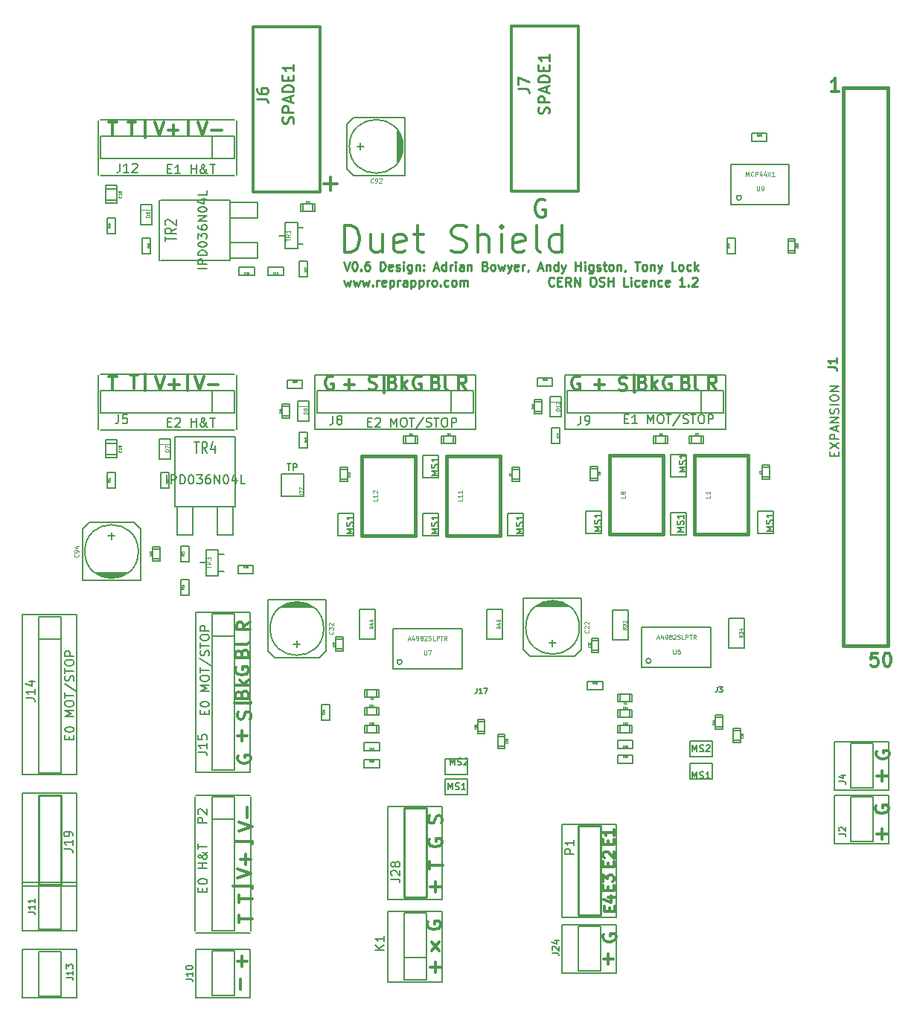
<source format=gto>
G04 (created by PCBNEW (2013-05-18 BZR 4017)-stable) date Mon 15 Dec 2014 14:04:20 GMT*
%MOIN*%
G04 Gerber Fmt 3.4, Leading zero omitted, Abs format*
%FSLAX34Y34*%
G01*
G70*
G90*
G04 APERTURE LIST*
%ADD10C,0.00590551*%
%ADD11C,0.00984252*%
%ADD12C,0.012*%
%ADD13C,0.011811*%
%ADD14C,0.005*%
%ADD15C,0.0079*%
%ADD16C,0.006*%
%ADD17C,0.0059*%
%ADD18C,0.01*%
%ADD19C,0.015*%
%ADD20C,0.0039*%
%ADD21C,0.008*%
%ADD22C,0.001975*%
%ADD23C,0.002*%
%ADD24C,0.0047*%
%ADD25C,0.0024*%
%ADD26C,0.0016*%
G04 APERTURE END LIST*
G54D10*
G54D11*
X55416Y-27971D02*
X55397Y-27990D01*
X55341Y-28009D01*
X55303Y-28009D01*
X55247Y-27990D01*
X55209Y-27953D01*
X55191Y-27915D01*
X55172Y-27840D01*
X55172Y-27784D01*
X55191Y-27709D01*
X55209Y-27671D01*
X55247Y-27634D01*
X55303Y-27615D01*
X55341Y-27615D01*
X55397Y-27634D01*
X55416Y-27653D01*
X55584Y-27803D02*
X55715Y-27803D01*
X55772Y-28009D02*
X55584Y-28009D01*
X55584Y-27615D01*
X55772Y-27615D01*
X56165Y-28009D02*
X56034Y-27821D01*
X55940Y-28009D02*
X55940Y-27615D01*
X56090Y-27615D01*
X56128Y-27634D01*
X56147Y-27653D01*
X56165Y-27690D01*
X56165Y-27746D01*
X56147Y-27784D01*
X56128Y-27803D01*
X56090Y-27821D01*
X55940Y-27821D01*
X56334Y-28009D02*
X56334Y-27615D01*
X56559Y-28009D01*
X56559Y-27615D01*
X57122Y-27615D02*
X57197Y-27615D01*
X57234Y-27634D01*
X57272Y-27671D01*
X57290Y-27746D01*
X57290Y-27878D01*
X57272Y-27953D01*
X57234Y-27990D01*
X57197Y-28009D01*
X57122Y-28009D01*
X57084Y-27990D01*
X57047Y-27953D01*
X57028Y-27878D01*
X57028Y-27746D01*
X57047Y-27671D01*
X57084Y-27634D01*
X57122Y-27615D01*
X57440Y-27990D02*
X57497Y-28009D01*
X57590Y-28009D01*
X57628Y-27990D01*
X57646Y-27971D01*
X57665Y-27934D01*
X57665Y-27896D01*
X57646Y-27859D01*
X57628Y-27840D01*
X57590Y-27821D01*
X57515Y-27803D01*
X57478Y-27784D01*
X57459Y-27765D01*
X57440Y-27728D01*
X57440Y-27690D01*
X57459Y-27653D01*
X57478Y-27634D01*
X57515Y-27615D01*
X57609Y-27615D01*
X57665Y-27634D01*
X57834Y-28009D02*
X57834Y-27615D01*
X57834Y-27803D02*
X58059Y-27803D01*
X58059Y-28009D02*
X58059Y-27615D01*
X58734Y-28009D02*
X58546Y-28009D01*
X58546Y-27615D01*
X58865Y-28009D02*
X58865Y-27746D01*
X58865Y-27615D02*
X58846Y-27634D01*
X58865Y-27653D01*
X58884Y-27634D01*
X58865Y-27615D01*
X58865Y-27653D01*
X59221Y-27990D02*
X59184Y-28009D01*
X59109Y-28009D01*
X59071Y-27990D01*
X59053Y-27971D01*
X59034Y-27934D01*
X59034Y-27821D01*
X59053Y-27784D01*
X59071Y-27765D01*
X59109Y-27746D01*
X59184Y-27746D01*
X59221Y-27765D01*
X59540Y-27990D02*
X59503Y-28009D01*
X59428Y-28009D01*
X59390Y-27990D01*
X59371Y-27953D01*
X59371Y-27803D01*
X59390Y-27765D01*
X59428Y-27746D01*
X59503Y-27746D01*
X59540Y-27765D01*
X59559Y-27803D01*
X59559Y-27840D01*
X59371Y-27878D01*
X59727Y-27746D02*
X59727Y-28009D01*
X59727Y-27784D02*
X59746Y-27765D01*
X59784Y-27746D01*
X59840Y-27746D01*
X59877Y-27765D01*
X59896Y-27803D01*
X59896Y-28009D01*
X60252Y-27990D02*
X60215Y-28009D01*
X60140Y-28009D01*
X60102Y-27990D01*
X60084Y-27971D01*
X60065Y-27934D01*
X60065Y-27821D01*
X60084Y-27784D01*
X60102Y-27765D01*
X60140Y-27746D01*
X60215Y-27746D01*
X60252Y-27765D01*
X60571Y-27990D02*
X60534Y-28009D01*
X60459Y-28009D01*
X60421Y-27990D01*
X60402Y-27953D01*
X60402Y-27803D01*
X60421Y-27765D01*
X60459Y-27746D01*
X60534Y-27746D01*
X60571Y-27765D01*
X60590Y-27803D01*
X60590Y-27840D01*
X60402Y-27878D01*
X61265Y-28009D02*
X61040Y-28009D01*
X61152Y-28009D02*
X61152Y-27615D01*
X61115Y-27671D01*
X61077Y-27709D01*
X61040Y-27728D01*
X61434Y-27971D02*
X61452Y-27990D01*
X61434Y-28009D01*
X61415Y-27990D01*
X61434Y-27971D01*
X61434Y-28009D01*
X61602Y-27653D02*
X61621Y-27634D01*
X61658Y-27615D01*
X61752Y-27615D01*
X61790Y-27634D01*
X61808Y-27653D01*
X61827Y-27690D01*
X61827Y-27728D01*
X61808Y-27784D01*
X61583Y-28009D01*
X61827Y-28009D01*
X46015Y-27746D02*
X46090Y-28009D01*
X46165Y-27821D01*
X46240Y-28009D01*
X46315Y-27746D01*
X46428Y-27746D02*
X46503Y-28009D01*
X46578Y-27821D01*
X46653Y-28009D01*
X46728Y-27746D01*
X46840Y-27746D02*
X46915Y-28009D01*
X46990Y-27821D01*
X47065Y-28009D01*
X47140Y-27746D01*
X47290Y-27971D02*
X47309Y-27990D01*
X47290Y-28009D01*
X47272Y-27990D01*
X47290Y-27971D01*
X47290Y-28009D01*
X47478Y-28009D02*
X47478Y-27746D01*
X47478Y-27821D02*
X47497Y-27784D01*
X47515Y-27765D01*
X47553Y-27746D01*
X47590Y-27746D01*
X47871Y-27990D02*
X47834Y-28009D01*
X47759Y-28009D01*
X47722Y-27990D01*
X47703Y-27953D01*
X47703Y-27803D01*
X47722Y-27765D01*
X47759Y-27746D01*
X47834Y-27746D01*
X47871Y-27765D01*
X47890Y-27803D01*
X47890Y-27840D01*
X47703Y-27878D01*
X48059Y-27746D02*
X48059Y-28140D01*
X48059Y-27765D02*
X48096Y-27746D01*
X48171Y-27746D01*
X48209Y-27765D01*
X48228Y-27784D01*
X48246Y-27821D01*
X48246Y-27934D01*
X48228Y-27971D01*
X48209Y-27990D01*
X48171Y-28009D01*
X48096Y-28009D01*
X48059Y-27990D01*
X48415Y-28009D02*
X48415Y-27746D01*
X48415Y-27821D02*
X48434Y-27784D01*
X48453Y-27765D01*
X48490Y-27746D01*
X48528Y-27746D01*
X48828Y-28009D02*
X48828Y-27803D01*
X48809Y-27765D01*
X48771Y-27746D01*
X48696Y-27746D01*
X48659Y-27765D01*
X48828Y-27990D02*
X48790Y-28009D01*
X48696Y-28009D01*
X48659Y-27990D01*
X48640Y-27953D01*
X48640Y-27915D01*
X48659Y-27878D01*
X48696Y-27859D01*
X48790Y-27859D01*
X48828Y-27840D01*
X49015Y-27746D02*
X49015Y-28140D01*
X49015Y-27765D02*
X49053Y-27746D01*
X49128Y-27746D01*
X49165Y-27765D01*
X49184Y-27784D01*
X49203Y-27821D01*
X49203Y-27934D01*
X49184Y-27971D01*
X49165Y-27990D01*
X49128Y-28009D01*
X49053Y-28009D01*
X49015Y-27990D01*
X49371Y-27746D02*
X49371Y-28140D01*
X49371Y-27765D02*
X49409Y-27746D01*
X49484Y-27746D01*
X49521Y-27765D01*
X49540Y-27784D01*
X49559Y-27821D01*
X49559Y-27934D01*
X49540Y-27971D01*
X49521Y-27990D01*
X49484Y-28009D01*
X49409Y-28009D01*
X49371Y-27990D01*
X49728Y-28009D02*
X49728Y-27746D01*
X49728Y-27821D02*
X49746Y-27784D01*
X49765Y-27765D01*
X49802Y-27746D01*
X49840Y-27746D01*
X50027Y-28009D02*
X49990Y-27990D01*
X49971Y-27971D01*
X49952Y-27934D01*
X49952Y-27821D01*
X49971Y-27784D01*
X49990Y-27765D01*
X50027Y-27746D01*
X50084Y-27746D01*
X50121Y-27765D01*
X50140Y-27784D01*
X50159Y-27821D01*
X50159Y-27934D01*
X50140Y-27971D01*
X50121Y-27990D01*
X50084Y-28009D01*
X50027Y-28009D01*
X50327Y-27971D02*
X50346Y-27990D01*
X50327Y-28009D01*
X50309Y-27990D01*
X50327Y-27971D01*
X50327Y-28009D01*
X50684Y-27990D02*
X50646Y-28009D01*
X50571Y-28009D01*
X50534Y-27990D01*
X50515Y-27971D01*
X50496Y-27934D01*
X50496Y-27821D01*
X50515Y-27784D01*
X50534Y-27765D01*
X50571Y-27746D01*
X50646Y-27746D01*
X50684Y-27765D01*
X50909Y-28009D02*
X50871Y-27990D01*
X50852Y-27971D01*
X50834Y-27934D01*
X50834Y-27821D01*
X50852Y-27784D01*
X50871Y-27765D01*
X50909Y-27746D01*
X50965Y-27746D01*
X51002Y-27765D01*
X51021Y-27784D01*
X51040Y-27821D01*
X51040Y-27934D01*
X51021Y-27971D01*
X51002Y-27990D01*
X50965Y-28009D01*
X50909Y-28009D01*
X51209Y-28009D02*
X51209Y-27746D01*
X51209Y-27784D02*
X51227Y-27765D01*
X51265Y-27746D01*
X51321Y-27746D01*
X51359Y-27765D01*
X51377Y-27803D01*
X51377Y-28009D01*
X51377Y-27803D02*
X51396Y-27765D01*
X51434Y-27746D01*
X51490Y-27746D01*
X51527Y-27765D01*
X51546Y-27803D01*
X51546Y-28009D01*
X46000Y-26915D02*
X46132Y-27309D01*
X46263Y-26915D01*
X46469Y-26915D02*
X46507Y-26915D01*
X46544Y-26934D01*
X46563Y-26953D01*
X46582Y-26990D01*
X46600Y-27065D01*
X46600Y-27159D01*
X46582Y-27234D01*
X46563Y-27271D01*
X46544Y-27290D01*
X46507Y-27309D01*
X46469Y-27309D01*
X46432Y-27290D01*
X46413Y-27271D01*
X46394Y-27234D01*
X46375Y-27159D01*
X46375Y-27065D01*
X46394Y-26990D01*
X46413Y-26953D01*
X46432Y-26934D01*
X46469Y-26915D01*
X46769Y-27271D02*
X46788Y-27290D01*
X46769Y-27309D01*
X46750Y-27290D01*
X46769Y-27271D01*
X46769Y-27309D01*
X47125Y-26915D02*
X47050Y-26915D01*
X47013Y-26934D01*
X46994Y-26953D01*
X46957Y-27009D01*
X46938Y-27084D01*
X46938Y-27234D01*
X46957Y-27271D01*
X46975Y-27290D01*
X47013Y-27309D01*
X47088Y-27309D01*
X47125Y-27290D01*
X47144Y-27271D01*
X47163Y-27234D01*
X47163Y-27140D01*
X47144Y-27103D01*
X47125Y-27084D01*
X47088Y-27065D01*
X47013Y-27065D01*
X46975Y-27084D01*
X46957Y-27103D01*
X46938Y-27140D01*
X47632Y-27309D02*
X47632Y-26915D01*
X47725Y-26915D01*
X47782Y-26934D01*
X47819Y-26971D01*
X47838Y-27009D01*
X47857Y-27084D01*
X47857Y-27140D01*
X47838Y-27215D01*
X47819Y-27253D01*
X47782Y-27290D01*
X47725Y-27309D01*
X47632Y-27309D01*
X48175Y-27290D02*
X48138Y-27309D01*
X48063Y-27309D01*
X48025Y-27290D01*
X48006Y-27253D01*
X48006Y-27103D01*
X48025Y-27065D01*
X48063Y-27046D01*
X48138Y-27046D01*
X48175Y-27065D01*
X48194Y-27103D01*
X48194Y-27140D01*
X48006Y-27178D01*
X48344Y-27290D02*
X48381Y-27309D01*
X48456Y-27309D01*
X48494Y-27290D01*
X48513Y-27253D01*
X48513Y-27234D01*
X48494Y-27196D01*
X48456Y-27178D01*
X48400Y-27178D01*
X48363Y-27159D01*
X48344Y-27121D01*
X48344Y-27103D01*
X48363Y-27065D01*
X48400Y-27046D01*
X48456Y-27046D01*
X48494Y-27065D01*
X48681Y-27309D02*
X48681Y-27046D01*
X48681Y-26915D02*
X48663Y-26934D01*
X48681Y-26953D01*
X48700Y-26934D01*
X48681Y-26915D01*
X48681Y-26953D01*
X49038Y-27046D02*
X49038Y-27365D01*
X49019Y-27403D01*
X49000Y-27421D01*
X48963Y-27440D01*
X48906Y-27440D01*
X48869Y-27421D01*
X49038Y-27290D02*
X49000Y-27309D01*
X48925Y-27309D01*
X48888Y-27290D01*
X48869Y-27271D01*
X48850Y-27234D01*
X48850Y-27121D01*
X48869Y-27084D01*
X48888Y-27065D01*
X48925Y-27046D01*
X49000Y-27046D01*
X49038Y-27065D01*
X49225Y-27046D02*
X49225Y-27309D01*
X49225Y-27084D02*
X49244Y-27065D01*
X49281Y-27046D01*
X49338Y-27046D01*
X49375Y-27065D01*
X49394Y-27103D01*
X49394Y-27309D01*
X49581Y-27271D02*
X49600Y-27290D01*
X49581Y-27309D01*
X49563Y-27290D01*
X49581Y-27271D01*
X49581Y-27309D01*
X49581Y-27065D02*
X49600Y-27084D01*
X49581Y-27103D01*
X49563Y-27084D01*
X49581Y-27065D01*
X49581Y-27103D01*
X50050Y-27196D02*
X50237Y-27196D01*
X50012Y-27309D02*
X50144Y-26915D01*
X50275Y-27309D01*
X50575Y-27309D02*
X50575Y-26915D01*
X50575Y-27290D02*
X50537Y-27309D01*
X50462Y-27309D01*
X50425Y-27290D01*
X50406Y-27271D01*
X50387Y-27234D01*
X50387Y-27121D01*
X50406Y-27084D01*
X50425Y-27065D01*
X50462Y-27046D01*
X50537Y-27046D01*
X50575Y-27065D01*
X50762Y-27309D02*
X50762Y-27046D01*
X50762Y-27121D02*
X50781Y-27084D01*
X50800Y-27065D01*
X50837Y-27046D01*
X50875Y-27046D01*
X51006Y-27309D02*
X51006Y-27046D01*
X51006Y-26915D02*
X50987Y-26934D01*
X51006Y-26953D01*
X51025Y-26934D01*
X51006Y-26915D01*
X51006Y-26953D01*
X51362Y-27309D02*
X51362Y-27103D01*
X51344Y-27065D01*
X51306Y-27046D01*
X51231Y-27046D01*
X51194Y-27065D01*
X51362Y-27290D02*
X51325Y-27309D01*
X51231Y-27309D01*
X51194Y-27290D01*
X51175Y-27253D01*
X51175Y-27215D01*
X51194Y-27178D01*
X51231Y-27159D01*
X51325Y-27159D01*
X51362Y-27140D01*
X51550Y-27046D02*
X51550Y-27309D01*
X51550Y-27084D02*
X51569Y-27065D01*
X51606Y-27046D01*
X51662Y-27046D01*
X51700Y-27065D01*
X51719Y-27103D01*
X51719Y-27309D01*
X52337Y-27103D02*
X52393Y-27121D01*
X52412Y-27140D01*
X52431Y-27178D01*
X52431Y-27234D01*
X52412Y-27271D01*
X52393Y-27290D01*
X52356Y-27309D01*
X52206Y-27309D01*
X52206Y-26915D01*
X52337Y-26915D01*
X52375Y-26934D01*
X52393Y-26953D01*
X52412Y-26990D01*
X52412Y-27028D01*
X52393Y-27065D01*
X52375Y-27084D01*
X52337Y-27103D01*
X52206Y-27103D01*
X52656Y-27309D02*
X52618Y-27290D01*
X52600Y-27271D01*
X52581Y-27234D01*
X52581Y-27121D01*
X52600Y-27084D01*
X52618Y-27065D01*
X52656Y-27046D01*
X52712Y-27046D01*
X52750Y-27065D01*
X52768Y-27084D01*
X52787Y-27121D01*
X52787Y-27234D01*
X52768Y-27271D01*
X52750Y-27290D01*
X52712Y-27309D01*
X52656Y-27309D01*
X52918Y-27046D02*
X52993Y-27309D01*
X53068Y-27121D01*
X53143Y-27309D01*
X53218Y-27046D01*
X53331Y-27046D02*
X53425Y-27309D01*
X53518Y-27046D02*
X53425Y-27309D01*
X53387Y-27403D01*
X53368Y-27421D01*
X53331Y-27440D01*
X53818Y-27290D02*
X53781Y-27309D01*
X53706Y-27309D01*
X53668Y-27290D01*
X53650Y-27253D01*
X53650Y-27103D01*
X53668Y-27065D01*
X53706Y-27046D01*
X53781Y-27046D01*
X53818Y-27065D01*
X53837Y-27103D01*
X53837Y-27140D01*
X53650Y-27178D01*
X54006Y-27309D02*
X54006Y-27046D01*
X54006Y-27121D02*
X54024Y-27084D01*
X54043Y-27065D01*
X54081Y-27046D01*
X54118Y-27046D01*
X54268Y-27290D02*
X54268Y-27309D01*
X54249Y-27346D01*
X54231Y-27365D01*
X54718Y-27196D02*
X54906Y-27196D01*
X54681Y-27309D02*
X54812Y-26915D01*
X54943Y-27309D01*
X55074Y-27046D02*
X55074Y-27309D01*
X55074Y-27084D02*
X55093Y-27065D01*
X55131Y-27046D01*
X55187Y-27046D01*
X55224Y-27065D01*
X55243Y-27103D01*
X55243Y-27309D01*
X55599Y-27309D02*
X55599Y-26915D01*
X55599Y-27290D02*
X55562Y-27309D01*
X55487Y-27309D01*
X55449Y-27290D01*
X55431Y-27271D01*
X55412Y-27234D01*
X55412Y-27121D01*
X55431Y-27084D01*
X55449Y-27065D01*
X55487Y-27046D01*
X55562Y-27046D01*
X55599Y-27065D01*
X55749Y-27046D02*
X55843Y-27309D01*
X55937Y-27046D02*
X55843Y-27309D01*
X55806Y-27403D01*
X55787Y-27421D01*
X55749Y-27440D01*
X56387Y-27309D02*
X56387Y-26915D01*
X56387Y-27103D02*
X56612Y-27103D01*
X56612Y-27309D02*
X56612Y-26915D01*
X56799Y-27309D02*
X56799Y-27046D01*
X56799Y-26915D02*
X56780Y-26934D01*
X56799Y-26953D01*
X56818Y-26934D01*
X56799Y-26915D01*
X56799Y-26953D01*
X57155Y-27046D02*
X57155Y-27365D01*
X57137Y-27403D01*
X57118Y-27421D01*
X57080Y-27440D01*
X57024Y-27440D01*
X56987Y-27421D01*
X57155Y-27290D02*
X57118Y-27309D01*
X57043Y-27309D01*
X57005Y-27290D01*
X56987Y-27271D01*
X56968Y-27234D01*
X56968Y-27121D01*
X56987Y-27084D01*
X57005Y-27065D01*
X57043Y-27046D01*
X57118Y-27046D01*
X57155Y-27065D01*
X57324Y-27290D02*
X57362Y-27309D01*
X57437Y-27309D01*
X57474Y-27290D01*
X57493Y-27253D01*
X57493Y-27234D01*
X57474Y-27196D01*
X57437Y-27178D01*
X57380Y-27178D01*
X57343Y-27159D01*
X57324Y-27121D01*
X57324Y-27103D01*
X57343Y-27065D01*
X57380Y-27046D01*
X57437Y-27046D01*
X57474Y-27065D01*
X57605Y-27046D02*
X57755Y-27046D01*
X57662Y-26915D02*
X57662Y-27253D01*
X57680Y-27290D01*
X57718Y-27309D01*
X57755Y-27309D01*
X57943Y-27309D02*
X57905Y-27290D01*
X57887Y-27271D01*
X57868Y-27234D01*
X57868Y-27121D01*
X57887Y-27084D01*
X57905Y-27065D01*
X57943Y-27046D01*
X57999Y-27046D01*
X58036Y-27065D01*
X58055Y-27084D01*
X58074Y-27121D01*
X58074Y-27234D01*
X58055Y-27271D01*
X58036Y-27290D01*
X57999Y-27309D01*
X57943Y-27309D01*
X58243Y-27046D02*
X58243Y-27309D01*
X58243Y-27084D02*
X58261Y-27065D01*
X58299Y-27046D01*
X58355Y-27046D01*
X58393Y-27065D01*
X58411Y-27103D01*
X58411Y-27309D01*
X58618Y-27290D02*
X58618Y-27309D01*
X58599Y-27346D01*
X58580Y-27365D01*
X59030Y-26915D02*
X59255Y-26915D01*
X59143Y-27309D02*
X59143Y-26915D01*
X59443Y-27309D02*
X59405Y-27290D01*
X59386Y-27271D01*
X59368Y-27234D01*
X59368Y-27121D01*
X59386Y-27084D01*
X59405Y-27065D01*
X59443Y-27046D01*
X59499Y-27046D01*
X59536Y-27065D01*
X59555Y-27084D01*
X59574Y-27121D01*
X59574Y-27234D01*
X59555Y-27271D01*
X59536Y-27290D01*
X59499Y-27309D01*
X59443Y-27309D01*
X59743Y-27046D02*
X59743Y-27309D01*
X59743Y-27084D02*
X59761Y-27065D01*
X59799Y-27046D01*
X59855Y-27046D01*
X59893Y-27065D01*
X59911Y-27103D01*
X59911Y-27309D01*
X60061Y-27046D02*
X60155Y-27309D01*
X60249Y-27046D02*
X60155Y-27309D01*
X60117Y-27403D01*
X60099Y-27421D01*
X60061Y-27440D01*
X60886Y-27309D02*
X60699Y-27309D01*
X60699Y-26915D01*
X61074Y-27309D02*
X61036Y-27290D01*
X61017Y-27271D01*
X60999Y-27234D01*
X60999Y-27121D01*
X61017Y-27084D01*
X61036Y-27065D01*
X61074Y-27046D01*
X61130Y-27046D01*
X61167Y-27065D01*
X61186Y-27084D01*
X61205Y-27121D01*
X61205Y-27234D01*
X61186Y-27271D01*
X61167Y-27290D01*
X61130Y-27309D01*
X61074Y-27309D01*
X61542Y-27290D02*
X61505Y-27309D01*
X61430Y-27309D01*
X61392Y-27290D01*
X61374Y-27271D01*
X61355Y-27234D01*
X61355Y-27121D01*
X61374Y-27084D01*
X61392Y-27065D01*
X61430Y-27046D01*
X61505Y-27046D01*
X61542Y-27065D01*
X61711Y-27309D02*
X61711Y-26915D01*
X61749Y-27159D02*
X61861Y-27309D01*
X61861Y-27046D02*
X61711Y-27196D01*
G54D12*
X46034Y-26478D02*
X46034Y-25296D01*
X46316Y-25296D01*
X46484Y-25353D01*
X46597Y-25465D01*
X46653Y-25578D01*
X46709Y-25803D01*
X46709Y-25971D01*
X46653Y-26196D01*
X46597Y-26309D01*
X46484Y-26421D01*
X46316Y-26478D01*
X46034Y-26478D01*
X47722Y-25690D02*
X47722Y-26478D01*
X47216Y-25690D02*
X47216Y-26309D01*
X47272Y-26421D01*
X47384Y-26478D01*
X47553Y-26478D01*
X47666Y-26421D01*
X47722Y-26365D01*
X48734Y-26421D02*
X48622Y-26478D01*
X48397Y-26478D01*
X48284Y-26421D01*
X48228Y-26309D01*
X48228Y-25859D01*
X48284Y-25746D01*
X48397Y-25690D01*
X48622Y-25690D01*
X48734Y-25746D01*
X48790Y-25859D01*
X48790Y-25971D01*
X48228Y-26084D01*
X49128Y-25690D02*
X49578Y-25690D01*
X49297Y-25296D02*
X49297Y-26309D01*
X49353Y-26421D01*
X49465Y-26478D01*
X49578Y-26478D01*
X50815Y-26421D02*
X50984Y-26478D01*
X51265Y-26478D01*
X51378Y-26421D01*
X51434Y-26365D01*
X51490Y-26253D01*
X51490Y-26140D01*
X51434Y-26028D01*
X51378Y-25971D01*
X51265Y-25915D01*
X51040Y-25859D01*
X50928Y-25803D01*
X50871Y-25746D01*
X50815Y-25634D01*
X50815Y-25521D01*
X50871Y-25409D01*
X50928Y-25353D01*
X51040Y-25296D01*
X51321Y-25296D01*
X51490Y-25353D01*
X51996Y-26478D02*
X51996Y-25296D01*
X52502Y-26478D02*
X52502Y-25859D01*
X52446Y-25746D01*
X52334Y-25690D01*
X52165Y-25690D01*
X52052Y-25746D01*
X51996Y-25803D01*
X53065Y-26478D02*
X53065Y-25690D01*
X53065Y-25296D02*
X53009Y-25353D01*
X53065Y-25409D01*
X53121Y-25353D01*
X53065Y-25296D01*
X53065Y-25409D01*
X54077Y-26421D02*
X53965Y-26478D01*
X53740Y-26478D01*
X53627Y-26421D01*
X53571Y-26309D01*
X53571Y-25859D01*
X53627Y-25746D01*
X53740Y-25690D01*
X53965Y-25690D01*
X54077Y-25746D01*
X54133Y-25859D01*
X54133Y-25971D01*
X53571Y-26084D01*
X54808Y-26478D02*
X54696Y-26421D01*
X54640Y-26309D01*
X54640Y-25296D01*
X55765Y-26478D02*
X55765Y-25296D01*
X55765Y-26421D02*
X55652Y-26478D01*
X55427Y-26478D01*
X55315Y-26421D01*
X55258Y-26365D01*
X55202Y-26253D01*
X55202Y-25915D01*
X55258Y-25803D01*
X55315Y-25746D01*
X55427Y-25690D01*
X55652Y-25690D01*
X55765Y-25746D01*
X62685Y-32642D02*
X62485Y-32357D01*
X62342Y-32642D02*
X62342Y-32042D01*
X62571Y-32042D01*
X62628Y-32071D01*
X62657Y-32100D01*
X62685Y-32157D01*
X62685Y-32242D01*
X62657Y-32300D01*
X62628Y-32328D01*
X62571Y-32357D01*
X62342Y-32357D01*
X61335Y-32328D02*
X61421Y-32357D01*
X61450Y-32385D01*
X61478Y-32442D01*
X61478Y-32528D01*
X61450Y-32585D01*
X61421Y-32614D01*
X61364Y-32642D01*
X61135Y-32642D01*
X61135Y-32042D01*
X61335Y-32042D01*
X61392Y-32071D01*
X61421Y-32100D01*
X61450Y-32157D01*
X61450Y-32214D01*
X61421Y-32271D01*
X61392Y-32300D01*
X61335Y-32328D01*
X61135Y-32328D01*
X61821Y-32642D02*
X61764Y-32614D01*
X61735Y-32557D01*
X61735Y-32042D01*
X60657Y-32071D02*
X60600Y-32042D01*
X60514Y-32042D01*
X60428Y-32071D01*
X60371Y-32128D01*
X60342Y-32185D01*
X60314Y-32300D01*
X60314Y-32385D01*
X60342Y-32500D01*
X60371Y-32557D01*
X60428Y-32614D01*
X60514Y-32642D01*
X60571Y-32642D01*
X60657Y-32614D01*
X60685Y-32585D01*
X60685Y-32385D01*
X60571Y-32385D01*
X59400Y-32328D02*
X59485Y-32357D01*
X59514Y-32385D01*
X59542Y-32442D01*
X59542Y-32528D01*
X59514Y-32585D01*
X59485Y-32614D01*
X59428Y-32642D01*
X59200Y-32642D01*
X59200Y-32042D01*
X59400Y-32042D01*
X59457Y-32071D01*
X59485Y-32100D01*
X59514Y-32157D01*
X59514Y-32214D01*
X59485Y-32271D01*
X59457Y-32300D01*
X59400Y-32328D01*
X59200Y-32328D01*
X59800Y-32642D02*
X59800Y-32042D01*
X59857Y-32414D02*
X60028Y-32642D01*
X60028Y-32242D02*
X59800Y-32471D01*
X51485Y-32642D02*
X51285Y-32357D01*
X51142Y-32642D02*
X51142Y-32042D01*
X51371Y-32042D01*
X51428Y-32071D01*
X51457Y-32100D01*
X51485Y-32157D01*
X51485Y-32242D01*
X51457Y-32300D01*
X51428Y-32328D01*
X51371Y-32357D01*
X51142Y-32357D01*
X50135Y-32328D02*
X50221Y-32357D01*
X50250Y-32385D01*
X50278Y-32442D01*
X50278Y-32528D01*
X50250Y-32585D01*
X50221Y-32614D01*
X50164Y-32642D01*
X49935Y-32642D01*
X49935Y-32042D01*
X50135Y-32042D01*
X50192Y-32071D01*
X50221Y-32100D01*
X50250Y-32157D01*
X50250Y-32214D01*
X50221Y-32271D01*
X50192Y-32300D01*
X50135Y-32328D01*
X49935Y-32328D01*
X50621Y-32642D02*
X50564Y-32614D01*
X50535Y-32557D01*
X50535Y-32042D01*
X49457Y-32071D02*
X49400Y-32042D01*
X49314Y-32042D01*
X49228Y-32071D01*
X49171Y-32128D01*
X49142Y-32185D01*
X49114Y-32300D01*
X49114Y-32385D01*
X49142Y-32500D01*
X49171Y-32557D01*
X49228Y-32614D01*
X49314Y-32642D01*
X49371Y-32642D01*
X49457Y-32614D01*
X49485Y-32585D01*
X49485Y-32385D01*
X49371Y-32385D01*
X48200Y-32328D02*
X48285Y-32357D01*
X48314Y-32385D01*
X48342Y-32442D01*
X48342Y-32528D01*
X48314Y-32585D01*
X48285Y-32614D01*
X48228Y-32642D01*
X48000Y-32642D01*
X48000Y-32042D01*
X48200Y-32042D01*
X48257Y-32071D01*
X48285Y-32100D01*
X48314Y-32157D01*
X48314Y-32214D01*
X48285Y-32271D01*
X48257Y-32300D01*
X48200Y-32328D01*
X48000Y-32328D01*
X48600Y-32642D02*
X48600Y-32042D01*
X48657Y-32414D02*
X48828Y-32642D01*
X48828Y-32242D02*
X48600Y-32471D01*
X41792Y-43064D02*
X41507Y-43264D01*
X41792Y-43407D02*
X41192Y-43407D01*
X41192Y-43178D01*
X41221Y-43121D01*
X41250Y-43092D01*
X41307Y-43064D01*
X41392Y-43064D01*
X41450Y-43092D01*
X41478Y-43121D01*
X41507Y-43178D01*
X41507Y-43407D01*
X41428Y-44464D02*
X41457Y-44378D01*
X41485Y-44350D01*
X41542Y-44321D01*
X41628Y-44321D01*
X41685Y-44350D01*
X41714Y-44378D01*
X41742Y-44435D01*
X41742Y-44664D01*
X41142Y-44664D01*
X41142Y-44464D01*
X41171Y-44407D01*
X41200Y-44378D01*
X41257Y-44350D01*
X41314Y-44350D01*
X41371Y-44378D01*
X41400Y-44407D01*
X41428Y-44464D01*
X41428Y-44664D01*
X41742Y-43978D02*
X41714Y-44035D01*
X41657Y-44064D01*
X41142Y-44064D01*
X41171Y-45092D02*
X41142Y-45150D01*
X41142Y-45235D01*
X41171Y-45321D01*
X41228Y-45378D01*
X41285Y-45407D01*
X41400Y-45435D01*
X41485Y-45435D01*
X41600Y-45407D01*
X41657Y-45378D01*
X41714Y-45321D01*
X41742Y-45235D01*
X41742Y-45178D01*
X41714Y-45092D01*
X41685Y-45064D01*
X41485Y-45064D01*
X41485Y-45178D01*
X41428Y-46300D02*
X41457Y-46214D01*
X41485Y-46185D01*
X41542Y-46157D01*
X41628Y-46157D01*
X41685Y-46185D01*
X41714Y-46214D01*
X41742Y-46271D01*
X41742Y-46500D01*
X41142Y-46500D01*
X41142Y-46300D01*
X41171Y-46242D01*
X41200Y-46214D01*
X41257Y-46185D01*
X41314Y-46185D01*
X41371Y-46214D01*
X41400Y-46242D01*
X41428Y-46300D01*
X41428Y-46500D01*
X41742Y-45900D02*
X41142Y-45900D01*
X41514Y-45842D02*
X41742Y-45671D01*
X41342Y-45671D02*
X41571Y-45900D01*
X69871Y-52564D02*
X70328Y-52564D01*
X70100Y-52792D02*
X70100Y-52335D01*
X69871Y-49964D02*
X70328Y-49964D01*
X70100Y-50192D02*
X70100Y-49735D01*
X69821Y-51292D02*
X69792Y-51350D01*
X69792Y-51435D01*
X69821Y-51521D01*
X69878Y-51578D01*
X69935Y-51607D01*
X70050Y-51635D01*
X70135Y-51635D01*
X70250Y-51607D01*
X70307Y-51578D01*
X70364Y-51521D01*
X70392Y-51435D01*
X70392Y-51378D01*
X70364Y-51292D01*
X70335Y-51264D01*
X70135Y-51264D01*
X70135Y-51378D01*
X69871Y-48842D02*
X69842Y-48900D01*
X69842Y-48985D01*
X69871Y-49071D01*
X69928Y-49128D01*
X69985Y-49157D01*
X70100Y-49185D01*
X70185Y-49185D01*
X70300Y-49157D01*
X70357Y-49128D01*
X70414Y-49071D01*
X70442Y-48985D01*
X70442Y-48928D01*
X70414Y-48842D01*
X70385Y-48814D01*
X70185Y-48814D01*
X70185Y-48928D01*
X45100Y-23418D02*
X45699Y-23418D01*
X45400Y-23718D02*
X45400Y-23118D01*
X55006Y-24168D02*
X54931Y-24131D01*
X54818Y-24131D01*
X54706Y-24168D01*
X54631Y-24243D01*
X54593Y-24318D01*
X54556Y-24468D01*
X54556Y-24581D01*
X54593Y-24731D01*
X54631Y-24806D01*
X54706Y-24881D01*
X54818Y-24918D01*
X54893Y-24918D01*
X55006Y-24881D01*
X55043Y-24843D01*
X55043Y-24581D01*
X54893Y-24581D01*
G54D13*
X57893Y-56026D02*
X57893Y-55868D01*
X58141Y-55801D02*
X58141Y-56026D01*
X57668Y-56026D01*
X57668Y-55801D01*
X57826Y-55396D02*
X58141Y-55396D01*
X57646Y-55508D02*
X57983Y-55621D01*
X57983Y-55328D01*
X57843Y-55076D02*
X57843Y-54918D01*
X58091Y-54851D02*
X58091Y-55076D01*
X57618Y-55076D01*
X57618Y-54851D01*
X57618Y-54693D02*
X57618Y-54401D01*
X57798Y-54558D01*
X57798Y-54491D01*
X57821Y-54446D01*
X57843Y-54423D01*
X57888Y-54401D01*
X58001Y-54401D01*
X58046Y-54423D01*
X58068Y-54446D01*
X58091Y-54491D01*
X58091Y-54626D01*
X58068Y-54671D01*
X58046Y-54693D01*
X57843Y-54026D02*
X57843Y-53868D01*
X58091Y-53801D02*
X58091Y-54026D01*
X57618Y-54026D01*
X57618Y-53801D01*
X57663Y-53621D02*
X57641Y-53598D01*
X57618Y-53553D01*
X57618Y-53441D01*
X57641Y-53396D01*
X57663Y-53373D01*
X57708Y-53351D01*
X57753Y-53351D01*
X57821Y-53373D01*
X58091Y-53643D01*
X58091Y-53351D01*
X57843Y-53026D02*
X57843Y-52868D01*
X58091Y-52801D02*
X58091Y-53026D01*
X57618Y-53026D01*
X57618Y-52801D01*
X58091Y-52351D02*
X58091Y-52621D01*
X58091Y-52486D02*
X57618Y-52486D01*
X57686Y-52531D01*
X57731Y-52576D01*
X57753Y-52621D01*
G54D12*
X50364Y-52071D02*
X50392Y-51985D01*
X50392Y-51842D01*
X50364Y-51785D01*
X50335Y-51757D01*
X50278Y-51728D01*
X50221Y-51728D01*
X50164Y-51757D01*
X50135Y-51785D01*
X50107Y-51842D01*
X50078Y-51957D01*
X50050Y-52014D01*
X50021Y-52042D01*
X49964Y-52071D01*
X49907Y-52071D01*
X49850Y-52042D01*
X49821Y-52014D01*
X49792Y-51957D01*
X49792Y-51814D01*
X49821Y-51728D01*
X49842Y-54121D02*
X49842Y-53778D01*
X50442Y-53950D02*
X49842Y-53950D01*
X49871Y-54914D02*
X50328Y-54914D01*
X50100Y-55142D02*
X50100Y-54685D01*
X49821Y-52792D02*
X49792Y-52850D01*
X49792Y-52935D01*
X49821Y-53021D01*
X49878Y-53078D01*
X49935Y-53107D01*
X50050Y-53135D01*
X50135Y-53135D01*
X50250Y-53107D01*
X50307Y-53078D01*
X50364Y-53021D01*
X50392Y-52935D01*
X50392Y-52878D01*
X50364Y-52792D01*
X50335Y-52764D01*
X50135Y-52764D01*
X50135Y-52878D01*
X49942Y-57792D02*
X50257Y-57392D01*
X49942Y-57392D02*
X50257Y-57792D01*
X57621Y-58164D02*
X58078Y-58164D01*
X57850Y-58392D02*
X57850Y-57935D01*
X57621Y-57042D02*
X57592Y-57100D01*
X57592Y-57185D01*
X57621Y-57271D01*
X57678Y-57328D01*
X57735Y-57357D01*
X57850Y-57385D01*
X57935Y-57385D01*
X58050Y-57357D01*
X58107Y-57328D01*
X58164Y-57271D01*
X58192Y-57185D01*
X58192Y-57128D01*
X58164Y-57042D01*
X58135Y-57014D01*
X57935Y-57014D01*
X57935Y-57128D01*
X49771Y-56492D02*
X49742Y-56550D01*
X49742Y-56635D01*
X49771Y-56721D01*
X49828Y-56778D01*
X49885Y-56807D01*
X50000Y-56835D01*
X50085Y-56835D01*
X50200Y-56807D01*
X50257Y-56778D01*
X50314Y-56721D01*
X50342Y-56635D01*
X50342Y-56578D01*
X50314Y-56492D01*
X50285Y-56464D01*
X50085Y-56464D01*
X50085Y-56578D01*
X49871Y-58514D02*
X50328Y-58514D01*
X50100Y-58742D02*
X50100Y-58285D01*
X41364Y-59528D02*
X41364Y-59071D01*
X41221Y-58264D02*
X41678Y-58264D01*
X41450Y-58492D02*
X41450Y-58035D01*
X41814Y-47421D02*
X41842Y-47335D01*
X41842Y-47192D01*
X41814Y-47135D01*
X41785Y-47107D01*
X41728Y-47078D01*
X41671Y-47078D01*
X41614Y-47107D01*
X41585Y-47135D01*
X41557Y-47192D01*
X41528Y-47307D01*
X41500Y-47364D01*
X41471Y-47392D01*
X41414Y-47421D01*
X41357Y-47421D01*
X41300Y-47392D01*
X41271Y-47364D01*
X41242Y-47307D01*
X41242Y-47164D01*
X41271Y-47078D01*
X41221Y-48164D02*
X41678Y-48164D01*
X41450Y-48392D02*
X41450Y-47935D01*
X41271Y-49042D02*
X41242Y-49100D01*
X41242Y-49185D01*
X41271Y-49271D01*
X41328Y-49328D01*
X41385Y-49357D01*
X41500Y-49385D01*
X41585Y-49385D01*
X41700Y-49357D01*
X41757Y-49328D01*
X41814Y-49271D01*
X41842Y-49185D01*
X41842Y-49128D01*
X41814Y-49042D01*
X41785Y-49014D01*
X41585Y-49014D01*
X41585Y-49128D01*
X41292Y-55621D02*
X41292Y-55278D01*
X41892Y-55450D02*
X41292Y-55450D01*
X41292Y-56521D02*
X41292Y-56178D01*
X41892Y-56350D02*
X41292Y-56350D01*
X41292Y-52421D02*
X41892Y-52221D01*
X41292Y-52021D01*
X41664Y-51821D02*
X41664Y-51364D01*
X41242Y-54521D02*
X41842Y-54321D01*
X41242Y-54121D01*
X41614Y-53921D02*
X41614Y-53464D01*
X41842Y-53692D02*
X41385Y-53692D01*
X41900Y-52900D02*
X41900Y-53000D01*
X41150Y-52900D02*
X41900Y-52900D01*
X41900Y-54900D02*
X41900Y-55000D01*
X41050Y-54900D02*
X41900Y-54900D01*
X41850Y-46700D02*
X41850Y-46650D01*
X41100Y-46700D02*
X41850Y-46700D01*
X39000Y-32000D02*
X39000Y-32700D01*
X37100Y-31950D02*
X37100Y-32700D01*
X59000Y-32750D02*
X59050Y-32750D01*
X59000Y-32000D02*
X59000Y-32750D01*
X47800Y-32050D02*
X47800Y-32800D01*
X39050Y-20600D02*
X39050Y-21250D01*
X37100Y-20600D02*
X37100Y-21350D01*
X58328Y-32664D02*
X58414Y-32692D01*
X58557Y-32692D01*
X58614Y-32664D01*
X58642Y-32635D01*
X58671Y-32578D01*
X58671Y-32521D01*
X58642Y-32464D01*
X58614Y-32435D01*
X58557Y-32407D01*
X58442Y-32378D01*
X58385Y-32350D01*
X58357Y-32321D01*
X58328Y-32264D01*
X58328Y-32207D01*
X58357Y-32150D01*
X58385Y-32121D01*
X58442Y-32092D01*
X58585Y-32092D01*
X58671Y-32121D01*
X57221Y-32414D02*
X57678Y-32414D01*
X57450Y-32642D02*
X57450Y-32185D01*
X56557Y-32071D02*
X56500Y-32042D01*
X56414Y-32042D01*
X56328Y-32071D01*
X56271Y-32128D01*
X56242Y-32185D01*
X56214Y-32300D01*
X56214Y-32385D01*
X56242Y-32500D01*
X56271Y-32557D01*
X56328Y-32614D01*
X56414Y-32642D01*
X56471Y-32642D01*
X56557Y-32614D01*
X56585Y-32585D01*
X56585Y-32385D01*
X56471Y-32385D01*
X47128Y-32614D02*
X47214Y-32642D01*
X47357Y-32642D01*
X47414Y-32614D01*
X47442Y-32585D01*
X47471Y-32528D01*
X47471Y-32471D01*
X47442Y-32414D01*
X47414Y-32385D01*
X47357Y-32357D01*
X47242Y-32328D01*
X47185Y-32300D01*
X47157Y-32271D01*
X47128Y-32214D01*
X47128Y-32157D01*
X47157Y-32100D01*
X47185Y-32071D01*
X47242Y-32042D01*
X47385Y-32042D01*
X47471Y-32071D01*
X45507Y-32071D02*
X45450Y-32042D01*
X45364Y-32042D01*
X45278Y-32071D01*
X45221Y-32128D01*
X45192Y-32185D01*
X45164Y-32300D01*
X45164Y-32385D01*
X45192Y-32500D01*
X45221Y-32557D01*
X45278Y-32614D01*
X45364Y-32642D01*
X45421Y-32642D01*
X45507Y-32614D01*
X45535Y-32585D01*
X45535Y-32385D01*
X45421Y-32385D01*
X46021Y-32414D02*
X46478Y-32414D01*
X46250Y-32642D02*
X46250Y-32185D01*
X36428Y-31992D02*
X36771Y-31992D01*
X36600Y-32592D02*
X36600Y-31992D01*
X35478Y-32042D02*
X35821Y-32042D01*
X35650Y-32642D02*
X35650Y-32042D01*
X36328Y-20642D02*
X36671Y-20642D01*
X36500Y-21242D02*
X36500Y-20642D01*
X35478Y-20642D02*
X35821Y-20642D01*
X35650Y-21242D02*
X35650Y-20642D01*
X39328Y-32042D02*
X39528Y-32642D01*
X39728Y-32042D01*
X39928Y-32414D02*
X40385Y-32414D01*
X37578Y-32042D02*
X37778Y-32642D01*
X37978Y-32042D01*
X38178Y-32414D02*
X38635Y-32414D01*
X38407Y-32642D02*
X38407Y-32185D01*
X39478Y-20642D02*
X39678Y-21242D01*
X39878Y-20642D01*
X40078Y-21014D02*
X40535Y-21014D01*
X37528Y-20642D02*
X37728Y-21242D01*
X37928Y-20642D01*
X38128Y-21014D02*
X38585Y-21014D01*
X38357Y-21242D02*
X38357Y-20785D01*
X69907Y-44442D02*
X69621Y-44442D01*
X69592Y-44728D01*
X69621Y-44700D01*
X69678Y-44671D01*
X69821Y-44671D01*
X69878Y-44700D01*
X69907Y-44728D01*
X69935Y-44785D01*
X69935Y-44928D01*
X69907Y-44985D01*
X69878Y-45014D01*
X69821Y-45042D01*
X69678Y-45042D01*
X69621Y-45014D01*
X69592Y-44985D01*
X70307Y-44442D02*
X70364Y-44442D01*
X70421Y-44471D01*
X70450Y-44500D01*
X70478Y-44557D01*
X70507Y-44671D01*
X70507Y-44814D01*
X70478Y-44928D01*
X70450Y-44985D01*
X70421Y-45014D01*
X70364Y-45042D01*
X70307Y-45042D01*
X70250Y-45014D01*
X70221Y-44985D01*
X70192Y-44928D01*
X70164Y-44814D01*
X70164Y-44671D01*
X70192Y-44557D01*
X70221Y-44500D01*
X70250Y-44471D01*
X70307Y-44442D01*
X68171Y-19292D02*
X67828Y-19292D01*
X68000Y-19292D02*
X68000Y-18692D01*
X67942Y-18778D01*
X67885Y-18835D01*
X67828Y-18864D01*
G54D14*
X40900Y-24950D02*
X42150Y-24950D01*
X42150Y-24950D02*
X42150Y-24250D01*
X42150Y-24250D02*
X40900Y-24250D01*
X40900Y-26750D02*
X42150Y-26750D01*
X42150Y-26750D02*
X42150Y-26050D01*
X42150Y-26050D02*
X40900Y-26050D01*
X38500Y-24150D02*
X40900Y-24150D01*
X40900Y-24150D02*
X40900Y-26850D01*
X40900Y-26850D02*
X37800Y-26850D01*
X37750Y-26850D02*
X37750Y-24150D01*
X37800Y-24150D02*
X38500Y-24150D01*
X65950Y-22550D02*
X63350Y-22550D01*
X63350Y-22550D02*
X63350Y-24350D01*
X63350Y-24350D02*
X65950Y-24350D01*
X65950Y-24350D02*
X65950Y-22550D01*
X63811Y-24050D02*
G75*
G03X63811Y-24050I-111J0D01*
G74*
G01*
X43212Y-36420D02*
X44208Y-36420D01*
X43212Y-37424D02*
X44196Y-37424D01*
X43212Y-37423D02*
X43212Y-36423D01*
X44208Y-36424D02*
X44208Y-37424D01*
X40375Y-40025D02*
X40635Y-40025D01*
X40375Y-40775D02*
X40635Y-40775D01*
X39825Y-40400D02*
X39565Y-40400D01*
X39825Y-40990D02*
X39825Y-39810D01*
X39825Y-39810D02*
X40375Y-39810D01*
X40375Y-39810D02*
X40375Y-40990D01*
X40375Y-40990D02*
X39825Y-40990D01*
X43925Y-25375D02*
X44185Y-25375D01*
X43925Y-26125D02*
X44185Y-26125D01*
X43375Y-25750D02*
X43115Y-25750D01*
X43375Y-26340D02*
X43375Y-25160D01*
X43375Y-25160D02*
X43925Y-25160D01*
X43925Y-25160D02*
X43925Y-26340D01*
X43925Y-26340D02*
X43375Y-26340D01*
X50550Y-49900D02*
X51550Y-49900D01*
X51550Y-49200D02*
X50550Y-49200D01*
X51550Y-49200D02*
X51550Y-49900D01*
X50550Y-49900D02*
X50550Y-49200D01*
X62500Y-48400D02*
X61500Y-48400D01*
X61500Y-49100D02*
X62500Y-49100D01*
X61500Y-49100D02*
X61500Y-48400D01*
X62500Y-48400D02*
X62500Y-49100D01*
X62500Y-49400D02*
X61500Y-49400D01*
X61500Y-50100D02*
X62500Y-50100D01*
X61500Y-50100D02*
X61500Y-49400D01*
X62500Y-49400D02*
X62500Y-50100D01*
X50550Y-50800D02*
X51550Y-50800D01*
X51550Y-50100D02*
X50550Y-50100D01*
X51550Y-50100D02*
X51550Y-50800D01*
X50550Y-50800D02*
X50550Y-50100D01*
X46450Y-39200D02*
X46450Y-38200D01*
X45750Y-38200D02*
X45750Y-39200D01*
X45750Y-38200D02*
X46450Y-38200D01*
X46450Y-39200D02*
X45750Y-39200D01*
X64550Y-38100D02*
X64550Y-39100D01*
X65250Y-39100D02*
X65250Y-38100D01*
X65250Y-39100D02*
X64550Y-39100D01*
X64550Y-38100D02*
X65250Y-38100D01*
X60650Y-38150D02*
X60650Y-39150D01*
X61350Y-39150D02*
X61350Y-38150D01*
X61350Y-39150D02*
X60650Y-39150D01*
X60650Y-38150D02*
X61350Y-38150D01*
X60650Y-35550D02*
X60650Y-36550D01*
X61350Y-36550D02*
X61350Y-35550D01*
X61350Y-36550D02*
X60650Y-36550D01*
X60650Y-35550D02*
X61350Y-35550D01*
X56850Y-38100D02*
X56850Y-39100D01*
X57550Y-39100D02*
X57550Y-38100D01*
X57550Y-39100D02*
X56850Y-39100D01*
X56850Y-38100D02*
X57550Y-38100D01*
X54050Y-39200D02*
X54050Y-38200D01*
X53350Y-38200D02*
X53350Y-39200D01*
X53350Y-38200D02*
X54050Y-38200D01*
X54050Y-39200D02*
X53350Y-39200D01*
X50250Y-39200D02*
X50250Y-38200D01*
X49550Y-38200D02*
X49550Y-39200D01*
X49550Y-38200D02*
X50250Y-38200D01*
X50250Y-39200D02*
X49550Y-39200D01*
X50250Y-36600D02*
X50250Y-35600D01*
X49550Y-35600D02*
X49550Y-36600D01*
X49550Y-35600D02*
X50250Y-35600D01*
X50250Y-36600D02*
X49550Y-36600D01*
G54D15*
X53104Y-42481D02*
X53104Y-43819D01*
X53104Y-43819D02*
X52396Y-43819D01*
X52396Y-43819D02*
X52396Y-42481D01*
X52396Y-42481D02*
X53104Y-42481D01*
X47404Y-42481D02*
X47404Y-43819D01*
X47404Y-43819D02*
X46696Y-43819D01*
X46696Y-43819D02*
X46696Y-42481D01*
X46696Y-42481D02*
X47404Y-42481D01*
X63954Y-42881D02*
X63954Y-44219D01*
X63954Y-44219D02*
X63246Y-44219D01*
X63246Y-44219D02*
X63246Y-42881D01*
X63246Y-42881D02*
X63954Y-42881D01*
X58754Y-42531D02*
X58754Y-43869D01*
X58754Y-43869D02*
X58046Y-43869D01*
X58046Y-43869D02*
X58046Y-42531D01*
X58046Y-42531D02*
X58754Y-42531D01*
X54656Y-32113D02*
X55344Y-32113D01*
X55344Y-32113D02*
X55344Y-32487D01*
X55344Y-32487D02*
X54656Y-32487D01*
X54656Y-32487D02*
X54656Y-32113D01*
X47594Y-48837D02*
X46906Y-48837D01*
X46906Y-48837D02*
X46906Y-48463D01*
X46906Y-48463D02*
X47594Y-48463D01*
X47594Y-48463D02*
X47594Y-48837D01*
X43456Y-32213D02*
X44144Y-32213D01*
X44144Y-32213D02*
X44144Y-32587D01*
X44144Y-32587D02*
X43456Y-32587D01*
X43456Y-32587D02*
X43456Y-32213D01*
X64256Y-21163D02*
X64944Y-21163D01*
X64944Y-21163D02*
X64944Y-21537D01*
X64944Y-21537D02*
X64256Y-21537D01*
X64256Y-21537D02*
X64256Y-21163D01*
X41994Y-27537D02*
X41306Y-27537D01*
X41306Y-27537D02*
X41306Y-27163D01*
X41306Y-27163D02*
X41994Y-27163D01*
X41994Y-27163D02*
X41994Y-27537D01*
X35413Y-25644D02*
X35413Y-24956D01*
X35413Y-24956D02*
X35787Y-24956D01*
X35787Y-24956D02*
X35787Y-25644D01*
X35787Y-25644D02*
X35413Y-25644D01*
X35413Y-37044D02*
X35413Y-36356D01*
X35413Y-36356D02*
X35787Y-36356D01*
X35787Y-36356D02*
X35787Y-37044D01*
X35787Y-37044D02*
X35413Y-37044D01*
X37337Y-25856D02*
X37337Y-26544D01*
X37337Y-26544D02*
X36963Y-26544D01*
X36963Y-26544D02*
X36963Y-25856D01*
X36963Y-25856D02*
X37337Y-25856D01*
X38187Y-36356D02*
X38187Y-37044D01*
X38187Y-37044D02*
X37813Y-37044D01*
X37813Y-37044D02*
X37813Y-36356D01*
X37813Y-36356D02*
X38187Y-36356D01*
X38713Y-41844D02*
X38713Y-41156D01*
X38713Y-41156D02*
X39087Y-41156D01*
X39087Y-41156D02*
X39087Y-41844D01*
X39087Y-41844D02*
X38713Y-41844D01*
X44387Y-26906D02*
X44387Y-27594D01*
X44387Y-27594D02*
X44013Y-27594D01*
X44013Y-27594D02*
X44013Y-26906D01*
X44013Y-26906D02*
X44387Y-26906D01*
X41256Y-40513D02*
X41944Y-40513D01*
X41944Y-40513D02*
X41944Y-40887D01*
X41944Y-40887D02*
X41256Y-40887D01*
X41256Y-40887D02*
X41256Y-40513D01*
X38713Y-40344D02*
X38713Y-39656D01*
X38713Y-39656D02*
X39087Y-39656D01*
X39087Y-39656D02*
X39087Y-40344D01*
X39087Y-40344D02*
X38713Y-40344D01*
X58944Y-48737D02*
X58256Y-48737D01*
X58256Y-48737D02*
X58256Y-48363D01*
X58256Y-48363D02*
X58944Y-48363D01*
X58944Y-48363D02*
X58944Y-48737D01*
X58256Y-49013D02*
X58944Y-49013D01*
X58944Y-49013D02*
X58944Y-49387D01*
X58944Y-49387D02*
X58256Y-49387D01*
X58256Y-49387D02*
X58256Y-49013D01*
X56906Y-45713D02*
X57594Y-45713D01*
X57594Y-45713D02*
X57594Y-46087D01*
X57594Y-46087D02*
X56906Y-46087D01*
X56906Y-46087D02*
X56906Y-45713D01*
X45013Y-47444D02*
X45013Y-46756D01*
X45013Y-46756D02*
X45387Y-46756D01*
X45387Y-46756D02*
X45387Y-47444D01*
X45387Y-47444D02*
X45013Y-47444D01*
X46906Y-49213D02*
X47594Y-49213D01*
X47594Y-49213D02*
X47594Y-49587D01*
X47594Y-49587D02*
X46906Y-49587D01*
X46906Y-49587D02*
X46906Y-49213D01*
X43294Y-27537D02*
X42606Y-27537D01*
X42606Y-27537D02*
X42606Y-27163D01*
X42606Y-27163D02*
X43294Y-27163D01*
X43294Y-27163D02*
X43294Y-27537D01*
X44387Y-34556D02*
X44387Y-35244D01*
X44387Y-35244D02*
X44013Y-35244D01*
X44013Y-35244D02*
X44013Y-34556D01*
X44013Y-34556D02*
X44387Y-34556D01*
X55687Y-34356D02*
X55687Y-35044D01*
X55687Y-35044D02*
X55313Y-35044D01*
X55313Y-35044D02*
X55313Y-34356D01*
X55313Y-34356D02*
X55687Y-34356D01*
X63163Y-26544D02*
X63163Y-25856D01*
X63163Y-25856D02*
X63537Y-25856D01*
X63537Y-25856D02*
X63537Y-26544D01*
X63537Y-26544D02*
X63163Y-26544D01*
G54D16*
X41820Y-42609D02*
X41820Y-49791D01*
X41820Y-49791D02*
X39380Y-49791D01*
G54D17*
X39380Y-49791D02*
X39380Y-42609D01*
X39380Y-42609D02*
X41820Y-42609D01*
G54D16*
X41100Y-43700D02*
X40100Y-43700D01*
X41100Y-42700D02*
X41100Y-49700D01*
X41100Y-49700D02*
X40100Y-49700D01*
X40100Y-49700D02*
X40100Y-42700D01*
X40100Y-42700D02*
X41100Y-42700D01*
X34049Y-42722D02*
X34049Y-49904D01*
X34049Y-49904D02*
X31609Y-49904D01*
G54D17*
X31609Y-49904D02*
X31609Y-42722D01*
X31609Y-42722D02*
X34049Y-42722D01*
G54D16*
X33329Y-43813D02*
X32329Y-43813D01*
X33329Y-42813D02*
X33329Y-49813D01*
X33329Y-49813D02*
X32329Y-49813D01*
X32329Y-49813D02*
X32329Y-42813D01*
X32329Y-42813D02*
X33329Y-42813D01*
X63091Y-34420D02*
X55909Y-34420D01*
X55909Y-34420D02*
X55909Y-31980D01*
G54D17*
X55909Y-31980D02*
X63091Y-31980D01*
X63091Y-31980D02*
X63091Y-34420D01*
G54D16*
X62000Y-33700D02*
X62000Y-32700D01*
X63000Y-33700D02*
X56000Y-33700D01*
X56000Y-33700D02*
X56000Y-32700D01*
X56000Y-32700D02*
X63000Y-32700D01*
X63000Y-32700D02*
X63000Y-33700D01*
X51891Y-34420D02*
X44709Y-34420D01*
X44709Y-34420D02*
X44709Y-31980D01*
G54D17*
X44709Y-31980D02*
X51891Y-31980D01*
X51891Y-31980D02*
X51891Y-34420D01*
G54D16*
X50800Y-33700D02*
X50800Y-32700D01*
X51800Y-33700D02*
X44800Y-33700D01*
X44800Y-33700D02*
X44800Y-32700D01*
X44800Y-32700D02*
X51800Y-32700D01*
X51800Y-32700D02*
X51800Y-33700D01*
G54D14*
X41100Y-20550D02*
X35100Y-20550D01*
X41100Y-21300D02*
X35100Y-21300D01*
X41100Y-22300D02*
X35100Y-22300D01*
X41100Y-23050D02*
X35100Y-23050D01*
G54D16*
X35009Y-23020D02*
X35009Y-20580D01*
G54D17*
X41191Y-20580D02*
X41191Y-23020D01*
G54D16*
X40100Y-22300D02*
X40100Y-21300D01*
X35100Y-22300D02*
X35100Y-21300D01*
X41100Y-21300D02*
X41100Y-22300D01*
G54D17*
X58220Y-52109D02*
X58220Y-56291D01*
X58220Y-56291D02*
X55780Y-56291D01*
X55780Y-56291D02*
X55780Y-52109D01*
X55780Y-52109D02*
X58220Y-52109D01*
G54D18*
X56500Y-56200D02*
X56500Y-52200D01*
X57500Y-56200D02*
X57500Y-52200D01*
X57500Y-52200D02*
X56500Y-52200D01*
X56500Y-56200D02*
X57500Y-56200D01*
G54D17*
X50420Y-51309D02*
X50420Y-55491D01*
X50420Y-55491D02*
X47980Y-55491D01*
X47980Y-55491D02*
X47980Y-51309D01*
X47980Y-51309D02*
X50420Y-51309D01*
G54D18*
X48700Y-55400D02*
X48700Y-51400D01*
X49700Y-55400D02*
X49700Y-51400D01*
X49700Y-51400D02*
X48700Y-51400D01*
X48700Y-55400D02*
X49700Y-55400D01*
G54D17*
X34049Y-57722D02*
X34049Y-59904D01*
X34049Y-59904D02*
X31609Y-59904D01*
X31609Y-59904D02*
X31609Y-57722D01*
X31609Y-57722D02*
X34049Y-57722D01*
G54D16*
X32329Y-57813D02*
X33329Y-57813D01*
X33329Y-57813D02*
X33329Y-59813D01*
X33329Y-59813D02*
X32329Y-59813D01*
X32329Y-59813D02*
X32329Y-57813D01*
G54D17*
X58220Y-56609D02*
X58220Y-58791D01*
X58220Y-58791D02*
X55780Y-58791D01*
X55780Y-58791D02*
X55780Y-56609D01*
X55780Y-56609D02*
X58220Y-56609D01*
G54D16*
X56500Y-56700D02*
X57500Y-56700D01*
X57500Y-56700D02*
X57500Y-58700D01*
X57500Y-58700D02*
X56500Y-58700D01*
X56500Y-58700D02*
X56500Y-56700D01*
G54D17*
X70420Y-50809D02*
X70420Y-52991D01*
X70420Y-52991D02*
X67980Y-52991D01*
X67980Y-52991D02*
X67980Y-50809D01*
X67980Y-50809D02*
X70420Y-50809D01*
G54D16*
X68700Y-50900D02*
X69700Y-50900D01*
X69700Y-50900D02*
X69700Y-52900D01*
X69700Y-52900D02*
X68700Y-52900D01*
X68700Y-52900D02*
X68700Y-50900D01*
G54D17*
X70420Y-48409D02*
X70420Y-50591D01*
X70420Y-50591D02*
X67980Y-50591D01*
X67980Y-50591D02*
X67980Y-48409D01*
X67980Y-48409D02*
X70420Y-48409D01*
G54D16*
X68700Y-48500D02*
X69700Y-48500D01*
X69700Y-48500D02*
X69700Y-50500D01*
X69700Y-50500D02*
X68700Y-50500D01*
X68700Y-50500D02*
X68700Y-48500D01*
G54D19*
X68374Y-19139D02*
X70374Y-19139D01*
X70374Y-19139D02*
X70374Y-44139D01*
X70374Y-44139D02*
X68374Y-44139D01*
X68374Y-44139D02*
X68374Y-19139D01*
G54D20*
X38236Y-35103D02*
X37764Y-35103D01*
G54D14*
X38250Y-34850D02*
X38250Y-35750D01*
X38250Y-35750D02*
X37750Y-35750D01*
X37750Y-35750D02*
X37750Y-34850D01*
X37750Y-34850D02*
X38250Y-34850D01*
G54D20*
X37386Y-24603D02*
X36914Y-24603D01*
G54D14*
X37400Y-24350D02*
X37400Y-25250D01*
X37400Y-25250D02*
X36900Y-25250D01*
X36900Y-25250D02*
X36900Y-24350D01*
X36900Y-24350D02*
X37400Y-24350D01*
G54D20*
X44436Y-33403D02*
X43964Y-33403D01*
G54D14*
X44450Y-33150D02*
X44450Y-34050D01*
X44450Y-34050D02*
X43950Y-34050D01*
X43950Y-34050D02*
X43950Y-33150D01*
X43950Y-33150D02*
X44450Y-33150D01*
G54D20*
X55736Y-33203D02*
X55264Y-33203D01*
G54D14*
X55750Y-32950D02*
X55750Y-33850D01*
X55750Y-33850D02*
X55250Y-33850D01*
X55250Y-33850D02*
X55250Y-32950D01*
X55250Y-32950D02*
X55750Y-32950D01*
X40350Y-37900D02*
X40350Y-39150D01*
X40350Y-39150D02*
X41050Y-39150D01*
X41050Y-39150D02*
X41050Y-37900D01*
X38550Y-37900D02*
X38550Y-39150D01*
X38550Y-39150D02*
X39250Y-39150D01*
X39250Y-39150D02*
X39250Y-37900D01*
X41150Y-35500D02*
X41150Y-37900D01*
X41150Y-37900D02*
X38450Y-37900D01*
X38450Y-37900D02*
X38450Y-34800D01*
X38450Y-34750D02*
X41150Y-34750D01*
X41150Y-34800D02*
X41150Y-35500D01*
G54D19*
X61700Y-39125D02*
X61700Y-35575D01*
X61700Y-39125D02*
X64100Y-39125D01*
X61700Y-35575D02*
X64100Y-35575D01*
X64100Y-35575D02*
X64100Y-39125D01*
X57900Y-39125D02*
X57900Y-35575D01*
X57900Y-39125D02*
X60300Y-39125D01*
X57900Y-35575D02*
X60300Y-35575D01*
X60300Y-35575D02*
X60300Y-39125D01*
X46800Y-39175D02*
X46800Y-35625D01*
X46800Y-39175D02*
X49200Y-39175D01*
X46800Y-35625D02*
X49200Y-35625D01*
X49200Y-35625D02*
X49200Y-39175D01*
X50600Y-39175D02*
X50600Y-35625D01*
X50600Y-39175D02*
X53000Y-39175D01*
X50600Y-35625D02*
X53000Y-35625D01*
X53000Y-35625D02*
X53000Y-39175D01*
G54D14*
X48600Y-22050D02*
X48600Y-21450D01*
X48550Y-21300D02*
X48550Y-22200D01*
X48500Y-22300D02*
X48500Y-21200D01*
X48450Y-21100D02*
X48450Y-22400D01*
X48400Y-22450D02*
X48400Y-21050D01*
X48650Y-21750D02*
G75*
G03X48650Y-21750I-1200J0D01*
G74*
G01*
X48750Y-23050D02*
X48750Y-20450D01*
X48750Y-20450D02*
X46450Y-20450D01*
X46450Y-20450D02*
X46150Y-20750D01*
X46150Y-20750D02*
X46150Y-22750D01*
X46150Y-22750D02*
X46450Y-23050D01*
X46450Y-23050D02*
X48750Y-23050D01*
X46600Y-21750D02*
X46900Y-21750D01*
X46750Y-21900D02*
X46750Y-21600D01*
X44200Y-42200D02*
X43600Y-42200D01*
X43450Y-42250D02*
X44350Y-42250D01*
X44450Y-42300D02*
X43350Y-42300D01*
X43250Y-42350D02*
X44550Y-42350D01*
X44600Y-42400D02*
X43200Y-42400D01*
X45100Y-43350D02*
G75*
G03X45100Y-43350I-1200J0D01*
G74*
G01*
X45200Y-42050D02*
X42600Y-42050D01*
X42600Y-42050D02*
X42600Y-44350D01*
X42600Y-44350D02*
X42900Y-44650D01*
X42900Y-44650D02*
X44900Y-44650D01*
X44900Y-44650D02*
X45200Y-44350D01*
X45200Y-44350D02*
X45200Y-42050D01*
X43900Y-44200D02*
X43900Y-43900D01*
X44050Y-44050D02*
X43750Y-44050D01*
X55650Y-42150D02*
X55050Y-42150D01*
X54900Y-42200D02*
X55800Y-42200D01*
X55900Y-42250D02*
X54800Y-42250D01*
X54700Y-42300D02*
X56000Y-42300D01*
X56050Y-42350D02*
X54650Y-42350D01*
X56550Y-43300D02*
G75*
G03X56550Y-43300I-1200J0D01*
G74*
G01*
X56650Y-42000D02*
X54050Y-42000D01*
X54050Y-42000D02*
X54050Y-44300D01*
X54050Y-44300D02*
X54350Y-44600D01*
X54350Y-44600D02*
X56350Y-44600D01*
X56350Y-44600D02*
X56650Y-44300D01*
X56650Y-44300D02*
X56650Y-42000D01*
X55350Y-44150D02*
X55350Y-43850D01*
X55500Y-44000D02*
X55200Y-44000D01*
X35300Y-41050D02*
X35900Y-41050D01*
X36050Y-41000D02*
X35150Y-41000D01*
X35050Y-40950D02*
X36150Y-40950D01*
X36250Y-40900D02*
X34950Y-40900D01*
X34900Y-40850D02*
X36300Y-40850D01*
X36800Y-39900D02*
G75*
G03X36800Y-39900I-1200J0D01*
G74*
G01*
X34300Y-41200D02*
X36900Y-41200D01*
X36900Y-41200D02*
X36900Y-38900D01*
X36900Y-38900D02*
X36600Y-38600D01*
X36600Y-38600D02*
X34600Y-38600D01*
X34600Y-38600D02*
X34300Y-38900D01*
X34300Y-38900D02*
X34300Y-41200D01*
X35600Y-39050D02*
X35600Y-39350D01*
X35450Y-39200D02*
X35750Y-39200D01*
X35850Y-24150D02*
X35350Y-24150D01*
X35850Y-23650D02*
X35360Y-23650D01*
X35850Y-23500D02*
X35850Y-24300D01*
X35850Y-24300D02*
X35350Y-24300D01*
X35350Y-24300D02*
X35350Y-23500D01*
X35350Y-23500D02*
X35850Y-23500D01*
X35850Y-35550D02*
X35350Y-35550D01*
X35850Y-35050D02*
X35360Y-35050D01*
X35850Y-34900D02*
X35850Y-35700D01*
X35850Y-35700D02*
X35350Y-35700D01*
X35350Y-35700D02*
X35350Y-34900D01*
X35350Y-34900D02*
X35850Y-34900D01*
X45960Y-43830D02*
X45640Y-43830D01*
X45650Y-44270D02*
X45960Y-44270D01*
X45640Y-44370D02*
X45640Y-43730D01*
X45640Y-43730D02*
X45960Y-43730D01*
X45960Y-43730D02*
X45960Y-44370D01*
X45960Y-44370D02*
X45640Y-44370D01*
X57410Y-43880D02*
X57090Y-43880D01*
X57100Y-44320D02*
X57410Y-44320D01*
X57090Y-44420D02*
X57090Y-43780D01*
X57090Y-43780D02*
X57410Y-43780D01*
X57410Y-43780D02*
X57410Y-44420D01*
X57410Y-44420D02*
X57090Y-44420D01*
X52310Y-47530D02*
X51990Y-47530D01*
X52000Y-47970D02*
X52310Y-47970D01*
X51990Y-48070D02*
X51990Y-47430D01*
X51990Y-47430D02*
X52310Y-47430D01*
X52310Y-47430D02*
X52310Y-48070D01*
X52310Y-48070D02*
X51990Y-48070D01*
X62960Y-47330D02*
X62640Y-47330D01*
X62650Y-47770D02*
X62960Y-47770D01*
X62640Y-47870D02*
X62640Y-47230D01*
X62640Y-47230D02*
X62960Y-47230D01*
X62960Y-47230D02*
X62960Y-47870D01*
X62960Y-47870D02*
X62640Y-47870D01*
X54860Y-33180D02*
X54540Y-33180D01*
X54550Y-33620D02*
X54860Y-33620D01*
X54540Y-33720D02*
X54540Y-33080D01*
X54540Y-33080D02*
X54860Y-33080D01*
X54860Y-33080D02*
X54860Y-33720D01*
X54860Y-33720D02*
X54540Y-33720D01*
X43560Y-33380D02*
X43240Y-33380D01*
X43250Y-33820D02*
X43560Y-33820D01*
X43240Y-33920D02*
X43240Y-33280D01*
X43240Y-33280D02*
X43560Y-33280D01*
X43560Y-33280D02*
X43560Y-33920D01*
X43560Y-33920D02*
X43240Y-33920D01*
X65890Y-26420D02*
X66210Y-26420D01*
X66200Y-25980D02*
X65890Y-25980D01*
X66210Y-25880D02*
X66210Y-26520D01*
X66210Y-26520D02*
X65890Y-26520D01*
X65890Y-26520D02*
X65890Y-25880D01*
X65890Y-25880D02*
X66210Y-25880D01*
X52890Y-48620D02*
X53210Y-48620D01*
X53200Y-48180D02*
X52890Y-48180D01*
X53210Y-48080D02*
X53210Y-48720D01*
X53210Y-48720D02*
X52890Y-48720D01*
X52890Y-48720D02*
X52890Y-48080D01*
X52890Y-48080D02*
X53210Y-48080D01*
X58820Y-48010D02*
X58820Y-47690D01*
X58380Y-47700D02*
X58380Y-48010D01*
X58280Y-47690D02*
X58920Y-47690D01*
X58920Y-47690D02*
X58920Y-48010D01*
X58920Y-48010D02*
X58280Y-48010D01*
X58280Y-48010D02*
X58280Y-47690D01*
X58820Y-47310D02*
X58820Y-46990D01*
X58380Y-47000D02*
X58380Y-47310D01*
X58280Y-46990D02*
X58920Y-46990D01*
X58920Y-46990D02*
X58920Y-47310D01*
X58920Y-47310D02*
X58280Y-47310D01*
X58280Y-47310D02*
X58280Y-46990D01*
X63440Y-48370D02*
X63760Y-48370D01*
X63750Y-47930D02*
X63440Y-47930D01*
X63760Y-47830D02*
X63760Y-48470D01*
X63760Y-48470D02*
X63440Y-48470D01*
X63440Y-48470D02*
X63440Y-47830D01*
X63440Y-47830D02*
X63760Y-47830D01*
X47470Y-47210D02*
X47470Y-46890D01*
X47030Y-46900D02*
X47030Y-47210D01*
X46930Y-46890D02*
X47570Y-46890D01*
X47570Y-46890D02*
X47570Y-47210D01*
X47570Y-47210D02*
X46930Y-47210D01*
X46930Y-47210D02*
X46930Y-46890D01*
X47470Y-48010D02*
X47470Y-47690D01*
X47030Y-47700D02*
X47030Y-48010D01*
X46930Y-47690D02*
X47570Y-47690D01*
X47570Y-47690D02*
X47570Y-48010D01*
X47570Y-48010D02*
X46930Y-48010D01*
X46930Y-48010D02*
X46930Y-47690D01*
G54D17*
X34049Y-50722D02*
X34049Y-54904D01*
X34049Y-54904D02*
X31609Y-54904D01*
X31609Y-54904D02*
X31609Y-50722D01*
X31609Y-50722D02*
X34049Y-50722D01*
G54D18*
X32329Y-54813D02*
X32329Y-50813D01*
X33329Y-54813D02*
X33329Y-50813D01*
X33329Y-50813D02*
X32329Y-50813D01*
X32329Y-54813D02*
X33329Y-54813D01*
G54D17*
X31609Y-56904D02*
X31609Y-54722D01*
X31609Y-54722D02*
X34049Y-54722D01*
X34049Y-54722D02*
X34049Y-56904D01*
X34049Y-56904D02*
X31609Y-56904D01*
G54D16*
X33329Y-56813D02*
X32329Y-56813D01*
X32329Y-56813D02*
X32329Y-54813D01*
X32329Y-54813D02*
X33329Y-54813D01*
X33329Y-54813D02*
X33329Y-56813D01*
G54D14*
X41100Y-31950D02*
X35100Y-31950D01*
X41100Y-32700D02*
X35100Y-32700D01*
X41100Y-33700D02*
X35100Y-33700D01*
X41100Y-34450D02*
X35100Y-34450D01*
G54D16*
X35009Y-34420D02*
X35009Y-31980D01*
G54D17*
X41191Y-31980D02*
X41191Y-34420D01*
G54D16*
X40100Y-33700D02*
X40100Y-32700D01*
X35100Y-33700D02*
X35100Y-32700D01*
X41100Y-32700D02*
X41100Y-33700D01*
G54D14*
X39350Y-50900D02*
X39350Y-56900D01*
X40100Y-50900D02*
X40100Y-56900D01*
X41100Y-50900D02*
X41100Y-56900D01*
X41850Y-50900D02*
X41850Y-56900D01*
G54D16*
X41820Y-56991D02*
X39380Y-56991D01*
G54D17*
X39380Y-50809D02*
X41820Y-50809D01*
G54D16*
X41100Y-51900D02*
X40100Y-51900D01*
X41100Y-56900D02*
X40100Y-56900D01*
X40100Y-50900D02*
X41100Y-50900D01*
G54D17*
X47980Y-59191D02*
X47980Y-56009D01*
X47980Y-56009D02*
X50420Y-56009D01*
X50420Y-56009D02*
X50420Y-59191D01*
X50420Y-59191D02*
X47980Y-59191D01*
G54D16*
X49700Y-59100D02*
X48700Y-59100D01*
X48700Y-59100D02*
X48700Y-56100D01*
X48700Y-56100D02*
X49700Y-56100D01*
X49700Y-56100D02*
X49700Y-59100D01*
X48700Y-58100D02*
X49700Y-58100D01*
G54D17*
X39380Y-59891D02*
X39380Y-57709D01*
X39380Y-57709D02*
X41820Y-57709D01*
X41820Y-57709D02*
X41820Y-59891D01*
X41820Y-59891D02*
X39380Y-59891D01*
G54D16*
X41100Y-59800D02*
X40100Y-59800D01*
X40100Y-59800D02*
X40100Y-57800D01*
X40100Y-57800D02*
X41100Y-57800D01*
X41100Y-57800D02*
X41100Y-59800D01*
G54D12*
X44950Y-16400D02*
X41950Y-16400D01*
X41950Y-16400D02*
X41950Y-23800D01*
X41950Y-23800D02*
X44950Y-23800D01*
X44950Y-23800D02*
X44950Y-16400D01*
X56500Y-16350D02*
X53500Y-16350D01*
X53500Y-16350D02*
X53500Y-23750D01*
X53500Y-23750D02*
X56500Y-23750D01*
X56500Y-23750D02*
X56500Y-16350D01*
G54D14*
X57040Y-36620D02*
X57360Y-36620D01*
X57350Y-36180D02*
X57040Y-36180D01*
X57360Y-36080D02*
X57360Y-36720D01*
X57360Y-36720D02*
X57040Y-36720D01*
X57040Y-36720D02*
X57040Y-36080D01*
X57040Y-36080D02*
X57360Y-36080D01*
X60420Y-35060D02*
X60420Y-34740D01*
X59980Y-34750D02*
X59980Y-35060D01*
X59880Y-34740D02*
X60520Y-34740D01*
X60520Y-34740D02*
X60520Y-35060D01*
X60520Y-35060D02*
X59880Y-35060D01*
X59880Y-35060D02*
X59880Y-34740D01*
X62020Y-35060D02*
X62020Y-34740D01*
X61580Y-34750D02*
X61580Y-35060D01*
X61480Y-34740D02*
X62120Y-34740D01*
X62120Y-34740D02*
X62120Y-35060D01*
X62120Y-35060D02*
X61480Y-35060D01*
X61480Y-35060D02*
X61480Y-34740D01*
X65060Y-36130D02*
X64740Y-36130D01*
X64750Y-36570D02*
X65060Y-36570D01*
X64740Y-36670D02*
X64740Y-36030D01*
X64740Y-36030D02*
X65060Y-36030D01*
X65060Y-36030D02*
X65060Y-36670D01*
X65060Y-36670D02*
X64740Y-36670D01*
X45840Y-36670D02*
X46160Y-36670D01*
X46150Y-36230D02*
X45840Y-36230D01*
X46160Y-36130D02*
X46160Y-36770D01*
X46160Y-36770D02*
X45840Y-36770D01*
X45840Y-36770D02*
X45840Y-36130D01*
X45840Y-36130D02*
X46160Y-36130D01*
X49220Y-35060D02*
X49220Y-34740D01*
X48780Y-34750D02*
X48780Y-35060D01*
X48680Y-34740D02*
X49320Y-34740D01*
X49320Y-34740D02*
X49320Y-35060D01*
X49320Y-35060D02*
X48680Y-35060D01*
X48680Y-35060D02*
X48680Y-34740D01*
X50920Y-35060D02*
X50920Y-34740D01*
X50480Y-34750D02*
X50480Y-35060D01*
X50380Y-34740D02*
X51020Y-34740D01*
X51020Y-34740D02*
X51020Y-35060D01*
X51020Y-35060D02*
X50380Y-35060D01*
X50380Y-35060D02*
X50380Y-34740D01*
X53860Y-36230D02*
X53540Y-36230D01*
X53550Y-36670D02*
X53860Y-36670D01*
X53540Y-36770D02*
X53540Y-36130D01*
X53540Y-36130D02*
X53860Y-36130D01*
X53860Y-36130D02*
X53860Y-36770D01*
X53860Y-36770D02*
X53540Y-36770D01*
X47030Y-46090D02*
X47030Y-46410D01*
X47470Y-46400D02*
X47470Y-46090D01*
X47570Y-46410D02*
X46930Y-46410D01*
X46930Y-46410D02*
X46930Y-46090D01*
X46930Y-46090D02*
X47570Y-46090D01*
X47570Y-46090D02*
X47570Y-46410D01*
X58380Y-46290D02*
X58380Y-46610D01*
X58820Y-46600D02*
X58820Y-46290D01*
X58920Y-46610D02*
X58280Y-46610D01*
X58280Y-46610D02*
X58280Y-46290D01*
X58280Y-46290D02*
X58920Y-46290D01*
X58920Y-46290D02*
X58920Y-46610D01*
X37760Y-39780D02*
X37440Y-39780D01*
X37450Y-40220D02*
X37760Y-40220D01*
X37440Y-40320D02*
X37440Y-39680D01*
X37440Y-39680D02*
X37760Y-39680D01*
X37760Y-39680D02*
X37760Y-40320D01*
X37760Y-40320D02*
X37440Y-40320D01*
X44620Y-24660D02*
X44620Y-24340D01*
X44180Y-24350D02*
X44180Y-24660D01*
X44080Y-24340D02*
X44720Y-24340D01*
X44720Y-24340D02*
X44720Y-24660D01*
X44720Y-24660D02*
X44080Y-24660D01*
X44080Y-24660D02*
X44080Y-24340D01*
X51300Y-43350D02*
X48200Y-43350D01*
X48200Y-43350D02*
X48200Y-45150D01*
X48200Y-45150D02*
X51300Y-45150D01*
X51300Y-45150D02*
X51300Y-43350D01*
X48611Y-44850D02*
G75*
G03X48611Y-44850I-111J0D01*
G74*
G01*
X62450Y-43300D02*
X59350Y-43300D01*
X59350Y-43300D02*
X59350Y-45100D01*
X59350Y-45100D02*
X62450Y-45100D01*
X62450Y-45100D02*
X62450Y-43300D01*
X59761Y-44800D02*
G75*
G03X59761Y-44800I-111J0D01*
G74*
G01*
G54D21*
X37993Y-26004D02*
X37993Y-25776D01*
X38493Y-25890D02*
X37993Y-25890D01*
X38493Y-25414D02*
X38255Y-25547D01*
X38493Y-25642D02*
X37993Y-25642D01*
X37993Y-25490D01*
X38017Y-25452D01*
X38041Y-25433D01*
X38088Y-25414D01*
X38160Y-25414D01*
X38207Y-25433D01*
X38231Y-25452D01*
X38255Y-25490D01*
X38255Y-25642D01*
X38041Y-25261D02*
X38017Y-25242D01*
X37993Y-25204D01*
X37993Y-25109D01*
X38017Y-25071D01*
X38041Y-25052D01*
X38088Y-25033D01*
X38136Y-25033D01*
X38207Y-25052D01*
X38493Y-25280D01*
X38493Y-25033D01*
X39870Y-27223D02*
X39470Y-27223D01*
X39870Y-27033D02*
X39470Y-27033D01*
X39470Y-26880D01*
X39489Y-26842D01*
X39509Y-26823D01*
X39547Y-26804D01*
X39604Y-26804D01*
X39642Y-26823D01*
X39661Y-26842D01*
X39680Y-26880D01*
X39680Y-27033D01*
X39870Y-26633D02*
X39470Y-26633D01*
X39470Y-26538D01*
X39489Y-26480D01*
X39528Y-26442D01*
X39566Y-26423D01*
X39642Y-26404D01*
X39699Y-26404D01*
X39775Y-26423D01*
X39813Y-26442D01*
X39851Y-26480D01*
X39870Y-26538D01*
X39870Y-26633D01*
X39470Y-26157D02*
X39470Y-26119D01*
X39489Y-26080D01*
X39509Y-26061D01*
X39547Y-26042D01*
X39623Y-26023D01*
X39718Y-26023D01*
X39794Y-26042D01*
X39832Y-26061D01*
X39851Y-26080D01*
X39870Y-26119D01*
X39870Y-26157D01*
X39851Y-26195D01*
X39832Y-26214D01*
X39794Y-26233D01*
X39718Y-26252D01*
X39623Y-26252D01*
X39547Y-26233D01*
X39509Y-26214D01*
X39489Y-26195D01*
X39470Y-26157D01*
X39470Y-25890D02*
X39470Y-25642D01*
X39623Y-25776D01*
X39623Y-25719D01*
X39642Y-25680D01*
X39661Y-25661D01*
X39699Y-25642D01*
X39794Y-25642D01*
X39832Y-25661D01*
X39851Y-25680D01*
X39870Y-25719D01*
X39870Y-25833D01*
X39851Y-25871D01*
X39832Y-25890D01*
X39470Y-25300D02*
X39470Y-25376D01*
X39489Y-25414D01*
X39509Y-25433D01*
X39566Y-25471D01*
X39642Y-25490D01*
X39794Y-25490D01*
X39832Y-25471D01*
X39851Y-25452D01*
X39870Y-25414D01*
X39870Y-25338D01*
X39851Y-25300D01*
X39832Y-25280D01*
X39794Y-25261D01*
X39699Y-25261D01*
X39661Y-25280D01*
X39642Y-25300D01*
X39623Y-25338D01*
X39623Y-25414D01*
X39642Y-25452D01*
X39661Y-25471D01*
X39699Y-25490D01*
X39870Y-25090D02*
X39470Y-25090D01*
X39870Y-24861D01*
X39470Y-24861D01*
X39470Y-24595D02*
X39470Y-24557D01*
X39489Y-24519D01*
X39509Y-24500D01*
X39547Y-24480D01*
X39623Y-24461D01*
X39718Y-24461D01*
X39794Y-24480D01*
X39832Y-24500D01*
X39851Y-24519D01*
X39870Y-24557D01*
X39870Y-24595D01*
X39851Y-24633D01*
X39832Y-24652D01*
X39794Y-24671D01*
X39718Y-24690D01*
X39623Y-24690D01*
X39547Y-24671D01*
X39509Y-24652D01*
X39489Y-24633D01*
X39470Y-24595D01*
X39604Y-24119D02*
X39870Y-24119D01*
X39451Y-24214D02*
X39737Y-24309D01*
X39737Y-24061D01*
X39870Y-23719D02*
X39870Y-23909D01*
X39470Y-23909D01*
G54D17*
X51958Y-46009D02*
X51958Y-46178D01*
X51947Y-46211D01*
X51925Y-46234D01*
X51891Y-46245D01*
X51869Y-46245D01*
X52194Y-46245D02*
X52060Y-46245D01*
X52127Y-46245D02*
X52127Y-46009D01*
X52105Y-46043D01*
X52082Y-46065D01*
X52060Y-46076D01*
X52273Y-46009D02*
X52430Y-46009D01*
X52329Y-46245D01*
X62721Y-45965D02*
X62721Y-46134D01*
X62710Y-46167D01*
X62687Y-46190D01*
X62653Y-46201D01*
X62631Y-46201D01*
X62811Y-45965D02*
X62957Y-45965D01*
X62878Y-46055D01*
X62912Y-46055D01*
X62934Y-46066D01*
X62946Y-46077D01*
X62957Y-46100D01*
X62957Y-46156D01*
X62946Y-46179D01*
X62934Y-46190D01*
X62912Y-46201D01*
X62844Y-46201D01*
X62822Y-46190D01*
X62811Y-46179D01*
G54D20*
X64499Y-23532D02*
X64499Y-23692D01*
X64509Y-23710D01*
X64518Y-23720D01*
X64537Y-23729D01*
X64574Y-23729D01*
X64593Y-23720D01*
X64603Y-23710D01*
X64612Y-23692D01*
X64612Y-23532D01*
X64715Y-23729D02*
X64753Y-23729D01*
X64771Y-23720D01*
X64781Y-23710D01*
X64800Y-23682D01*
X64809Y-23645D01*
X64809Y-23570D01*
X64800Y-23551D01*
X64790Y-23542D01*
X64771Y-23532D01*
X64734Y-23532D01*
X64715Y-23542D01*
X64706Y-23551D01*
X64696Y-23570D01*
X64696Y-23617D01*
X64706Y-23635D01*
X64715Y-23645D01*
X64734Y-23654D01*
X64771Y-23654D01*
X64790Y-23645D01*
X64800Y-23635D01*
X64809Y-23617D01*
X64012Y-23079D02*
X64012Y-22882D01*
X64077Y-23023D01*
X64143Y-22882D01*
X64143Y-23079D01*
X64349Y-23060D02*
X64340Y-23070D01*
X64312Y-23079D01*
X64293Y-23079D01*
X64265Y-23070D01*
X64246Y-23051D01*
X64237Y-23032D01*
X64227Y-22995D01*
X64227Y-22967D01*
X64237Y-22929D01*
X64246Y-22910D01*
X64265Y-22892D01*
X64293Y-22882D01*
X64312Y-22882D01*
X64340Y-22892D01*
X64349Y-22901D01*
X64434Y-23079D02*
X64434Y-22882D01*
X64509Y-22882D01*
X64528Y-22892D01*
X64537Y-22901D01*
X64546Y-22920D01*
X64546Y-22948D01*
X64537Y-22967D01*
X64528Y-22976D01*
X64509Y-22985D01*
X64434Y-22985D01*
X64715Y-22948D02*
X64715Y-23079D01*
X64668Y-22873D02*
X64621Y-23014D01*
X64743Y-23014D01*
X64903Y-22948D02*
X64903Y-23079D01*
X64856Y-22873D02*
X64809Y-23014D01*
X64931Y-23014D01*
X64987Y-22882D02*
X65119Y-23079D01*
X65119Y-22882D02*
X64987Y-23079D01*
X65297Y-23079D02*
X65184Y-23079D01*
X65241Y-23079D02*
X65241Y-22882D01*
X65222Y-22910D01*
X65203Y-22929D01*
X65184Y-22939D01*
X44006Y-37327D02*
X44118Y-37327D01*
X44141Y-37334D01*
X44156Y-37349D01*
X44163Y-37371D01*
X44163Y-37386D01*
X44021Y-37259D02*
X44014Y-37252D01*
X44006Y-37237D01*
X44006Y-37200D01*
X44014Y-37185D01*
X44021Y-37177D01*
X44036Y-37170D01*
X44051Y-37170D01*
X44073Y-37177D01*
X44163Y-37267D01*
X44163Y-37170D01*
X44006Y-37117D02*
X44006Y-37013D01*
X44163Y-37080D01*
G54D16*
X43468Y-35973D02*
X43639Y-35973D01*
X43554Y-36273D02*
X43554Y-35973D01*
X43739Y-36273D02*
X43739Y-35973D01*
X43854Y-35973D01*
X43882Y-35987D01*
X43896Y-36002D01*
X43911Y-36030D01*
X43911Y-36073D01*
X43896Y-36102D01*
X43882Y-36116D01*
X43854Y-36130D01*
X43739Y-36130D01*
G54D20*
X39852Y-40638D02*
X39852Y-40526D01*
X40049Y-40582D02*
X39852Y-40582D01*
X40049Y-40347D02*
X39955Y-40413D01*
X40049Y-40460D02*
X39852Y-40460D01*
X39852Y-40385D01*
X39862Y-40366D01*
X39871Y-40357D01*
X39890Y-40347D01*
X39918Y-40347D01*
X39937Y-40357D01*
X39946Y-40366D01*
X39955Y-40385D01*
X39955Y-40460D01*
X39852Y-40282D02*
X39852Y-40160D01*
X39927Y-40225D01*
X39927Y-40197D01*
X39937Y-40178D01*
X39946Y-40169D01*
X39965Y-40160D01*
X40012Y-40160D01*
X40030Y-40169D01*
X40040Y-40178D01*
X40049Y-40197D01*
X40049Y-40253D01*
X40040Y-40272D01*
X40030Y-40282D01*
X43402Y-25988D02*
X43402Y-25876D01*
X43599Y-25932D02*
X43402Y-25932D01*
X43599Y-25697D02*
X43505Y-25763D01*
X43599Y-25810D02*
X43402Y-25810D01*
X43402Y-25735D01*
X43412Y-25716D01*
X43421Y-25707D01*
X43440Y-25697D01*
X43468Y-25697D01*
X43487Y-25707D01*
X43496Y-25716D01*
X43505Y-25735D01*
X43505Y-25810D01*
X43599Y-25510D02*
X43599Y-25622D01*
X43599Y-25566D02*
X43402Y-25566D01*
X43430Y-25585D01*
X43449Y-25603D01*
X43459Y-25622D01*
G54D14*
X50764Y-49471D02*
X50764Y-49171D01*
X50864Y-49385D01*
X50964Y-49171D01*
X50964Y-49471D01*
X51092Y-49457D02*
X51135Y-49471D01*
X51207Y-49471D01*
X51235Y-49457D01*
X51250Y-49442D01*
X51264Y-49414D01*
X51264Y-49385D01*
X51250Y-49357D01*
X51235Y-49342D01*
X51207Y-49328D01*
X51150Y-49314D01*
X51121Y-49300D01*
X51107Y-49285D01*
X51092Y-49257D01*
X51092Y-49228D01*
X51107Y-49200D01*
X51121Y-49185D01*
X51150Y-49171D01*
X51221Y-49171D01*
X51264Y-49185D01*
X51378Y-49200D02*
X51392Y-49185D01*
X51421Y-49171D01*
X51492Y-49171D01*
X51521Y-49185D01*
X51535Y-49200D01*
X51550Y-49228D01*
X51550Y-49257D01*
X51535Y-49300D01*
X51364Y-49471D01*
X51550Y-49471D01*
X61614Y-48871D02*
X61614Y-48571D01*
X61714Y-48785D01*
X61814Y-48571D01*
X61814Y-48871D01*
X61942Y-48857D02*
X61985Y-48871D01*
X62057Y-48871D01*
X62085Y-48857D01*
X62100Y-48842D01*
X62114Y-48814D01*
X62114Y-48785D01*
X62100Y-48757D01*
X62085Y-48742D01*
X62057Y-48728D01*
X62000Y-48714D01*
X61971Y-48700D01*
X61957Y-48685D01*
X61942Y-48657D01*
X61942Y-48628D01*
X61957Y-48600D01*
X61971Y-48585D01*
X62000Y-48571D01*
X62071Y-48571D01*
X62114Y-48585D01*
X62228Y-48600D02*
X62242Y-48585D01*
X62271Y-48571D01*
X62342Y-48571D01*
X62371Y-48585D01*
X62385Y-48600D01*
X62400Y-48628D01*
X62400Y-48657D01*
X62385Y-48700D01*
X62214Y-48871D01*
X62400Y-48871D01*
X61614Y-50071D02*
X61614Y-49771D01*
X61714Y-49985D01*
X61814Y-49771D01*
X61814Y-50071D01*
X61942Y-50057D02*
X61985Y-50071D01*
X62057Y-50071D01*
X62085Y-50057D01*
X62100Y-50042D01*
X62114Y-50014D01*
X62114Y-49985D01*
X62100Y-49957D01*
X62085Y-49942D01*
X62057Y-49928D01*
X62000Y-49914D01*
X61971Y-49900D01*
X61957Y-49885D01*
X61942Y-49857D01*
X61942Y-49828D01*
X61957Y-49800D01*
X61971Y-49785D01*
X62000Y-49771D01*
X62071Y-49771D01*
X62114Y-49785D01*
X62400Y-50071D02*
X62228Y-50071D01*
X62314Y-50071D02*
X62314Y-49771D01*
X62285Y-49814D01*
X62257Y-49842D01*
X62228Y-49857D01*
X50664Y-50571D02*
X50664Y-50271D01*
X50764Y-50485D01*
X50864Y-50271D01*
X50864Y-50571D01*
X50992Y-50557D02*
X51035Y-50571D01*
X51107Y-50571D01*
X51135Y-50557D01*
X51150Y-50542D01*
X51164Y-50514D01*
X51164Y-50485D01*
X51150Y-50457D01*
X51135Y-50442D01*
X51107Y-50428D01*
X51050Y-50414D01*
X51021Y-50400D01*
X51007Y-50385D01*
X50992Y-50357D01*
X50992Y-50328D01*
X51007Y-50300D01*
X51021Y-50285D01*
X51050Y-50271D01*
X51121Y-50271D01*
X51164Y-50285D01*
X51450Y-50571D02*
X51278Y-50571D01*
X51364Y-50571D02*
X51364Y-50271D01*
X51335Y-50314D01*
X51307Y-50342D01*
X51278Y-50357D01*
X46421Y-39085D02*
X46121Y-39085D01*
X46335Y-38985D01*
X46121Y-38885D01*
X46421Y-38885D01*
X46407Y-38757D02*
X46421Y-38714D01*
X46421Y-38642D01*
X46407Y-38614D01*
X46392Y-38599D01*
X46364Y-38585D01*
X46335Y-38585D01*
X46307Y-38599D01*
X46292Y-38614D01*
X46278Y-38642D01*
X46264Y-38699D01*
X46250Y-38728D01*
X46235Y-38742D01*
X46207Y-38757D01*
X46178Y-38757D01*
X46150Y-38742D01*
X46135Y-38728D01*
X46121Y-38699D01*
X46121Y-38628D01*
X46135Y-38585D01*
X46421Y-38300D02*
X46421Y-38471D01*
X46421Y-38385D02*
X46121Y-38385D01*
X46164Y-38414D01*
X46192Y-38442D01*
X46207Y-38471D01*
X65221Y-38985D02*
X64921Y-38985D01*
X65135Y-38885D01*
X64921Y-38785D01*
X65221Y-38785D01*
X65207Y-38657D02*
X65221Y-38614D01*
X65221Y-38542D01*
X65207Y-38514D01*
X65192Y-38499D01*
X65164Y-38485D01*
X65135Y-38485D01*
X65107Y-38499D01*
X65092Y-38514D01*
X65078Y-38542D01*
X65064Y-38599D01*
X65050Y-38628D01*
X65035Y-38642D01*
X65007Y-38657D01*
X64978Y-38657D01*
X64950Y-38642D01*
X64935Y-38628D01*
X64921Y-38599D01*
X64921Y-38528D01*
X64935Y-38485D01*
X65221Y-38200D02*
X65221Y-38371D01*
X65221Y-38285D02*
X64921Y-38285D01*
X64964Y-38314D01*
X64992Y-38342D01*
X65007Y-38371D01*
X61221Y-39035D02*
X60921Y-39035D01*
X61135Y-38935D01*
X60921Y-38835D01*
X61221Y-38835D01*
X61207Y-38707D02*
X61221Y-38664D01*
X61221Y-38592D01*
X61207Y-38564D01*
X61192Y-38549D01*
X61164Y-38535D01*
X61135Y-38535D01*
X61107Y-38549D01*
X61092Y-38564D01*
X61078Y-38592D01*
X61064Y-38649D01*
X61050Y-38678D01*
X61035Y-38692D01*
X61007Y-38707D01*
X60978Y-38707D01*
X60950Y-38692D01*
X60935Y-38678D01*
X60921Y-38649D01*
X60921Y-38578D01*
X60935Y-38535D01*
X61221Y-38250D02*
X61221Y-38421D01*
X61221Y-38335D02*
X60921Y-38335D01*
X60964Y-38364D01*
X60992Y-38392D01*
X61007Y-38421D01*
X61321Y-36335D02*
X61021Y-36335D01*
X61235Y-36235D01*
X61021Y-36135D01*
X61321Y-36135D01*
X61307Y-36007D02*
X61321Y-35964D01*
X61321Y-35892D01*
X61307Y-35864D01*
X61292Y-35849D01*
X61264Y-35835D01*
X61235Y-35835D01*
X61207Y-35849D01*
X61192Y-35864D01*
X61178Y-35892D01*
X61164Y-35949D01*
X61150Y-35978D01*
X61135Y-35992D01*
X61107Y-36007D01*
X61078Y-36007D01*
X61050Y-35992D01*
X61035Y-35978D01*
X61021Y-35949D01*
X61021Y-35878D01*
X61035Y-35835D01*
X61321Y-35550D02*
X61321Y-35721D01*
X61321Y-35635D02*
X61021Y-35635D01*
X61064Y-35664D01*
X61092Y-35692D01*
X61107Y-35721D01*
X57521Y-38985D02*
X57221Y-38985D01*
X57435Y-38885D01*
X57221Y-38785D01*
X57521Y-38785D01*
X57507Y-38657D02*
X57521Y-38614D01*
X57521Y-38542D01*
X57507Y-38514D01*
X57492Y-38499D01*
X57464Y-38485D01*
X57435Y-38485D01*
X57407Y-38499D01*
X57392Y-38514D01*
X57378Y-38542D01*
X57364Y-38599D01*
X57350Y-38628D01*
X57335Y-38642D01*
X57307Y-38657D01*
X57278Y-38657D01*
X57250Y-38642D01*
X57235Y-38628D01*
X57221Y-38599D01*
X57221Y-38528D01*
X57235Y-38485D01*
X57521Y-38200D02*
X57521Y-38371D01*
X57521Y-38285D02*
X57221Y-38285D01*
X57264Y-38314D01*
X57292Y-38342D01*
X57307Y-38371D01*
X54021Y-39085D02*
X53721Y-39085D01*
X53935Y-38985D01*
X53721Y-38885D01*
X54021Y-38885D01*
X54007Y-38757D02*
X54021Y-38714D01*
X54021Y-38642D01*
X54007Y-38614D01*
X53992Y-38599D01*
X53964Y-38585D01*
X53935Y-38585D01*
X53907Y-38599D01*
X53892Y-38614D01*
X53878Y-38642D01*
X53864Y-38699D01*
X53850Y-38728D01*
X53835Y-38742D01*
X53807Y-38757D01*
X53778Y-38757D01*
X53750Y-38742D01*
X53735Y-38728D01*
X53721Y-38699D01*
X53721Y-38628D01*
X53735Y-38585D01*
X54021Y-38300D02*
X54021Y-38471D01*
X54021Y-38385D02*
X53721Y-38385D01*
X53764Y-38414D01*
X53792Y-38442D01*
X53807Y-38471D01*
X50221Y-39085D02*
X49921Y-39085D01*
X50135Y-38985D01*
X49921Y-38885D01*
X50221Y-38885D01*
X50207Y-38757D02*
X50221Y-38714D01*
X50221Y-38642D01*
X50207Y-38614D01*
X50192Y-38599D01*
X50164Y-38585D01*
X50135Y-38585D01*
X50107Y-38599D01*
X50092Y-38614D01*
X50078Y-38642D01*
X50064Y-38699D01*
X50050Y-38728D01*
X50035Y-38742D01*
X50007Y-38757D01*
X49978Y-38757D01*
X49950Y-38742D01*
X49935Y-38728D01*
X49921Y-38699D01*
X49921Y-38628D01*
X49935Y-38585D01*
X50221Y-38300D02*
X50221Y-38471D01*
X50221Y-38385D02*
X49921Y-38385D01*
X49964Y-38414D01*
X49992Y-38442D01*
X50007Y-38471D01*
X50221Y-36485D02*
X49921Y-36485D01*
X50135Y-36385D01*
X49921Y-36285D01*
X50221Y-36285D01*
X50207Y-36157D02*
X50221Y-36114D01*
X50221Y-36042D01*
X50207Y-36014D01*
X50192Y-35999D01*
X50164Y-35985D01*
X50135Y-35985D01*
X50107Y-35999D01*
X50092Y-36014D01*
X50078Y-36042D01*
X50064Y-36099D01*
X50050Y-36128D01*
X50035Y-36142D01*
X50007Y-36157D01*
X49978Y-36157D01*
X49950Y-36142D01*
X49935Y-36128D01*
X49921Y-36099D01*
X49921Y-36028D01*
X49935Y-35985D01*
X50221Y-35700D02*
X50221Y-35871D01*
X50221Y-35785D02*
X49921Y-35785D01*
X49964Y-35814D01*
X49992Y-35842D01*
X50007Y-35871D01*
G54D20*
X53010Y-43250D02*
X52935Y-43303D01*
X53010Y-43340D02*
X52853Y-43340D01*
X52853Y-43280D01*
X52861Y-43265D01*
X52868Y-43258D01*
X52883Y-43250D01*
X52905Y-43250D01*
X52920Y-43258D01*
X52928Y-43265D01*
X52935Y-43280D01*
X52935Y-43340D01*
X52905Y-43116D02*
X53010Y-43116D01*
X52846Y-43153D02*
X52958Y-43191D01*
X52958Y-43093D01*
X52853Y-42966D02*
X52853Y-42996D01*
X52861Y-43011D01*
X52868Y-43019D01*
X52890Y-43034D01*
X52920Y-43041D01*
X52980Y-43041D01*
X52995Y-43034D01*
X53003Y-43026D01*
X53010Y-43011D01*
X53010Y-42981D01*
X53003Y-42966D01*
X52995Y-42959D01*
X52980Y-42951D01*
X52943Y-42951D01*
X52928Y-42959D01*
X52920Y-42966D01*
X52913Y-42981D01*
X52913Y-43011D01*
X52920Y-43026D01*
X52928Y-43034D01*
X52943Y-43041D01*
X47310Y-43250D02*
X47235Y-43303D01*
X47310Y-43340D02*
X47153Y-43340D01*
X47153Y-43280D01*
X47161Y-43265D01*
X47168Y-43258D01*
X47183Y-43250D01*
X47205Y-43250D01*
X47220Y-43258D01*
X47228Y-43265D01*
X47235Y-43280D01*
X47235Y-43340D01*
X47205Y-43116D02*
X47310Y-43116D01*
X47146Y-43153D02*
X47258Y-43191D01*
X47258Y-43093D01*
X47205Y-42966D02*
X47310Y-42966D01*
X47146Y-43004D02*
X47258Y-43041D01*
X47258Y-42944D01*
X63860Y-43650D02*
X63785Y-43703D01*
X63860Y-43740D02*
X63703Y-43740D01*
X63703Y-43680D01*
X63711Y-43665D01*
X63718Y-43658D01*
X63733Y-43650D01*
X63755Y-43650D01*
X63770Y-43658D01*
X63778Y-43665D01*
X63785Y-43680D01*
X63785Y-43740D01*
X63703Y-43598D02*
X63703Y-43501D01*
X63763Y-43553D01*
X63763Y-43531D01*
X63770Y-43516D01*
X63778Y-43508D01*
X63793Y-43501D01*
X63830Y-43501D01*
X63845Y-43508D01*
X63853Y-43516D01*
X63860Y-43531D01*
X63860Y-43576D01*
X63853Y-43591D01*
X63845Y-43598D01*
X63755Y-43366D02*
X63860Y-43366D01*
X63696Y-43404D02*
X63808Y-43441D01*
X63808Y-43344D01*
X58660Y-43300D02*
X58585Y-43353D01*
X58660Y-43390D02*
X58503Y-43390D01*
X58503Y-43330D01*
X58511Y-43315D01*
X58518Y-43308D01*
X58533Y-43300D01*
X58555Y-43300D01*
X58570Y-43308D01*
X58578Y-43315D01*
X58585Y-43330D01*
X58585Y-43390D01*
X58503Y-43248D02*
X58503Y-43151D01*
X58563Y-43203D01*
X58563Y-43181D01*
X58570Y-43166D01*
X58578Y-43158D01*
X58593Y-43151D01*
X58630Y-43151D01*
X58645Y-43158D01*
X58653Y-43166D01*
X58660Y-43181D01*
X58660Y-43226D01*
X58653Y-43241D01*
X58645Y-43248D01*
X58518Y-43091D02*
X58511Y-43084D01*
X58503Y-43069D01*
X58503Y-43031D01*
X58511Y-43016D01*
X58518Y-43009D01*
X58533Y-43001D01*
X58548Y-43001D01*
X58570Y-43009D01*
X58660Y-43099D01*
X58660Y-43001D01*
G54D22*
X54949Y-32233D02*
X54922Y-32196D01*
X54904Y-32233D02*
X54904Y-32154D01*
X54934Y-32154D01*
X54941Y-32158D01*
X54945Y-32162D01*
X54949Y-32170D01*
X54949Y-32181D01*
X54945Y-32188D01*
X54941Y-32192D01*
X54934Y-32196D01*
X54904Y-32196D01*
X55020Y-32154D02*
X54983Y-32154D01*
X54979Y-32192D01*
X54983Y-32188D01*
X54990Y-32185D01*
X55009Y-32185D01*
X55016Y-32188D01*
X55020Y-32192D01*
X55024Y-32200D01*
X55024Y-32218D01*
X55020Y-32226D01*
X55016Y-32230D01*
X55009Y-32233D01*
X54990Y-32233D01*
X54983Y-32230D01*
X54979Y-32226D01*
X55092Y-32154D02*
X55077Y-32154D01*
X55069Y-32158D01*
X55065Y-32162D01*
X55058Y-32173D01*
X55054Y-32188D01*
X55054Y-32218D01*
X55058Y-32226D01*
X55062Y-32230D01*
X55069Y-32233D01*
X55084Y-32233D01*
X55092Y-32230D01*
X55095Y-32226D01*
X55099Y-32218D01*
X55099Y-32200D01*
X55095Y-32192D01*
X55092Y-32188D01*
X55084Y-32185D01*
X55069Y-32185D01*
X55062Y-32188D01*
X55058Y-32192D01*
X55054Y-32200D01*
G54D23*
G54D22*
X47199Y-48779D02*
X47172Y-48742D01*
X47154Y-48779D02*
X47154Y-48700D01*
X47184Y-48700D01*
X47191Y-48704D01*
X47195Y-48708D01*
X47199Y-48716D01*
X47199Y-48727D01*
X47195Y-48734D01*
X47191Y-48738D01*
X47184Y-48742D01*
X47154Y-48742D01*
X47266Y-48727D02*
X47266Y-48779D01*
X47248Y-48697D02*
X47229Y-48753D01*
X47278Y-48753D01*
X47304Y-48708D02*
X47308Y-48704D01*
X47315Y-48700D01*
X47334Y-48700D01*
X47342Y-48704D01*
X47345Y-48708D01*
X47349Y-48716D01*
X47349Y-48723D01*
X47345Y-48734D01*
X47300Y-48779D01*
X47349Y-48779D01*
G54D23*
G54D22*
X43749Y-32333D02*
X43722Y-32296D01*
X43704Y-32333D02*
X43704Y-32254D01*
X43734Y-32254D01*
X43741Y-32258D01*
X43745Y-32262D01*
X43749Y-32270D01*
X43749Y-32281D01*
X43745Y-32288D01*
X43741Y-32292D01*
X43734Y-32296D01*
X43704Y-32296D01*
X43820Y-32254D02*
X43783Y-32254D01*
X43779Y-32292D01*
X43783Y-32288D01*
X43790Y-32285D01*
X43809Y-32285D01*
X43816Y-32288D01*
X43820Y-32292D01*
X43824Y-32300D01*
X43824Y-32318D01*
X43820Y-32326D01*
X43816Y-32330D01*
X43809Y-32333D01*
X43790Y-32333D01*
X43783Y-32330D01*
X43779Y-32326D01*
X43850Y-32254D02*
X43903Y-32254D01*
X43869Y-32333D01*
G54D23*
G54D22*
X64549Y-21283D02*
X64522Y-21246D01*
X64504Y-21283D02*
X64504Y-21204D01*
X64534Y-21204D01*
X64541Y-21208D01*
X64545Y-21212D01*
X64549Y-21220D01*
X64549Y-21231D01*
X64545Y-21238D01*
X64541Y-21242D01*
X64534Y-21246D01*
X64504Y-21246D01*
X64616Y-21204D02*
X64601Y-21204D01*
X64594Y-21208D01*
X64590Y-21212D01*
X64583Y-21223D01*
X64579Y-21238D01*
X64579Y-21268D01*
X64583Y-21276D01*
X64586Y-21280D01*
X64594Y-21283D01*
X64609Y-21283D01*
X64616Y-21280D01*
X64620Y-21276D01*
X64624Y-21268D01*
X64624Y-21250D01*
X64620Y-21242D01*
X64616Y-21238D01*
X64609Y-21235D01*
X64594Y-21235D01*
X64586Y-21238D01*
X64583Y-21242D01*
X64579Y-21250D01*
X64692Y-21204D02*
X64677Y-21204D01*
X64669Y-21208D01*
X64665Y-21212D01*
X64658Y-21223D01*
X64654Y-21238D01*
X64654Y-21268D01*
X64658Y-21276D01*
X64662Y-21280D01*
X64669Y-21283D01*
X64684Y-21283D01*
X64692Y-21280D01*
X64695Y-21276D01*
X64699Y-21268D01*
X64699Y-21250D01*
X64695Y-21242D01*
X64692Y-21238D01*
X64684Y-21235D01*
X64669Y-21235D01*
X64662Y-21238D01*
X64658Y-21242D01*
X64654Y-21250D01*
G54D23*
G54D22*
X41599Y-27479D02*
X41572Y-27442D01*
X41554Y-27479D02*
X41554Y-27400D01*
X41584Y-27400D01*
X41591Y-27404D01*
X41595Y-27408D01*
X41599Y-27416D01*
X41599Y-27427D01*
X41595Y-27434D01*
X41591Y-27438D01*
X41584Y-27442D01*
X41554Y-27442D01*
X41629Y-27408D02*
X41633Y-27404D01*
X41640Y-27400D01*
X41659Y-27400D01*
X41666Y-27404D01*
X41670Y-27408D01*
X41674Y-27416D01*
X41674Y-27423D01*
X41670Y-27434D01*
X41625Y-27479D01*
X41674Y-27479D01*
X41723Y-27400D02*
X41730Y-27400D01*
X41738Y-27404D01*
X41742Y-27408D01*
X41745Y-27416D01*
X41749Y-27431D01*
X41749Y-27449D01*
X41745Y-27464D01*
X41742Y-27472D01*
X41738Y-27476D01*
X41730Y-27479D01*
X41723Y-27479D01*
X41715Y-27476D01*
X41712Y-27472D01*
X41708Y-27464D01*
X41704Y-27449D01*
X41704Y-27431D01*
X41708Y-27416D01*
X41712Y-27408D01*
X41715Y-27404D01*
X41723Y-27400D01*
G54D23*
G54D22*
X35533Y-25350D02*
X35496Y-25377D01*
X35533Y-25395D02*
X35454Y-25395D01*
X35454Y-25365D01*
X35458Y-25358D01*
X35462Y-25354D01*
X35470Y-25350D01*
X35481Y-25350D01*
X35488Y-25354D01*
X35492Y-25358D01*
X35496Y-25365D01*
X35496Y-25395D01*
X35533Y-25275D02*
X35533Y-25320D01*
X35533Y-25298D02*
X35454Y-25298D01*
X35466Y-25305D01*
X35473Y-25313D01*
X35477Y-25320D01*
X35533Y-25237D02*
X35533Y-25222D01*
X35530Y-25215D01*
X35526Y-25211D01*
X35515Y-25204D01*
X35500Y-25200D01*
X35470Y-25200D01*
X35462Y-25204D01*
X35458Y-25207D01*
X35454Y-25215D01*
X35454Y-25230D01*
X35458Y-25237D01*
X35462Y-25241D01*
X35470Y-25245D01*
X35488Y-25245D01*
X35496Y-25241D01*
X35500Y-25237D01*
X35503Y-25230D01*
X35503Y-25215D01*
X35500Y-25207D01*
X35496Y-25204D01*
X35488Y-25200D01*
G54D23*
G54D22*
X35533Y-36750D02*
X35496Y-36777D01*
X35533Y-36795D02*
X35454Y-36795D01*
X35454Y-36765D01*
X35458Y-36758D01*
X35462Y-36754D01*
X35470Y-36750D01*
X35481Y-36750D01*
X35488Y-36754D01*
X35492Y-36758D01*
X35496Y-36765D01*
X35496Y-36795D01*
X35462Y-36720D02*
X35458Y-36716D01*
X35454Y-36709D01*
X35454Y-36690D01*
X35458Y-36683D01*
X35462Y-36679D01*
X35470Y-36675D01*
X35477Y-36675D01*
X35488Y-36679D01*
X35533Y-36724D01*
X35533Y-36675D01*
X35533Y-36600D02*
X35533Y-36645D01*
X35533Y-36622D02*
X35454Y-36622D01*
X35466Y-36630D01*
X35473Y-36637D01*
X35477Y-36645D01*
G54D23*
G54D22*
X37279Y-26250D02*
X37242Y-26277D01*
X37279Y-26295D02*
X37200Y-26295D01*
X37200Y-26265D01*
X37204Y-26258D01*
X37208Y-26254D01*
X37216Y-26250D01*
X37227Y-26250D01*
X37234Y-26254D01*
X37238Y-26258D01*
X37242Y-26265D01*
X37242Y-26295D01*
X37200Y-26183D02*
X37200Y-26198D01*
X37204Y-26205D01*
X37208Y-26209D01*
X37219Y-26216D01*
X37234Y-26220D01*
X37264Y-26220D01*
X37272Y-26216D01*
X37276Y-26213D01*
X37279Y-26205D01*
X37279Y-26190D01*
X37276Y-26183D01*
X37272Y-26179D01*
X37264Y-26175D01*
X37246Y-26175D01*
X37238Y-26179D01*
X37234Y-26183D01*
X37231Y-26190D01*
X37231Y-26205D01*
X37234Y-26213D01*
X37238Y-26216D01*
X37246Y-26220D01*
X37200Y-26104D02*
X37200Y-26141D01*
X37238Y-26145D01*
X37234Y-26141D01*
X37231Y-26134D01*
X37231Y-26115D01*
X37234Y-26107D01*
X37238Y-26104D01*
X37246Y-26100D01*
X37264Y-26100D01*
X37272Y-26104D01*
X37276Y-26107D01*
X37279Y-26115D01*
X37279Y-26134D01*
X37276Y-26141D01*
X37272Y-26145D01*
G54D23*
G54D22*
X38129Y-36750D02*
X38092Y-36777D01*
X38129Y-36795D02*
X38050Y-36795D01*
X38050Y-36765D01*
X38054Y-36758D01*
X38058Y-36754D01*
X38066Y-36750D01*
X38077Y-36750D01*
X38084Y-36754D01*
X38088Y-36758D01*
X38092Y-36765D01*
X38092Y-36795D01*
X38050Y-36683D02*
X38050Y-36698D01*
X38054Y-36705D01*
X38058Y-36709D01*
X38069Y-36716D01*
X38084Y-36720D01*
X38114Y-36720D01*
X38122Y-36716D01*
X38126Y-36713D01*
X38129Y-36705D01*
X38129Y-36690D01*
X38126Y-36683D01*
X38122Y-36679D01*
X38114Y-36675D01*
X38096Y-36675D01*
X38088Y-36679D01*
X38084Y-36683D01*
X38081Y-36690D01*
X38081Y-36705D01*
X38084Y-36713D01*
X38088Y-36716D01*
X38096Y-36720D01*
X38050Y-36649D02*
X38050Y-36596D01*
X38129Y-36630D01*
G54D23*
G54D22*
X38833Y-41550D02*
X38796Y-41577D01*
X38833Y-41595D02*
X38754Y-41595D01*
X38754Y-41565D01*
X38758Y-41558D01*
X38762Y-41554D01*
X38770Y-41550D01*
X38781Y-41550D01*
X38788Y-41554D01*
X38792Y-41558D01*
X38796Y-41565D01*
X38796Y-41595D01*
X38762Y-41520D02*
X38758Y-41516D01*
X38754Y-41509D01*
X38754Y-41490D01*
X38758Y-41483D01*
X38762Y-41479D01*
X38770Y-41475D01*
X38777Y-41475D01*
X38788Y-41479D01*
X38833Y-41524D01*
X38833Y-41475D01*
X38762Y-41445D02*
X38758Y-41441D01*
X38754Y-41434D01*
X38754Y-41415D01*
X38758Y-41407D01*
X38762Y-41404D01*
X38770Y-41400D01*
X38777Y-41400D01*
X38788Y-41404D01*
X38833Y-41449D01*
X38833Y-41400D01*
G54D23*
G54D22*
X44329Y-27300D02*
X44292Y-27327D01*
X44329Y-27345D02*
X44250Y-27345D01*
X44250Y-27315D01*
X44254Y-27308D01*
X44258Y-27304D01*
X44266Y-27300D01*
X44277Y-27300D01*
X44284Y-27304D01*
X44288Y-27308D01*
X44292Y-27315D01*
X44292Y-27345D01*
X44250Y-27274D02*
X44250Y-27221D01*
X44329Y-27255D01*
X44250Y-27199D02*
X44250Y-27146D01*
X44329Y-27180D01*
G54D23*
G54D22*
X41549Y-40633D02*
X41522Y-40596D01*
X41504Y-40633D02*
X41504Y-40554D01*
X41534Y-40554D01*
X41541Y-40558D01*
X41545Y-40562D01*
X41549Y-40570D01*
X41549Y-40581D01*
X41545Y-40588D01*
X41541Y-40592D01*
X41534Y-40596D01*
X41504Y-40596D01*
X41575Y-40554D02*
X41628Y-40554D01*
X41594Y-40633D01*
X41669Y-40588D02*
X41662Y-40585D01*
X41658Y-40581D01*
X41654Y-40573D01*
X41654Y-40570D01*
X41658Y-40562D01*
X41662Y-40558D01*
X41669Y-40554D01*
X41684Y-40554D01*
X41692Y-40558D01*
X41695Y-40562D01*
X41699Y-40570D01*
X41699Y-40573D01*
X41695Y-40581D01*
X41692Y-40585D01*
X41684Y-40588D01*
X41669Y-40588D01*
X41662Y-40592D01*
X41658Y-40596D01*
X41654Y-40603D01*
X41654Y-40618D01*
X41658Y-40626D01*
X41662Y-40630D01*
X41669Y-40633D01*
X41684Y-40633D01*
X41692Y-40630D01*
X41695Y-40626D01*
X41699Y-40618D01*
X41699Y-40603D01*
X41695Y-40596D01*
X41692Y-40592D01*
X41684Y-40588D01*
G54D23*
G54D22*
X38833Y-40050D02*
X38796Y-40077D01*
X38833Y-40095D02*
X38754Y-40095D01*
X38754Y-40065D01*
X38758Y-40058D01*
X38762Y-40054D01*
X38770Y-40050D01*
X38781Y-40050D01*
X38788Y-40054D01*
X38792Y-40058D01*
X38796Y-40065D01*
X38796Y-40095D01*
X38762Y-40020D02*
X38758Y-40016D01*
X38754Y-40009D01*
X38754Y-39990D01*
X38758Y-39983D01*
X38762Y-39979D01*
X38770Y-39975D01*
X38777Y-39975D01*
X38788Y-39979D01*
X38833Y-40024D01*
X38833Y-39975D01*
X38754Y-39949D02*
X38754Y-39900D01*
X38785Y-39926D01*
X38785Y-39915D01*
X38788Y-39907D01*
X38792Y-39904D01*
X38800Y-39900D01*
X38818Y-39900D01*
X38826Y-39904D01*
X38830Y-39907D01*
X38833Y-39915D01*
X38833Y-39937D01*
X38830Y-39945D01*
X38826Y-39949D01*
G54D23*
G54D22*
X58549Y-48679D02*
X58522Y-48642D01*
X58504Y-48679D02*
X58504Y-48600D01*
X58534Y-48600D01*
X58541Y-48604D01*
X58545Y-48608D01*
X58549Y-48616D01*
X58549Y-48627D01*
X58545Y-48634D01*
X58541Y-48638D01*
X58534Y-48642D01*
X58504Y-48642D01*
X58575Y-48600D02*
X58624Y-48600D01*
X58598Y-48631D01*
X58609Y-48631D01*
X58616Y-48634D01*
X58620Y-48638D01*
X58624Y-48646D01*
X58624Y-48664D01*
X58620Y-48672D01*
X58616Y-48676D01*
X58609Y-48679D01*
X58586Y-48679D01*
X58579Y-48676D01*
X58575Y-48672D01*
X58673Y-48600D02*
X58680Y-48600D01*
X58688Y-48604D01*
X58692Y-48608D01*
X58695Y-48616D01*
X58699Y-48631D01*
X58699Y-48649D01*
X58695Y-48664D01*
X58692Y-48672D01*
X58688Y-48676D01*
X58680Y-48679D01*
X58673Y-48679D01*
X58665Y-48676D01*
X58662Y-48672D01*
X58658Y-48664D01*
X58654Y-48649D01*
X58654Y-48631D01*
X58658Y-48616D01*
X58662Y-48608D01*
X58665Y-48604D01*
X58673Y-48600D01*
G54D23*
G54D22*
X58549Y-49133D02*
X58522Y-49096D01*
X58504Y-49133D02*
X58504Y-49054D01*
X58534Y-49054D01*
X58541Y-49058D01*
X58545Y-49062D01*
X58549Y-49070D01*
X58549Y-49081D01*
X58545Y-49088D01*
X58541Y-49092D01*
X58534Y-49096D01*
X58504Y-49096D01*
X58579Y-49062D02*
X58583Y-49058D01*
X58590Y-49054D01*
X58609Y-49054D01*
X58616Y-49058D01*
X58620Y-49062D01*
X58624Y-49070D01*
X58624Y-49077D01*
X58620Y-49088D01*
X58575Y-49133D01*
X58624Y-49133D01*
X58650Y-49054D02*
X58703Y-49054D01*
X58669Y-49133D01*
G54D23*
G54D22*
X57199Y-45833D02*
X57172Y-45796D01*
X57154Y-45833D02*
X57154Y-45754D01*
X57184Y-45754D01*
X57191Y-45758D01*
X57195Y-45762D01*
X57199Y-45770D01*
X57199Y-45781D01*
X57195Y-45788D01*
X57191Y-45792D01*
X57184Y-45796D01*
X57154Y-45796D01*
X57229Y-45762D02*
X57233Y-45758D01*
X57240Y-45754D01*
X57259Y-45754D01*
X57266Y-45758D01*
X57270Y-45762D01*
X57274Y-45770D01*
X57274Y-45777D01*
X57270Y-45788D01*
X57225Y-45833D01*
X57274Y-45833D01*
X57342Y-45754D02*
X57327Y-45754D01*
X57319Y-45758D01*
X57315Y-45762D01*
X57308Y-45773D01*
X57304Y-45788D01*
X57304Y-45818D01*
X57308Y-45826D01*
X57312Y-45830D01*
X57319Y-45833D01*
X57334Y-45833D01*
X57342Y-45830D01*
X57345Y-45826D01*
X57349Y-45818D01*
X57349Y-45800D01*
X57345Y-45792D01*
X57342Y-45788D01*
X57334Y-45785D01*
X57319Y-45785D01*
X57312Y-45788D01*
X57308Y-45792D01*
X57304Y-45800D01*
G54D23*
G54D22*
X45133Y-47150D02*
X45096Y-47177D01*
X45133Y-47195D02*
X45054Y-47195D01*
X45054Y-47165D01*
X45058Y-47158D01*
X45062Y-47154D01*
X45070Y-47150D01*
X45081Y-47150D01*
X45088Y-47154D01*
X45092Y-47158D01*
X45096Y-47165D01*
X45096Y-47195D01*
X45054Y-47124D02*
X45054Y-47075D01*
X45085Y-47101D01*
X45085Y-47090D01*
X45088Y-47083D01*
X45092Y-47079D01*
X45100Y-47075D01*
X45118Y-47075D01*
X45126Y-47079D01*
X45130Y-47083D01*
X45133Y-47090D01*
X45133Y-47113D01*
X45130Y-47120D01*
X45126Y-47124D01*
X45088Y-47030D02*
X45085Y-47037D01*
X45081Y-47041D01*
X45073Y-47045D01*
X45070Y-47045D01*
X45062Y-47041D01*
X45058Y-47037D01*
X45054Y-47030D01*
X45054Y-47015D01*
X45058Y-47007D01*
X45062Y-47004D01*
X45070Y-47000D01*
X45073Y-47000D01*
X45081Y-47004D01*
X45085Y-47007D01*
X45088Y-47015D01*
X45088Y-47030D01*
X45092Y-47037D01*
X45096Y-47041D01*
X45103Y-47045D01*
X45118Y-47045D01*
X45126Y-47041D01*
X45130Y-47037D01*
X45133Y-47030D01*
X45133Y-47015D01*
X45130Y-47007D01*
X45126Y-47004D01*
X45118Y-47000D01*
X45103Y-47000D01*
X45096Y-47004D01*
X45092Y-47007D01*
X45088Y-47015D01*
G54D23*
G54D22*
X47199Y-49333D02*
X47172Y-49296D01*
X47154Y-49333D02*
X47154Y-49254D01*
X47184Y-49254D01*
X47191Y-49258D01*
X47195Y-49262D01*
X47199Y-49270D01*
X47199Y-49281D01*
X47195Y-49288D01*
X47191Y-49292D01*
X47184Y-49296D01*
X47154Y-49296D01*
X47225Y-49254D02*
X47274Y-49254D01*
X47248Y-49285D01*
X47259Y-49285D01*
X47266Y-49288D01*
X47270Y-49292D01*
X47274Y-49300D01*
X47274Y-49318D01*
X47270Y-49326D01*
X47266Y-49330D01*
X47259Y-49333D01*
X47236Y-49333D01*
X47229Y-49330D01*
X47225Y-49326D01*
X47312Y-49333D02*
X47327Y-49333D01*
X47334Y-49330D01*
X47338Y-49326D01*
X47345Y-49315D01*
X47349Y-49300D01*
X47349Y-49270D01*
X47345Y-49262D01*
X47342Y-49258D01*
X47334Y-49254D01*
X47319Y-49254D01*
X47312Y-49258D01*
X47308Y-49262D01*
X47304Y-49270D01*
X47304Y-49288D01*
X47308Y-49296D01*
X47312Y-49300D01*
X47319Y-49303D01*
X47334Y-49303D01*
X47342Y-49300D01*
X47345Y-49296D01*
X47349Y-49288D01*
G54D23*
G54D22*
X42899Y-27479D02*
X42872Y-27442D01*
X42854Y-27479D02*
X42854Y-27400D01*
X42884Y-27400D01*
X42891Y-27404D01*
X42895Y-27408D01*
X42899Y-27416D01*
X42899Y-27427D01*
X42895Y-27434D01*
X42891Y-27438D01*
X42884Y-27442D01*
X42854Y-27442D01*
X42974Y-27479D02*
X42929Y-27479D01*
X42951Y-27479D02*
X42951Y-27400D01*
X42944Y-27412D01*
X42936Y-27419D01*
X42929Y-27423D01*
X43019Y-27434D02*
X43012Y-27431D01*
X43008Y-27427D01*
X43004Y-27419D01*
X43004Y-27416D01*
X43008Y-27408D01*
X43012Y-27404D01*
X43019Y-27400D01*
X43034Y-27400D01*
X43042Y-27404D01*
X43045Y-27408D01*
X43049Y-27416D01*
X43049Y-27419D01*
X43045Y-27427D01*
X43042Y-27431D01*
X43034Y-27434D01*
X43019Y-27434D01*
X43012Y-27438D01*
X43008Y-27442D01*
X43004Y-27449D01*
X43004Y-27464D01*
X43008Y-27472D01*
X43012Y-27476D01*
X43019Y-27479D01*
X43034Y-27479D01*
X43042Y-27476D01*
X43045Y-27472D01*
X43049Y-27464D01*
X43049Y-27449D01*
X43045Y-27442D01*
X43042Y-27438D01*
X43034Y-27434D01*
G54D23*
G54D22*
X44329Y-34950D02*
X44292Y-34977D01*
X44329Y-34995D02*
X44250Y-34995D01*
X44250Y-34965D01*
X44254Y-34958D01*
X44258Y-34954D01*
X44266Y-34950D01*
X44277Y-34950D01*
X44284Y-34954D01*
X44288Y-34958D01*
X44292Y-34965D01*
X44292Y-34995D01*
X44250Y-34883D02*
X44250Y-34898D01*
X44254Y-34905D01*
X44258Y-34909D01*
X44269Y-34916D01*
X44284Y-34920D01*
X44314Y-34920D01*
X44322Y-34916D01*
X44326Y-34913D01*
X44329Y-34905D01*
X44329Y-34890D01*
X44326Y-34883D01*
X44322Y-34879D01*
X44314Y-34875D01*
X44296Y-34875D01*
X44288Y-34879D01*
X44284Y-34883D01*
X44281Y-34890D01*
X44281Y-34905D01*
X44284Y-34913D01*
X44288Y-34916D01*
X44296Y-34920D01*
X44329Y-34837D02*
X44329Y-34822D01*
X44326Y-34815D01*
X44322Y-34811D01*
X44311Y-34804D01*
X44296Y-34800D01*
X44266Y-34800D01*
X44258Y-34804D01*
X44254Y-34807D01*
X44250Y-34815D01*
X44250Y-34830D01*
X44254Y-34837D01*
X44258Y-34841D01*
X44266Y-34845D01*
X44284Y-34845D01*
X44292Y-34841D01*
X44296Y-34837D01*
X44299Y-34830D01*
X44299Y-34815D01*
X44296Y-34807D01*
X44292Y-34804D01*
X44284Y-34800D01*
G54D23*
G54D22*
X55629Y-34750D02*
X55592Y-34777D01*
X55629Y-34795D02*
X55550Y-34795D01*
X55550Y-34765D01*
X55554Y-34758D01*
X55558Y-34754D01*
X55566Y-34750D01*
X55577Y-34750D01*
X55584Y-34754D01*
X55588Y-34758D01*
X55592Y-34765D01*
X55592Y-34795D01*
X55550Y-34724D02*
X55550Y-34671D01*
X55629Y-34705D01*
X55558Y-34645D02*
X55554Y-34641D01*
X55550Y-34634D01*
X55550Y-34615D01*
X55554Y-34607D01*
X55558Y-34604D01*
X55566Y-34600D01*
X55573Y-34600D01*
X55584Y-34604D01*
X55629Y-34649D01*
X55629Y-34600D01*
G54D23*
G54D22*
X63283Y-26250D02*
X63246Y-26277D01*
X63283Y-26295D02*
X63204Y-26295D01*
X63204Y-26265D01*
X63208Y-26258D01*
X63212Y-26254D01*
X63220Y-26250D01*
X63231Y-26250D01*
X63238Y-26254D01*
X63242Y-26258D01*
X63246Y-26265D01*
X63246Y-26295D01*
X63204Y-26224D02*
X63204Y-26175D01*
X63235Y-26201D01*
X63235Y-26190D01*
X63238Y-26183D01*
X63242Y-26179D01*
X63250Y-26175D01*
X63268Y-26175D01*
X63276Y-26179D01*
X63280Y-26183D01*
X63283Y-26190D01*
X63283Y-26213D01*
X63280Y-26220D01*
X63276Y-26224D01*
X63204Y-26149D02*
X63204Y-26096D01*
X63283Y-26130D01*
G54D23*
G54D16*
X39475Y-48886D02*
X39761Y-48886D01*
X39818Y-48905D01*
X39856Y-48943D01*
X39875Y-49001D01*
X39875Y-49039D01*
X39875Y-48486D02*
X39875Y-48715D01*
X39875Y-48601D02*
X39475Y-48601D01*
X39533Y-48639D01*
X39571Y-48677D01*
X39590Y-48715D01*
X39475Y-48124D02*
X39475Y-48315D01*
X39666Y-48334D01*
X39647Y-48315D01*
X39628Y-48277D01*
X39628Y-48182D01*
X39647Y-48143D01*
X39666Y-48124D01*
X39704Y-48105D01*
X39799Y-48105D01*
X39837Y-48124D01*
X39856Y-48143D01*
X39875Y-48182D01*
X39875Y-48277D01*
X39856Y-48315D01*
X39837Y-48334D01*
X39764Y-47196D02*
X39764Y-47063D01*
X39973Y-47006D02*
X39973Y-47196D01*
X39573Y-47196D01*
X39573Y-47006D01*
X39573Y-46758D02*
X39573Y-46720D01*
X39592Y-46682D01*
X39612Y-46663D01*
X39650Y-46644D01*
X39726Y-46625D01*
X39821Y-46625D01*
X39897Y-46644D01*
X39935Y-46663D01*
X39954Y-46682D01*
X39973Y-46720D01*
X39973Y-46758D01*
X39954Y-46796D01*
X39935Y-46815D01*
X39897Y-46835D01*
X39821Y-46854D01*
X39726Y-46854D01*
X39650Y-46835D01*
X39612Y-46815D01*
X39592Y-46796D01*
X39573Y-46758D01*
X39973Y-46149D02*
X39573Y-46149D01*
X39859Y-46016D01*
X39573Y-45882D01*
X39973Y-45882D01*
X39573Y-45615D02*
X39573Y-45539D01*
X39592Y-45501D01*
X39631Y-45463D01*
X39707Y-45444D01*
X39840Y-45444D01*
X39916Y-45463D01*
X39954Y-45501D01*
X39973Y-45539D01*
X39973Y-45615D01*
X39954Y-45654D01*
X39916Y-45692D01*
X39840Y-45711D01*
X39707Y-45711D01*
X39631Y-45692D01*
X39592Y-45654D01*
X39573Y-45615D01*
X39573Y-45330D02*
X39573Y-45101D01*
X39973Y-45215D02*
X39573Y-45215D01*
X39554Y-44682D02*
X40069Y-45025D01*
X39954Y-44568D02*
X39973Y-44511D01*
X39973Y-44416D01*
X39954Y-44377D01*
X39935Y-44358D01*
X39897Y-44339D01*
X39859Y-44339D01*
X39821Y-44358D01*
X39802Y-44377D01*
X39783Y-44416D01*
X39764Y-44492D01*
X39745Y-44530D01*
X39726Y-44549D01*
X39688Y-44568D01*
X39650Y-44568D01*
X39612Y-44549D01*
X39592Y-44530D01*
X39573Y-44492D01*
X39573Y-44396D01*
X39592Y-44339D01*
X39573Y-44225D02*
X39573Y-43996D01*
X39973Y-44111D02*
X39573Y-44111D01*
X39573Y-43787D02*
X39573Y-43711D01*
X39592Y-43673D01*
X39631Y-43635D01*
X39707Y-43616D01*
X39840Y-43616D01*
X39916Y-43635D01*
X39954Y-43673D01*
X39973Y-43711D01*
X39973Y-43787D01*
X39954Y-43825D01*
X39916Y-43863D01*
X39840Y-43882D01*
X39707Y-43882D01*
X39631Y-43863D01*
X39592Y-43825D01*
X39573Y-43787D01*
X39973Y-43444D02*
X39573Y-43444D01*
X39573Y-43292D01*
X39592Y-43254D01*
X39612Y-43235D01*
X39650Y-43216D01*
X39707Y-43216D01*
X39745Y-43235D01*
X39764Y-43254D01*
X39783Y-43292D01*
X39783Y-43444D01*
X31761Y-46473D02*
X32047Y-46473D01*
X32104Y-46492D01*
X32142Y-46530D01*
X32161Y-46588D01*
X32161Y-46626D01*
X32161Y-46073D02*
X32161Y-46302D01*
X32161Y-46188D02*
X31761Y-46188D01*
X31819Y-46226D01*
X31857Y-46264D01*
X31876Y-46302D01*
X31895Y-45730D02*
X32161Y-45730D01*
X31742Y-45826D02*
X32028Y-45921D01*
X32028Y-45673D01*
X33702Y-48330D02*
X33702Y-48197D01*
X33911Y-48140D02*
X33911Y-48330D01*
X33511Y-48330D01*
X33511Y-48140D01*
X33511Y-47892D02*
X33511Y-47854D01*
X33530Y-47816D01*
X33550Y-47797D01*
X33588Y-47778D01*
X33664Y-47759D01*
X33759Y-47759D01*
X33835Y-47778D01*
X33873Y-47797D01*
X33892Y-47816D01*
X33911Y-47854D01*
X33911Y-47892D01*
X33892Y-47930D01*
X33873Y-47949D01*
X33835Y-47969D01*
X33759Y-47988D01*
X33664Y-47988D01*
X33588Y-47969D01*
X33550Y-47949D01*
X33530Y-47930D01*
X33511Y-47892D01*
X33911Y-47283D02*
X33511Y-47283D01*
X33797Y-47150D01*
X33511Y-47016D01*
X33911Y-47016D01*
X33511Y-46749D02*
X33511Y-46673D01*
X33530Y-46635D01*
X33569Y-46597D01*
X33645Y-46578D01*
X33778Y-46578D01*
X33854Y-46597D01*
X33892Y-46635D01*
X33911Y-46673D01*
X33911Y-46749D01*
X33892Y-46788D01*
X33854Y-46826D01*
X33778Y-46845D01*
X33645Y-46845D01*
X33569Y-46826D01*
X33530Y-46788D01*
X33511Y-46749D01*
X33511Y-46464D02*
X33511Y-46235D01*
X33911Y-46349D02*
X33511Y-46349D01*
X33492Y-45816D02*
X34007Y-46159D01*
X33892Y-45702D02*
X33911Y-45645D01*
X33911Y-45550D01*
X33892Y-45511D01*
X33873Y-45492D01*
X33835Y-45473D01*
X33797Y-45473D01*
X33759Y-45492D01*
X33740Y-45511D01*
X33721Y-45550D01*
X33702Y-45626D01*
X33683Y-45664D01*
X33664Y-45683D01*
X33626Y-45702D01*
X33588Y-45702D01*
X33550Y-45683D01*
X33530Y-45664D01*
X33511Y-45626D01*
X33511Y-45530D01*
X33530Y-45473D01*
X33511Y-45359D02*
X33511Y-45130D01*
X33911Y-45245D02*
X33511Y-45245D01*
X33511Y-44921D02*
X33511Y-44845D01*
X33530Y-44807D01*
X33569Y-44769D01*
X33645Y-44750D01*
X33778Y-44750D01*
X33854Y-44769D01*
X33892Y-44807D01*
X33911Y-44845D01*
X33911Y-44921D01*
X33892Y-44959D01*
X33854Y-44997D01*
X33778Y-45016D01*
X33645Y-45016D01*
X33569Y-44997D01*
X33530Y-44959D01*
X33511Y-44921D01*
X33911Y-44578D02*
X33511Y-44578D01*
X33511Y-44426D01*
X33530Y-44388D01*
X33550Y-44369D01*
X33588Y-44350D01*
X33645Y-44350D01*
X33683Y-44369D01*
X33702Y-44388D01*
X33721Y-44426D01*
X33721Y-44578D01*
X56616Y-33811D02*
X56616Y-34097D01*
X56597Y-34154D01*
X56559Y-34192D01*
X56502Y-34211D01*
X56464Y-34211D01*
X56826Y-34211D02*
X56902Y-34211D01*
X56940Y-34192D01*
X56959Y-34173D01*
X56997Y-34116D01*
X57016Y-34040D01*
X57016Y-33888D01*
X56997Y-33850D01*
X56978Y-33830D01*
X56940Y-33811D01*
X56864Y-33811D01*
X56826Y-33830D01*
X56807Y-33850D01*
X56788Y-33888D01*
X56788Y-33983D01*
X56807Y-34021D01*
X56826Y-34040D01*
X56864Y-34059D01*
X56940Y-34059D01*
X56978Y-34040D01*
X56997Y-34021D01*
X57016Y-33983D01*
X58569Y-33952D02*
X58702Y-33952D01*
X58759Y-34161D02*
X58569Y-34161D01*
X58569Y-33761D01*
X58759Y-33761D01*
X59140Y-34161D02*
X58911Y-34161D01*
X59026Y-34161D02*
X59026Y-33761D01*
X58988Y-33819D01*
X58950Y-33857D01*
X58911Y-33876D01*
X59616Y-34161D02*
X59616Y-33761D01*
X59750Y-34047D01*
X59883Y-33761D01*
X59883Y-34161D01*
X60150Y-33761D02*
X60226Y-33761D01*
X60264Y-33780D01*
X60302Y-33819D01*
X60321Y-33895D01*
X60321Y-34028D01*
X60302Y-34104D01*
X60264Y-34142D01*
X60226Y-34161D01*
X60150Y-34161D01*
X60111Y-34142D01*
X60073Y-34104D01*
X60054Y-34028D01*
X60054Y-33895D01*
X60073Y-33819D01*
X60111Y-33780D01*
X60150Y-33761D01*
X60435Y-33761D02*
X60664Y-33761D01*
X60550Y-34161D02*
X60550Y-33761D01*
X61083Y-33742D02*
X60740Y-34257D01*
X61197Y-34142D02*
X61254Y-34161D01*
X61350Y-34161D01*
X61388Y-34142D01*
X61407Y-34123D01*
X61426Y-34085D01*
X61426Y-34047D01*
X61407Y-34009D01*
X61388Y-33990D01*
X61350Y-33971D01*
X61273Y-33952D01*
X61235Y-33933D01*
X61216Y-33914D01*
X61197Y-33876D01*
X61197Y-33838D01*
X61216Y-33800D01*
X61235Y-33780D01*
X61273Y-33761D01*
X61369Y-33761D01*
X61426Y-33780D01*
X61540Y-33761D02*
X61769Y-33761D01*
X61654Y-34161D02*
X61654Y-33761D01*
X61978Y-33761D02*
X62054Y-33761D01*
X62092Y-33780D01*
X62130Y-33819D01*
X62150Y-33895D01*
X62150Y-34028D01*
X62130Y-34104D01*
X62092Y-34142D01*
X62054Y-34161D01*
X61978Y-34161D01*
X61940Y-34142D01*
X61902Y-34104D01*
X61883Y-34028D01*
X61883Y-33895D01*
X61902Y-33819D01*
X61940Y-33780D01*
X61978Y-33761D01*
X62321Y-34161D02*
X62321Y-33761D01*
X62473Y-33761D01*
X62511Y-33780D01*
X62530Y-33800D01*
X62550Y-33838D01*
X62550Y-33895D01*
X62530Y-33933D01*
X62511Y-33952D01*
X62473Y-33971D01*
X62321Y-33971D01*
X45516Y-33811D02*
X45516Y-34097D01*
X45497Y-34154D01*
X45459Y-34192D01*
X45402Y-34211D01*
X45364Y-34211D01*
X45764Y-33983D02*
X45726Y-33964D01*
X45707Y-33945D01*
X45688Y-33907D01*
X45688Y-33888D01*
X45707Y-33850D01*
X45726Y-33830D01*
X45764Y-33811D01*
X45840Y-33811D01*
X45878Y-33830D01*
X45897Y-33850D01*
X45916Y-33888D01*
X45916Y-33907D01*
X45897Y-33945D01*
X45878Y-33964D01*
X45840Y-33983D01*
X45764Y-33983D01*
X45726Y-34002D01*
X45707Y-34021D01*
X45688Y-34059D01*
X45688Y-34135D01*
X45707Y-34173D01*
X45726Y-34192D01*
X45764Y-34211D01*
X45840Y-34211D01*
X45878Y-34192D01*
X45897Y-34173D01*
X45916Y-34135D01*
X45916Y-34059D01*
X45897Y-34021D01*
X45878Y-34002D01*
X45840Y-33983D01*
X47069Y-34102D02*
X47202Y-34102D01*
X47259Y-34311D02*
X47069Y-34311D01*
X47069Y-33911D01*
X47259Y-33911D01*
X47411Y-33950D02*
X47430Y-33930D01*
X47469Y-33911D01*
X47564Y-33911D01*
X47602Y-33930D01*
X47621Y-33950D01*
X47640Y-33988D01*
X47640Y-34026D01*
X47621Y-34083D01*
X47392Y-34311D01*
X47640Y-34311D01*
X48116Y-34311D02*
X48116Y-33911D01*
X48250Y-34197D01*
X48383Y-33911D01*
X48383Y-34311D01*
X48650Y-33911D02*
X48726Y-33911D01*
X48764Y-33930D01*
X48802Y-33969D01*
X48821Y-34045D01*
X48821Y-34178D01*
X48802Y-34254D01*
X48764Y-34292D01*
X48726Y-34311D01*
X48650Y-34311D01*
X48611Y-34292D01*
X48573Y-34254D01*
X48554Y-34178D01*
X48554Y-34045D01*
X48573Y-33969D01*
X48611Y-33930D01*
X48650Y-33911D01*
X48935Y-33911D02*
X49164Y-33911D01*
X49050Y-34311D02*
X49050Y-33911D01*
X49583Y-33892D02*
X49240Y-34407D01*
X49697Y-34292D02*
X49754Y-34311D01*
X49850Y-34311D01*
X49888Y-34292D01*
X49907Y-34273D01*
X49926Y-34235D01*
X49926Y-34197D01*
X49907Y-34159D01*
X49888Y-34140D01*
X49850Y-34121D01*
X49773Y-34102D01*
X49735Y-34083D01*
X49716Y-34064D01*
X49697Y-34026D01*
X49697Y-33988D01*
X49716Y-33950D01*
X49735Y-33930D01*
X49773Y-33911D01*
X49869Y-33911D01*
X49926Y-33930D01*
X50040Y-33911D02*
X50269Y-33911D01*
X50154Y-34311D02*
X50154Y-33911D01*
X50478Y-33911D02*
X50554Y-33911D01*
X50592Y-33930D01*
X50630Y-33969D01*
X50650Y-34045D01*
X50650Y-34178D01*
X50630Y-34254D01*
X50592Y-34292D01*
X50554Y-34311D01*
X50478Y-34311D01*
X50440Y-34292D01*
X50402Y-34254D01*
X50383Y-34178D01*
X50383Y-34045D01*
X50402Y-33969D01*
X50440Y-33930D01*
X50478Y-33911D01*
X50821Y-34311D02*
X50821Y-33911D01*
X50973Y-33911D01*
X51011Y-33930D01*
X51030Y-33950D01*
X51050Y-33988D01*
X51050Y-34045D01*
X51030Y-34083D01*
X51011Y-34102D01*
X50973Y-34121D01*
X50821Y-34121D01*
X35976Y-22511D02*
X35976Y-22797D01*
X35957Y-22854D01*
X35919Y-22892D01*
X35861Y-22911D01*
X35823Y-22911D01*
X36376Y-22911D02*
X36147Y-22911D01*
X36261Y-22911D02*
X36261Y-22511D01*
X36223Y-22569D01*
X36185Y-22607D01*
X36147Y-22626D01*
X36528Y-22550D02*
X36547Y-22530D01*
X36585Y-22511D01*
X36680Y-22511D01*
X36719Y-22530D01*
X36738Y-22550D01*
X36757Y-22588D01*
X36757Y-22626D01*
X36738Y-22683D01*
X36509Y-22911D01*
X36757Y-22911D01*
X38111Y-22752D02*
X38245Y-22752D01*
X38302Y-22961D02*
X38111Y-22961D01*
X38111Y-22561D01*
X38302Y-22561D01*
X38683Y-22961D02*
X38454Y-22961D01*
X38569Y-22961D02*
X38569Y-22561D01*
X38530Y-22619D01*
X38492Y-22657D01*
X38454Y-22676D01*
X39159Y-22961D02*
X39159Y-22561D01*
X39159Y-22752D02*
X39388Y-22752D01*
X39388Y-22961D02*
X39388Y-22561D01*
X39902Y-22961D02*
X39883Y-22961D01*
X39845Y-22942D01*
X39788Y-22885D01*
X39692Y-22771D01*
X39654Y-22714D01*
X39635Y-22657D01*
X39635Y-22619D01*
X39654Y-22580D01*
X39692Y-22561D01*
X39711Y-22561D01*
X39750Y-22580D01*
X39769Y-22619D01*
X39769Y-22638D01*
X39750Y-22676D01*
X39730Y-22695D01*
X39616Y-22771D01*
X39597Y-22790D01*
X39578Y-22828D01*
X39578Y-22885D01*
X39597Y-22923D01*
X39616Y-22942D01*
X39654Y-22961D01*
X39711Y-22961D01*
X39750Y-22942D01*
X39769Y-22923D01*
X39826Y-22847D01*
X39845Y-22790D01*
X39845Y-22752D01*
X40016Y-22561D02*
X40245Y-22561D01*
X40130Y-22961D02*
X40130Y-22561D01*
G54D21*
X56311Y-53445D02*
X55911Y-53445D01*
X55911Y-53292D01*
X55930Y-53254D01*
X55950Y-53235D01*
X55988Y-53216D01*
X56045Y-53216D01*
X56083Y-53235D01*
X56102Y-53254D01*
X56121Y-53292D01*
X56121Y-53445D01*
X56311Y-52835D02*
X56311Y-53064D01*
X56311Y-52949D02*
X55911Y-52949D01*
X55969Y-52988D01*
X56007Y-53026D01*
X56026Y-53064D01*
X48116Y-54584D02*
X48402Y-54584D01*
X48459Y-54603D01*
X48497Y-54641D01*
X48516Y-54699D01*
X48516Y-54737D01*
X48155Y-54413D02*
X48135Y-54394D01*
X48116Y-54356D01*
X48116Y-54261D01*
X48135Y-54222D01*
X48155Y-54203D01*
X48193Y-54184D01*
X48231Y-54184D01*
X48288Y-54203D01*
X48516Y-54432D01*
X48516Y-54184D01*
X48288Y-53956D02*
X48269Y-53994D01*
X48250Y-54013D01*
X48212Y-54032D01*
X48193Y-54032D01*
X48155Y-54013D01*
X48135Y-53994D01*
X48116Y-53956D01*
X48116Y-53880D01*
X48135Y-53841D01*
X48155Y-53822D01*
X48193Y-53803D01*
X48212Y-53803D01*
X48250Y-53822D01*
X48269Y-53841D01*
X48288Y-53880D01*
X48288Y-53956D01*
X48307Y-53994D01*
X48326Y-54013D01*
X48364Y-54032D01*
X48440Y-54032D01*
X48478Y-54013D01*
X48497Y-53994D01*
X48516Y-53956D01*
X48516Y-53880D01*
X48497Y-53841D01*
X48478Y-53822D01*
X48440Y-53803D01*
X48364Y-53803D01*
X48326Y-53822D01*
X48307Y-53841D01*
X48288Y-53880D01*
G54D16*
X33571Y-58992D02*
X33785Y-58992D01*
X33828Y-59007D01*
X33857Y-59035D01*
X33871Y-59078D01*
X33871Y-59107D01*
X33871Y-58692D02*
X33871Y-58864D01*
X33871Y-58778D02*
X33571Y-58778D01*
X33614Y-58807D01*
X33642Y-58835D01*
X33657Y-58864D01*
X33571Y-58592D02*
X33571Y-58407D01*
X33685Y-58507D01*
X33685Y-58464D01*
X33700Y-58435D01*
X33714Y-58421D01*
X33742Y-58407D01*
X33814Y-58407D01*
X33842Y-58421D01*
X33857Y-58435D01*
X33871Y-58464D01*
X33871Y-58550D01*
X33857Y-58578D01*
X33842Y-58592D01*
X55321Y-57892D02*
X55535Y-57892D01*
X55578Y-57907D01*
X55607Y-57935D01*
X55621Y-57978D01*
X55621Y-58007D01*
X55350Y-57764D02*
X55335Y-57749D01*
X55321Y-57721D01*
X55321Y-57649D01*
X55335Y-57621D01*
X55350Y-57607D01*
X55378Y-57592D01*
X55407Y-57592D01*
X55450Y-57607D01*
X55621Y-57778D01*
X55621Y-57592D01*
X55421Y-57335D02*
X55621Y-57335D01*
X55307Y-57407D02*
X55521Y-57478D01*
X55521Y-57292D01*
X68171Y-52549D02*
X68385Y-52549D01*
X68428Y-52564D01*
X68457Y-52592D01*
X68471Y-52635D01*
X68471Y-52664D01*
X68200Y-52421D02*
X68185Y-52407D01*
X68171Y-52378D01*
X68171Y-52307D01*
X68185Y-52278D01*
X68200Y-52264D01*
X68228Y-52250D01*
X68257Y-52250D01*
X68300Y-52264D01*
X68471Y-52435D01*
X68471Y-52250D01*
X68171Y-50199D02*
X68385Y-50199D01*
X68428Y-50214D01*
X68457Y-50242D01*
X68471Y-50285D01*
X68471Y-50314D01*
X68271Y-49928D02*
X68471Y-49928D01*
X68157Y-50000D02*
X68371Y-50071D01*
X68371Y-49885D01*
G54D18*
X67674Y-31629D02*
X67960Y-31629D01*
X68017Y-31648D01*
X68055Y-31686D01*
X68074Y-31743D01*
X68074Y-31781D01*
X68074Y-31229D02*
X68074Y-31457D01*
X68074Y-31343D02*
X67674Y-31343D01*
X67732Y-31381D01*
X67770Y-31419D01*
X67789Y-31457D01*
G54D21*
X67964Y-35616D02*
X67964Y-35483D01*
X68173Y-35426D02*
X68173Y-35616D01*
X67773Y-35616D01*
X67773Y-35426D01*
X67773Y-35293D02*
X68173Y-35026D01*
X67773Y-35026D02*
X68173Y-35293D01*
X68173Y-34874D02*
X67773Y-34874D01*
X67773Y-34721D01*
X67792Y-34683D01*
X67812Y-34664D01*
X67850Y-34645D01*
X67907Y-34645D01*
X67945Y-34664D01*
X67964Y-34683D01*
X67983Y-34721D01*
X67983Y-34874D01*
X68059Y-34493D02*
X68059Y-34302D01*
X68173Y-34531D02*
X67773Y-34397D01*
X68173Y-34264D01*
X68173Y-34131D02*
X67773Y-34131D01*
X68173Y-33902D01*
X67773Y-33902D01*
X68154Y-33731D02*
X68173Y-33674D01*
X68173Y-33578D01*
X68154Y-33540D01*
X68135Y-33521D01*
X68097Y-33502D01*
X68059Y-33502D01*
X68021Y-33521D01*
X68002Y-33540D01*
X67983Y-33578D01*
X67964Y-33655D01*
X67945Y-33693D01*
X67926Y-33712D01*
X67888Y-33731D01*
X67850Y-33731D01*
X67812Y-33712D01*
X67792Y-33693D01*
X67773Y-33655D01*
X67773Y-33559D01*
X67792Y-33502D01*
X68173Y-33331D02*
X67773Y-33331D01*
X67773Y-33064D02*
X67773Y-32988D01*
X67792Y-32950D01*
X67831Y-32912D01*
X67907Y-32893D01*
X68040Y-32893D01*
X68116Y-32912D01*
X68154Y-32950D01*
X68173Y-32988D01*
X68173Y-33064D01*
X68154Y-33102D01*
X68116Y-33140D01*
X68040Y-33159D01*
X67907Y-33159D01*
X67831Y-33140D01*
X67792Y-33102D01*
X67773Y-33064D01*
X68173Y-32721D02*
X67773Y-32721D01*
X68173Y-32493D01*
X67773Y-32493D01*
G54D20*
X38161Y-35415D02*
X38004Y-35415D01*
X38004Y-35378D01*
X38012Y-35356D01*
X38026Y-35341D01*
X38041Y-35333D01*
X38071Y-35326D01*
X38094Y-35326D01*
X38124Y-35333D01*
X38139Y-35341D01*
X38154Y-35356D01*
X38161Y-35378D01*
X38161Y-35415D01*
X38004Y-35273D02*
X38004Y-35169D01*
X38161Y-35236D01*
X37311Y-24915D02*
X37154Y-24915D01*
X37154Y-24878D01*
X37162Y-24856D01*
X37176Y-24841D01*
X37191Y-24833D01*
X37221Y-24826D01*
X37244Y-24826D01*
X37274Y-24833D01*
X37289Y-24841D01*
X37304Y-24856D01*
X37311Y-24878D01*
X37311Y-24915D01*
X37154Y-24691D02*
X37154Y-24721D01*
X37162Y-24736D01*
X37169Y-24743D01*
X37191Y-24758D01*
X37221Y-24766D01*
X37281Y-24766D01*
X37296Y-24758D01*
X37304Y-24751D01*
X37311Y-24736D01*
X37311Y-24706D01*
X37304Y-24691D01*
X37296Y-24684D01*
X37281Y-24676D01*
X37244Y-24676D01*
X37229Y-24684D01*
X37221Y-24691D01*
X37214Y-24706D01*
X37214Y-24736D01*
X37221Y-24751D01*
X37229Y-24758D01*
X37244Y-24766D01*
X44361Y-33715D02*
X44204Y-33715D01*
X44204Y-33678D01*
X44212Y-33656D01*
X44226Y-33641D01*
X44241Y-33633D01*
X44271Y-33626D01*
X44294Y-33626D01*
X44324Y-33633D01*
X44339Y-33641D01*
X44354Y-33656D01*
X44361Y-33678D01*
X44361Y-33715D01*
X44361Y-33551D02*
X44361Y-33521D01*
X44354Y-33506D01*
X44346Y-33499D01*
X44324Y-33484D01*
X44294Y-33476D01*
X44234Y-33476D01*
X44219Y-33484D01*
X44212Y-33491D01*
X44204Y-33506D01*
X44204Y-33536D01*
X44212Y-33551D01*
X44219Y-33558D01*
X44234Y-33566D01*
X44271Y-33566D01*
X44286Y-33558D01*
X44294Y-33551D01*
X44301Y-33536D01*
X44301Y-33506D01*
X44294Y-33491D01*
X44286Y-33484D01*
X44271Y-33476D01*
X55661Y-33590D02*
X55504Y-33590D01*
X55504Y-33553D01*
X55512Y-33530D01*
X55526Y-33515D01*
X55541Y-33508D01*
X55571Y-33500D01*
X55594Y-33500D01*
X55624Y-33508D01*
X55639Y-33515D01*
X55654Y-33530D01*
X55661Y-33553D01*
X55661Y-33590D01*
X55661Y-33351D02*
X55661Y-33441D01*
X55661Y-33396D02*
X55504Y-33396D01*
X55526Y-33411D01*
X55541Y-33426D01*
X55549Y-33441D01*
X55519Y-33291D02*
X55512Y-33284D01*
X55504Y-33269D01*
X55504Y-33231D01*
X55512Y-33216D01*
X55519Y-33209D01*
X55534Y-33201D01*
X55549Y-33201D01*
X55571Y-33209D01*
X55661Y-33299D01*
X55661Y-33201D01*
G54D21*
X39295Y-34993D02*
X39523Y-34993D01*
X39409Y-35493D02*
X39409Y-34993D01*
X39885Y-35493D02*
X39752Y-35255D01*
X39657Y-35493D02*
X39657Y-34993D01*
X39809Y-34993D01*
X39847Y-35017D01*
X39866Y-35041D01*
X39885Y-35088D01*
X39885Y-35160D01*
X39866Y-35207D01*
X39847Y-35231D01*
X39809Y-35255D01*
X39657Y-35255D01*
X40228Y-35160D02*
X40228Y-35493D01*
X40133Y-34969D02*
X40038Y-35326D01*
X40285Y-35326D01*
X38076Y-36870D02*
X38076Y-36470D01*
X38266Y-36870D02*
X38266Y-36470D01*
X38419Y-36470D01*
X38457Y-36489D01*
X38476Y-36509D01*
X38495Y-36547D01*
X38495Y-36604D01*
X38476Y-36642D01*
X38457Y-36661D01*
X38419Y-36680D01*
X38266Y-36680D01*
X38666Y-36870D02*
X38666Y-36470D01*
X38761Y-36470D01*
X38819Y-36489D01*
X38857Y-36528D01*
X38876Y-36566D01*
X38895Y-36642D01*
X38895Y-36699D01*
X38876Y-36775D01*
X38857Y-36813D01*
X38819Y-36851D01*
X38761Y-36870D01*
X38666Y-36870D01*
X39142Y-36470D02*
X39180Y-36470D01*
X39219Y-36489D01*
X39238Y-36509D01*
X39257Y-36547D01*
X39276Y-36623D01*
X39276Y-36718D01*
X39257Y-36794D01*
X39238Y-36832D01*
X39219Y-36851D01*
X39180Y-36870D01*
X39142Y-36870D01*
X39104Y-36851D01*
X39085Y-36832D01*
X39066Y-36794D01*
X39047Y-36718D01*
X39047Y-36623D01*
X39066Y-36547D01*
X39085Y-36509D01*
X39104Y-36489D01*
X39142Y-36470D01*
X39409Y-36470D02*
X39657Y-36470D01*
X39523Y-36623D01*
X39580Y-36623D01*
X39619Y-36642D01*
X39638Y-36661D01*
X39657Y-36699D01*
X39657Y-36794D01*
X39638Y-36832D01*
X39619Y-36851D01*
X39580Y-36870D01*
X39466Y-36870D01*
X39428Y-36851D01*
X39409Y-36832D01*
X40000Y-36470D02*
X39923Y-36470D01*
X39885Y-36489D01*
X39866Y-36509D01*
X39828Y-36566D01*
X39809Y-36642D01*
X39809Y-36794D01*
X39828Y-36832D01*
X39847Y-36851D01*
X39885Y-36870D01*
X39961Y-36870D01*
X40000Y-36851D01*
X40019Y-36832D01*
X40038Y-36794D01*
X40038Y-36699D01*
X40019Y-36661D01*
X40000Y-36642D01*
X39961Y-36623D01*
X39885Y-36623D01*
X39847Y-36642D01*
X39828Y-36661D01*
X39809Y-36699D01*
X40209Y-36870D02*
X40209Y-36470D01*
X40438Y-36870D01*
X40438Y-36470D01*
X40704Y-36470D02*
X40742Y-36470D01*
X40780Y-36489D01*
X40800Y-36509D01*
X40819Y-36547D01*
X40838Y-36623D01*
X40838Y-36718D01*
X40819Y-36794D01*
X40800Y-36832D01*
X40780Y-36851D01*
X40742Y-36870D01*
X40704Y-36870D01*
X40666Y-36851D01*
X40647Y-36832D01*
X40628Y-36794D01*
X40609Y-36718D01*
X40609Y-36623D01*
X40628Y-36547D01*
X40647Y-36509D01*
X40666Y-36489D01*
X40704Y-36470D01*
X41180Y-36604D02*
X41180Y-36870D01*
X41085Y-36451D02*
X40990Y-36737D01*
X41238Y-36737D01*
X41580Y-36870D02*
X41390Y-36870D01*
X41390Y-36470D01*
G54D24*
X62404Y-37382D02*
X62404Y-37476D01*
X62207Y-37476D01*
X62404Y-37213D02*
X62404Y-37326D01*
X62404Y-37270D02*
X62207Y-37270D01*
X62235Y-37289D01*
X62254Y-37307D01*
X62264Y-37326D01*
X58604Y-37382D02*
X58604Y-37476D01*
X58407Y-37476D01*
X58492Y-37289D02*
X58482Y-37307D01*
X58473Y-37317D01*
X58454Y-37326D01*
X58445Y-37326D01*
X58426Y-37317D01*
X58417Y-37307D01*
X58407Y-37289D01*
X58407Y-37251D01*
X58417Y-37232D01*
X58426Y-37223D01*
X58445Y-37213D01*
X58454Y-37213D01*
X58473Y-37223D01*
X58482Y-37232D01*
X58492Y-37251D01*
X58492Y-37289D01*
X58501Y-37307D01*
X58510Y-37317D01*
X58529Y-37326D01*
X58567Y-37326D01*
X58585Y-37317D01*
X58595Y-37307D01*
X58604Y-37289D01*
X58604Y-37251D01*
X58595Y-37232D01*
X58585Y-37223D01*
X58567Y-37213D01*
X58529Y-37213D01*
X58510Y-37223D01*
X58501Y-37232D01*
X58492Y-37251D01*
X47504Y-37526D02*
X47504Y-37620D01*
X47307Y-37620D01*
X47504Y-37357D02*
X47504Y-37470D01*
X47504Y-37414D02*
X47307Y-37414D01*
X47335Y-37432D01*
X47354Y-37451D01*
X47364Y-37470D01*
X47326Y-37282D02*
X47317Y-37273D01*
X47307Y-37254D01*
X47307Y-37207D01*
X47317Y-37188D01*
X47326Y-37179D01*
X47345Y-37170D01*
X47364Y-37170D01*
X47392Y-37179D01*
X47504Y-37292D01*
X47504Y-37170D01*
X51304Y-37526D02*
X51304Y-37620D01*
X51107Y-37620D01*
X51304Y-37357D02*
X51304Y-37470D01*
X51304Y-37414D02*
X51107Y-37414D01*
X51135Y-37432D01*
X51154Y-37451D01*
X51164Y-37470D01*
X51304Y-37170D02*
X51304Y-37282D01*
X51304Y-37226D02*
X51107Y-37226D01*
X51135Y-37245D01*
X51154Y-37263D01*
X51164Y-37282D01*
X47323Y-23360D02*
X47313Y-23370D01*
X47285Y-23379D01*
X47267Y-23379D01*
X47238Y-23370D01*
X47220Y-23351D01*
X47210Y-23332D01*
X47201Y-23295D01*
X47201Y-23267D01*
X47210Y-23229D01*
X47220Y-23210D01*
X47238Y-23192D01*
X47267Y-23182D01*
X47285Y-23182D01*
X47313Y-23192D01*
X47323Y-23201D01*
X47417Y-23379D02*
X47454Y-23379D01*
X47473Y-23370D01*
X47482Y-23360D01*
X47501Y-23332D01*
X47510Y-23295D01*
X47510Y-23220D01*
X47501Y-23201D01*
X47492Y-23192D01*
X47473Y-23182D01*
X47435Y-23182D01*
X47417Y-23192D01*
X47407Y-23201D01*
X47398Y-23220D01*
X47398Y-23267D01*
X47407Y-23285D01*
X47417Y-23295D01*
X47435Y-23304D01*
X47473Y-23304D01*
X47492Y-23295D01*
X47501Y-23285D01*
X47510Y-23267D01*
X47586Y-23201D02*
X47595Y-23192D01*
X47614Y-23182D01*
X47661Y-23182D01*
X47679Y-23192D01*
X47689Y-23201D01*
X47698Y-23220D01*
X47698Y-23239D01*
X47689Y-23267D01*
X47576Y-23379D01*
X47698Y-23379D01*
X45510Y-43476D02*
X45520Y-43486D01*
X45529Y-43514D01*
X45529Y-43532D01*
X45520Y-43561D01*
X45501Y-43579D01*
X45482Y-43589D01*
X45445Y-43598D01*
X45417Y-43598D01*
X45379Y-43589D01*
X45360Y-43579D01*
X45342Y-43561D01*
X45332Y-43532D01*
X45332Y-43514D01*
X45342Y-43486D01*
X45351Y-43476D01*
X45332Y-43410D02*
X45332Y-43289D01*
X45407Y-43354D01*
X45407Y-43326D01*
X45417Y-43307D01*
X45426Y-43298D01*
X45445Y-43289D01*
X45492Y-43289D01*
X45510Y-43298D01*
X45520Y-43307D01*
X45529Y-43326D01*
X45529Y-43382D01*
X45520Y-43401D01*
X45510Y-43410D01*
X45351Y-43213D02*
X45342Y-43204D01*
X45332Y-43185D01*
X45332Y-43138D01*
X45342Y-43120D01*
X45351Y-43110D01*
X45370Y-43101D01*
X45389Y-43101D01*
X45417Y-43110D01*
X45529Y-43223D01*
X45529Y-43101D01*
X56960Y-43426D02*
X56970Y-43436D01*
X56979Y-43464D01*
X56979Y-43482D01*
X56970Y-43511D01*
X56951Y-43529D01*
X56932Y-43539D01*
X56895Y-43548D01*
X56867Y-43548D01*
X56829Y-43539D01*
X56810Y-43529D01*
X56792Y-43511D01*
X56782Y-43482D01*
X56782Y-43464D01*
X56792Y-43436D01*
X56801Y-43426D01*
X56801Y-43351D02*
X56792Y-43342D01*
X56782Y-43323D01*
X56782Y-43276D01*
X56792Y-43257D01*
X56801Y-43248D01*
X56820Y-43239D01*
X56839Y-43239D01*
X56867Y-43248D01*
X56979Y-43360D01*
X56979Y-43239D01*
X56801Y-43163D02*
X56792Y-43154D01*
X56782Y-43135D01*
X56782Y-43088D01*
X56792Y-43070D01*
X56801Y-43060D01*
X56820Y-43051D01*
X56839Y-43051D01*
X56867Y-43060D01*
X56979Y-43173D01*
X56979Y-43051D01*
X34110Y-40026D02*
X34120Y-40036D01*
X34129Y-40064D01*
X34129Y-40082D01*
X34120Y-40111D01*
X34101Y-40129D01*
X34082Y-40139D01*
X34045Y-40148D01*
X34017Y-40148D01*
X33979Y-40139D01*
X33960Y-40129D01*
X33942Y-40111D01*
X33932Y-40082D01*
X33932Y-40064D01*
X33942Y-40036D01*
X33951Y-40026D01*
X34129Y-39932D02*
X34129Y-39895D01*
X34120Y-39876D01*
X34110Y-39867D01*
X34082Y-39848D01*
X34045Y-39839D01*
X33970Y-39839D01*
X33951Y-39848D01*
X33942Y-39857D01*
X33932Y-39876D01*
X33932Y-39914D01*
X33942Y-39932D01*
X33951Y-39942D01*
X33970Y-39951D01*
X34017Y-39951D01*
X34035Y-39942D01*
X34045Y-39932D01*
X34054Y-39914D01*
X34054Y-39876D01*
X34045Y-39857D01*
X34035Y-39848D01*
X34017Y-39839D01*
X33998Y-39670D02*
X34129Y-39670D01*
X33923Y-39717D02*
X34064Y-39763D01*
X34064Y-39642D01*
G54D25*
X36026Y-23975D02*
X36032Y-23981D01*
X36037Y-23998D01*
X36037Y-24009D01*
X36032Y-24026D01*
X36020Y-24037D01*
X36009Y-24043D01*
X35987Y-24048D01*
X35970Y-24048D01*
X35947Y-24043D01*
X35936Y-24037D01*
X35925Y-24026D01*
X35919Y-24009D01*
X35919Y-23998D01*
X35925Y-23981D01*
X35931Y-23975D01*
X36037Y-23863D02*
X36037Y-23930D01*
X36037Y-23897D02*
X35919Y-23897D01*
X35936Y-23908D01*
X35947Y-23919D01*
X35953Y-23930D01*
X35970Y-23796D02*
X35964Y-23807D01*
X35959Y-23812D01*
X35947Y-23818D01*
X35942Y-23818D01*
X35931Y-23812D01*
X35925Y-23807D01*
X35919Y-23796D01*
X35919Y-23773D01*
X35925Y-23762D01*
X35931Y-23756D01*
X35942Y-23751D01*
X35947Y-23751D01*
X35959Y-23756D01*
X35964Y-23762D01*
X35970Y-23773D01*
X35970Y-23796D01*
X35975Y-23807D01*
X35981Y-23812D01*
X35992Y-23818D01*
X36015Y-23818D01*
X36026Y-23812D01*
X36032Y-23807D01*
X36037Y-23796D01*
X36037Y-23773D01*
X36032Y-23762D01*
X36026Y-23756D01*
X36015Y-23751D01*
X35992Y-23751D01*
X35981Y-23756D01*
X35975Y-23762D01*
X35970Y-23773D01*
X36026Y-35375D02*
X36032Y-35381D01*
X36037Y-35398D01*
X36037Y-35409D01*
X36032Y-35426D01*
X36020Y-35437D01*
X36009Y-35443D01*
X35987Y-35448D01*
X35970Y-35448D01*
X35947Y-35443D01*
X35936Y-35437D01*
X35925Y-35426D01*
X35919Y-35409D01*
X35919Y-35398D01*
X35925Y-35381D01*
X35931Y-35375D01*
X36037Y-35263D02*
X36037Y-35330D01*
X36037Y-35297D02*
X35919Y-35297D01*
X35936Y-35308D01*
X35947Y-35319D01*
X35953Y-35330D01*
X36037Y-35207D02*
X36037Y-35184D01*
X36032Y-35173D01*
X36026Y-35167D01*
X36009Y-35156D01*
X35987Y-35151D01*
X35942Y-35151D01*
X35931Y-35156D01*
X35925Y-35162D01*
X35919Y-35173D01*
X35919Y-35196D01*
X35925Y-35207D01*
X35931Y-35212D01*
X35942Y-35218D01*
X35970Y-35218D01*
X35981Y-35212D01*
X35987Y-35207D01*
X35992Y-35196D01*
X35992Y-35173D01*
X35987Y-35162D01*
X35981Y-35156D01*
X35970Y-35151D01*
G54D26*
X45574Y-44100D02*
X45578Y-44104D01*
X45581Y-44115D01*
X45581Y-44123D01*
X45578Y-44134D01*
X45570Y-44142D01*
X45563Y-44145D01*
X45548Y-44149D01*
X45536Y-44149D01*
X45521Y-44145D01*
X45514Y-44142D01*
X45506Y-44134D01*
X45502Y-44123D01*
X45502Y-44115D01*
X45506Y-44104D01*
X45510Y-44100D01*
X45502Y-44074D02*
X45502Y-44021D01*
X45581Y-44055D01*
X45502Y-43999D02*
X45502Y-43946D01*
X45581Y-43980D01*
X57024Y-44150D02*
X57028Y-44154D01*
X57031Y-44165D01*
X57031Y-44173D01*
X57028Y-44184D01*
X57020Y-44192D01*
X57013Y-44195D01*
X56998Y-44199D01*
X56986Y-44199D01*
X56971Y-44195D01*
X56964Y-44192D01*
X56956Y-44184D01*
X56952Y-44173D01*
X56952Y-44165D01*
X56956Y-44154D01*
X56960Y-44150D01*
X56952Y-44124D02*
X56952Y-44071D01*
X57031Y-44105D01*
X56952Y-44004D02*
X56952Y-44041D01*
X56990Y-44045D01*
X56986Y-44041D01*
X56983Y-44034D01*
X56983Y-44015D01*
X56986Y-44007D01*
X56990Y-44004D01*
X56998Y-44000D01*
X57016Y-44000D01*
X57024Y-44004D01*
X57028Y-44007D01*
X57031Y-44015D01*
X57031Y-44034D01*
X57028Y-44041D01*
X57024Y-44045D01*
X51924Y-47800D02*
X51928Y-47804D01*
X51931Y-47815D01*
X51931Y-47823D01*
X51928Y-47834D01*
X51920Y-47842D01*
X51913Y-47845D01*
X51898Y-47849D01*
X51886Y-47849D01*
X51871Y-47845D01*
X51864Y-47842D01*
X51856Y-47834D01*
X51852Y-47823D01*
X51852Y-47815D01*
X51856Y-47804D01*
X51860Y-47800D01*
X51852Y-47729D02*
X51852Y-47766D01*
X51890Y-47770D01*
X51886Y-47766D01*
X51883Y-47759D01*
X51883Y-47740D01*
X51886Y-47733D01*
X51890Y-47729D01*
X51898Y-47725D01*
X51916Y-47725D01*
X51924Y-47729D01*
X51928Y-47733D01*
X51931Y-47740D01*
X51931Y-47759D01*
X51928Y-47766D01*
X51924Y-47770D01*
X51852Y-47657D02*
X51852Y-47672D01*
X51856Y-47680D01*
X51860Y-47684D01*
X51871Y-47691D01*
X51886Y-47695D01*
X51916Y-47695D01*
X51924Y-47691D01*
X51928Y-47687D01*
X51931Y-47680D01*
X51931Y-47665D01*
X51928Y-47657D01*
X51924Y-47654D01*
X51916Y-47650D01*
X51898Y-47650D01*
X51890Y-47654D01*
X51886Y-47657D01*
X51883Y-47665D01*
X51883Y-47680D01*
X51886Y-47687D01*
X51890Y-47691D01*
X51898Y-47695D01*
X62574Y-47600D02*
X62578Y-47604D01*
X62581Y-47615D01*
X62581Y-47623D01*
X62578Y-47634D01*
X62570Y-47642D01*
X62563Y-47645D01*
X62548Y-47649D01*
X62536Y-47649D01*
X62521Y-47645D01*
X62514Y-47642D01*
X62506Y-47634D01*
X62502Y-47623D01*
X62502Y-47615D01*
X62506Y-47604D01*
X62510Y-47600D01*
X62581Y-47525D02*
X62581Y-47570D01*
X62581Y-47548D02*
X62502Y-47548D01*
X62514Y-47555D01*
X62521Y-47563D01*
X62525Y-47570D01*
X62529Y-47457D02*
X62581Y-47457D01*
X62499Y-47476D02*
X62555Y-47495D01*
X62555Y-47446D01*
X54474Y-33450D02*
X54478Y-33454D01*
X54481Y-33465D01*
X54481Y-33473D01*
X54478Y-33484D01*
X54470Y-33492D01*
X54463Y-33495D01*
X54448Y-33499D01*
X54436Y-33499D01*
X54421Y-33495D01*
X54414Y-33492D01*
X54406Y-33484D01*
X54402Y-33473D01*
X54402Y-33465D01*
X54406Y-33454D01*
X54410Y-33450D01*
X54429Y-33383D02*
X54481Y-33383D01*
X54399Y-33401D02*
X54455Y-33420D01*
X54455Y-33371D01*
X54402Y-33326D02*
X54402Y-33319D01*
X54406Y-33311D01*
X54410Y-33307D01*
X54418Y-33304D01*
X54433Y-33300D01*
X54451Y-33300D01*
X54466Y-33304D01*
X54474Y-33307D01*
X54478Y-33311D01*
X54481Y-33319D01*
X54481Y-33326D01*
X54478Y-33334D01*
X54474Y-33337D01*
X54466Y-33341D01*
X54451Y-33345D01*
X54433Y-33345D01*
X54418Y-33341D01*
X54410Y-33337D01*
X54406Y-33334D01*
X54402Y-33326D01*
X43174Y-33650D02*
X43178Y-33654D01*
X43181Y-33665D01*
X43181Y-33673D01*
X43178Y-33684D01*
X43170Y-33692D01*
X43163Y-33695D01*
X43148Y-33699D01*
X43136Y-33699D01*
X43121Y-33695D01*
X43114Y-33692D01*
X43106Y-33684D01*
X43102Y-33673D01*
X43102Y-33665D01*
X43106Y-33654D01*
X43110Y-33650D01*
X43129Y-33583D02*
X43181Y-33583D01*
X43099Y-33601D02*
X43155Y-33620D01*
X43155Y-33571D01*
X43181Y-33500D02*
X43181Y-33545D01*
X43181Y-33522D02*
X43102Y-33522D01*
X43114Y-33530D01*
X43121Y-33537D01*
X43125Y-33545D01*
X66324Y-26250D02*
X66328Y-26254D01*
X66331Y-26265D01*
X66331Y-26273D01*
X66328Y-26284D01*
X66320Y-26292D01*
X66313Y-26295D01*
X66298Y-26299D01*
X66286Y-26299D01*
X66271Y-26295D01*
X66264Y-26292D01*
X66256Y-26284D01*
X66252Y-26273D01*
X66252Y-26265D01*
X66256Y-26254D01*
X66260Y-26250D01*
X66252Y-26179D02*
X66252Y-26216D01*
X66290Y-26220D01*
X66286Y-26216D01*
X66283Y-26209D01*
X66283Y-26190D01*
X66286Y-26183D01*
X66290Y-26179D01*
X66298Y-26175D01*
X66316Y-26175D01*
X66324Y-26179D01*
X66328Y-26183D01*
X66331Y-26190D01*
X66331Y-26209D01*
X66328Y-26216D01*
X66324Y-26220D01*
X66252Y-26104D02*
X66252Y-26141D01*
X66290Y-26145D01*
X66286Y-26141D01*
X66283Y-26134D01*
X66283Y-26115D01*
X66286Y-26107D01*
X66290Y-26104D01*
X66298Y-26100D01*
X66316Y-26100D01*
X66324Y-26104D01*
X66328Y-26107D01*
X66331Y-26115D01*
X66331Y-26134D01*
X66328Y-26141D01*
X66324Y-26145D01*
X53324Y-48450D02*
X53328Y-48454D01*
X53331Y-48465D01*
X53331Y-48473D01*
X53328Y-48484D01*
X53320Y-48492D01*
X53313Y-48495D01*
X53298Y-48499D01*
X53286Y-48499D01*
X53271Y-48495D01*
X53264Y-48492D01*
X53256Y-48484D01*
X53252Y-48473D01*
X53252Y-48465D01*
X53256Y-48454D01*
X53260Y-48450D01*
X53252Y-48424D02*
X53252Y-48375D01*
X53283Y-48401D01*
X53283Y-48390D01*
X53286Y-48383D01*
X53290Y-48379D01*
X53298Y-48375D01*
X53316Y-48375D01*
X53324Y-48379D01*
X53328Y-48383D01*
X53331Y-48390D01*
X53331Y-48413D01*
X53328Y-48420D01*
X53324Y-48424D01*
X53252Y-48307D02*
X53252Y-48322D01*
X53256Y-48330D01*
X53260Y-48334D01*
X53271Y-48341D01*
X53286Y-48345D01*
X53316Y-48345D01*
X53324Y-48341D01*
X53328Y-48337D01*
X53331Y-48330D01*
X53331Y-48315D01*
X53328Y-48307D01*
X53324Y-48304D01*
X53316Y-48300D01*
X53298Y-48300D01*
X53290Y-48304D01*
X53286Y-48307D01*
X53283Y-48315D01*
X53283Y-48330D01*
X53286Y-48337D01*
X53290Y-48341D01*
X53298Y-48345D01*
X58549Y-47624D02*
X58545Y-47628D01*
X58534Y-47631D01*
X58526Y-47631D01*
X58515Y-47628D01*
X58507Y-47620D01*
X58504Y-47613D01*
X58500Y-47598D01*
X58500Y-47586D01*
X58504Y-47571D01*
X58507Y-47564D01*
X58515Y-47556D01*
X58526Y-47552D01*
X58534Y-47552D01*
X58545Y-47556D01*
X58549Y-47560D01*
X58579Y-47560D02*
X58583Y-47556D01*
X58590Y-47552D01*
X58609Y-47552D01*
X58616Y-47556D01*
X58620Y-47560D01*
X58624Y-47568D01*
X58624Y-47575D01*
X58620Y-47586D01*
X58575Y-47631D01*
X58624Y-47631D01*
X58673Y-47552D02*
X58680Y-47552D01*
X58688Y-47556D01*
X58692Y-47560D01*
X58695Y-47568D01*
X58699Y-47583D01*
X58699Y-47601D01*
X58695Y-47616D01*
X58692Y-47624D01*
X58688Y-47628D01*
X58680Y-47631D01*
X58673Y-47631D01*
X58665Y-47628D01*
X58662Y-47624D01*
X58658Y-47616D01*
X58654Y-47601D01*
X58654Y-47583D01*
X58658Y-47568D01*
X58662Y-47560D01*
X58665Y-47556D01*
X58673Y-47552D01*
X58549Y-46924D02*
X58545Y-46928D01*
X58534Y-46931D01*
X58526Y-46931D01*
X58515Y-46928D01*
X58507Y-46920D01*
X58504Y-46913D01*
X58500Y-46898D01*
X58500Y-46886D01*
X58504Y-46871D01*
X58507Y-46864D01*
X58515Y-46856D01*
X58526Y-46852D01*
X58534Y-46852D01*
X58545Y-46856D01*
X58549Y-46860D01*
X58579Y-46860D02*
X58583Y-46856D01*
X58590Y-46852D01*
X58609Y-46852D01*
X58616Y-46856D01*
X58620Y-46860D01*
X58624Y-46868D01*
X58624Y-46875D01*
X58620Y-46886D01*
X58575Y-46931D01*
X58624Y-46931D01*
X58692Y-46879D02*
X58692Y-46931D01*
X58673Y-46849D02*
X58654Y-46905D01*
X58703Y-46905D01*
X63874Y-48200D02*
X63878Y-48204D01*
X63881Y-48215D01*
X63881Y-48223D01*
X63878Y-48234D01*
X63870Y-48242D01*
X63863Y-48245D01*
X63848Y-48249D01*
X63836Y-48249D01*
X63821Y-48245D01*
X63814Y-48242D01*
X63806Y-48234D01*
X63802Y-48223D01*
X63802Y-48215D01*
X63806Y-48204D01*
X63810Y-48200D01*
X63810Y-48170D02*
X63806Y-48166D01*
X63802Y-48159D01*
X63802Y-48140D01*
X63806Y-48133D01*
X63810Y-48129D01*
X63818Y-48125D01*
X63825Y-48125D01*
X63836Y-48129D01*
X63881Y-48174D01*
X63881Y-48125D01*
X63802Y-48057D02*
X63802Y-48072D01*
X63806Y-48080D01*
X63810Y-48084D01*
X63821Y-48091D01*
X63836Y-48095D01*
X63866Y-48095D01*
X63874Y-48091D01*
X63878Y-48087D01*
X63881Y-48080D01*
X63881Y-48065D01*
X63878Y-48057D01*
X63874Y-48054D01*
X63866Y-48050D01*
X63848Y-48050D01*
X63840Y-48054D01*
X63836Y-48057D01*
X63833Y-48065D01*
X63833Y-48080D01*
X63836Y-48087D01*
X63840Y-48091D01*
X63848Y-48095D01*
X47199Y-46824D02*
X47195Y-46828D01*
X47184Y-46831D01*
X47176Y-46831D01*
X47165Y-46828D01*
X47157Y-46820D01*
X47154Y-46813D01*
X47150Y-46798D01*
X47150Y-46786D01*
X47154Y-46771D01*
X47157Y-46764D01*
X47165Y-46756D01*
X47176Y-46752D01*
X47184Y-46752D01*
X47195Y-46756D01*
X47199Y-46760D01*
X47225Y-46752D02*
X47274Y-46752D01*
X47248Y-46783D01*
X47259Y-46783D01*
X47266Y-46786D01*
X47270Y-46790D01*
X47274Y-46798D01*
X47274Y-46816D01*
X47270Y-46824D01*
X47266Y-46828D01*
X47259Y-46831D01*
X47236Y-46831D01*
X47229Y-46828D01*
X47225Y-46824D01*
X47342Y-46779D02*
X47342Y-46831D01*
X47323Y-46749D02*
X47304Y-46805D01*
X47353Y-46805D01*
X47199Y-47624D02*
X47195Y-47628D01*
X47184Y-47631D01*
X47176Y-47631D01*
X47165Y-47628D01*
X47157Y-47620D01*
X47154Y-47613D01*
X47150Y-47598D01*
X47150Y-47586D01*
X47154Y-47571D01*
X47157Y-47564D01*
X47165Y-47556D01*
X47176Y-47552D01*
X47184Y-47552D01*
X47195Y-47556D01*
X47199Y-47560D01*
X47225Y-47552D02*
X47274Y-47552D01*
X47248Y-47583D01*
X47259Y-47583D01*
X47266Y-47586D01*
X47270Y-47590D01*
X47274Y-47598D01*
X47274Y-47616D01*
X47270Y-47624D01*
X47266Y-47628D01*
X47259Y-47631D01*
X47236Y-47631D01*
X47229Y-47628D01*
X47225Y-47624D01*
X47323Y-47552D02*
X47330Y-47552D01*
X47338Y-47556D01*
X47342Y-47560D01*
X47345Y-47568D01*
X47349Y-47583D01*
X47349Y-47601D01*
X47345Y-47616D01*
X47342Y-47624D01*
X47338Y-47628D01*
X47330Y-47631D01*
X47323Y-47631D01*
X47315Y-47628D01*
X47312Y-47624D01*
X47308Y-47616D01*
X47304Y-47601D01*
X47304Y-47583D01*
X47308Y-47568D01*
X47312Y-47560D01*
X47315Y-47556D01*
X47323Y-47552D01*
G54D21*
X33461Y-53223D02*
X33747Y-53223D01*
X33804Y-53242D01*
X33842Y-53280D01*
X33861Y-53338D01*
X33861Y-53376D01*
X33861Y-52823D02*
X33861Y-53052D01*
X33861Y-52938D02*
X33461Y-52938D01*
X33519Y-52976D01*
X33557Y-53014D01*
X33576Y-53052D01*
X33861Y-52633D02*
X33861Y-52557D01*
X33842Y-52519D01*
X33823Y-52500D01*
X33766Y-52461D01*
X33690Y-52442D01*
X33538Y-52442D01*
X33500Y-52461D01*
X33480Y-52480D01*
X33461Y-52519D01*
X33461Y-52595D01*
X33480Y-52633D01*
X33500Y-52652D01*
X33538Y-52671D01*
X33633Y-52671D01*
X33671Y-52652D01*
X33690Y-52633D01*
X33709Y-52595D01*
X33709Y-52519D01*
X33690Y-52480D01*
X33671Y-52461D01*
X33633Y-52442D01*
G54D16*
X31863Y-56055D02*
X32077Y-56055D01*
X32120Y-56070D01*
X32149Y-56098D01*
X32163Y-56141D01*
X32163Y-56170D01*
X32163Y-55755D02*
X32163Y-55927D01*
X32163Y-55841D02*
X31863Y-55841D01*
X31906Y-55870D01*
X31934Y-55898D01*
X31949Y-55927D01*
X32163Y-55470D02*
X32163Y-55641D01*
X32163Y-55555D02*
X31863Y-55555D01*
X31906Y-55584D01*
X31934Y-55613D01*
X31949Y-55641D01*
X35916Y-33761D02*
X35916Y-34047D01*
X35897Y-34104D01*
X35859Y-34142D01*
X35802Y-34161D01*
X35764Y-34161D01*
X36297Y-33761D02*
X36107Y-33761D01*
X36088Y-33952D01*
X36107Y-33933D01*
X36145Y-33914D01*
X36240Y-33914D01*
X36278Y-33933D01*
X36297Y-33952D01*
X36316Y-33990D01*
X36316Y-34085D01*
X36297Y-34123D01*
X36278Y-34142D01*
X36240Y-34161D01*
X36145Y-34161D01*
X36107Y-34142D01*
X36088Y-34123D01*
X38111Y-34102D02*
X38245Y-34102D01*
X38302Y-34311D02*
X38111Y-34311D01*
X38111Y-33911D01*
X38302Y-33911D01*
X38454Y-33950D02*
X38473Y-33930D01*
X38511Y-33911D01*
X38607Y-33911D01*
X38645Y-33930D01*
X38664Y-33950D01*
X38683Y-33988D01*
X38683Y-34026D01*
X38664Y-34083D01*
X38435Y-34311D01*
X38683Y-34311D01*
X39159Y-34311D02*
X39159Y-33911D01*
X39159Y-34102D02*
X39388Y-34102D01*
X39388Y-34311D02*
X39388Y-33911D01*
X39902Y-34311D02*
X39883Y-34311D01*
X39845Y-34292D01*
X39788Y-34235D01*
X39692Y-34121D01*
X39654Y-34064D01*
X39635Y-34007D01*
X39635Y-33969D01*
X39654Y-33930D01*
X39692Y-33911D01*
X39711Y-33911D01*
X39750Y-33930D01*
X39769Y-33969D01*
X39769Y-33988D01*
X39750Y-34026D01*
X39730Y-34045D01*
X39616Y-34121D01*
X39597Y-34140D01*
X39578Y-34178D01*
X39578Y-34235D01*
X39597Y-34273D01*
X39616Y-34292D01*
X39654Y-34311D01*
X39711Y-34311D01*
X39750Y-34292D01*
X39769Y-34273D01*
X39826Y-34197D01*
X39845Y-34140D01*
X39845Y-34102D01*
X40016Y-33911D02*
X40245Y-33911D01*
X40130Y-34311D02*
X40130Y-33911D01*
X39861Y-52045D02*
X39461Y-52045D01*
X39461Y-51892D01*
X39480Y-51854D01*
X39500Y-51835D01*
X39538Y-51816D01*
X39595Y-51816D01*
X39633Y-51835D01*
X39652Y-51854D01*
X39671Y-51892D01*
X39671Y-52045D01*
X39500Y-51664D02*
X39480Y-51645D01*
X39461Y-51607D01*
X39461Y-51511D01*
X39480Y-51473D01*
X39500Y-51454D01*
X39538Y-51435D01*
X39576Y-51435D01*
X39633Y-51454D01*
X39861Y-51683D01*
X39861Y-51435D01*
X39666Y-55142D02*
X39666Y-55008D01*
X39875Y-54951D02*
X39875Y-55142D01*
X39475Y-55142D01*
X39475Y-54951D01*
X39475Y-54703D02*
X39475Y-54665D01*
X39494Y-54627D01*
X39514Y-54608D01*
X39552Y-54589D01*
X39628Y-54570D01*
X39723Y-54570D01*
X39799Y-54589D01*
X39837Y-54608D01*
X39856Y-54627D01*
X39875Y-54665D01*
X39875Y-54703D01*
X39856Y-54742D01*
X39837Y-54761D01*
X39799Y-54780D01*
X39723Y-54799D01*
X39628Y-54799D01*
X39552Y-54780D01*
X39514Y-54761D01*
X39494Y-54742D01*
X39475Y-54703D01*
X39875Y-54094D02*
X39475Y-54094D01*
X39666Y-54094D02*
X39666Y-53865D01*
X39875Y-53865D02*
X39475Y-53865D01*
X39875Y-53351D02*
X39875Y-53370D01*
X39856Y-53408D01*
X39799Y-53465D01*
X39685Y-53561D01*
X39628Y-53599D01*
X39571Y-53618D01*
X39533Y-53618D01*
X39494Y-53599D01*
X39475Y-53561D01*
X39475Y-53542D01*
X39494Y-53504D01*
X39533Y-53484D01*
X39552Y-53484D01*
X39590Y-53504D01*
X39609Y-53523D01*
X39685Y-53637D01*
X39704Y-53656D01*
X39742Y-53675D01*
X39799Y-53675D01*
X39837Y-53656D01*
X39856Y-53637D01*
X39875Y-53599D01*
X39875Y-53542D01*
X39856Y-53504D01*
X39837Y-53484D01*
X39761Y-53427D01*
X39704Y-53408D01*
X39666Y-53408D01*
X39475Y-53237D02*
X39475Y-53008D01*
X39875Y-53123D02*
X39475Y-53123D01*
X47811Y-57745D02*
X47411Y-57745D01*
X47811Y-57516D02*
X47583Y-57688D01*
X47411Y-57516D02*
X47640Y-57745D01*
X47811Y-57135D02*
X47811Y-57364D01*
X47811Y-57249D02*
X47411Y-57249D01*
X47469Y-57288D01*
X47507Y-57326D01*
X47526Y-57364D01*
X38921Y-59042D02*
X39135Y-59042D01*
X39178Y-59057D01*
X39207Y-59085D01*
X39221Y-59128D01*
X39221Y-59157D01*
X39221Y-58742D02*
X39221Y-58914D01*
X39221Y-58828D02*
X38921Y-58828D01*
X38964Y-58857D01*
X38992Y-58885D01*
X39007Y-58914D01*
X38921Y-58557D02*
X38921Y-58528D01*
X38935Y-58500D01*
X38950Y-58485D01*
X38978Y-58471D01*
X39035Y-58457D01*
X39107Y-58457D01*
X39164Y-58471D01*
X39192Y-58485D01*
X39207Y-58500D01*
X39221Y-58528D01*
X39221Y-58557D01*
X39207Y-58585D01*
X39192Y-58600D01*
X39164Y-58614D01*
X39107Y-58628D01*
X39035Y-58628D01*
X38978Y-58614D01*
X38950Y-58600D01*
X38935Y-58585D01*
X38921Y-58557D01*
G54D18*
X42102Y-19616D02*
X42459Y-19616D01*
X42530Y-19640D01*
X42578Y-19688D01*
X42602Y-19759D01*
X42602Y-19807D01*
X42102Y-19164D02*
X42102Y-19259D01*
X42126Y-19307D01*
X42150Y-19330D01*
X42221Y-19378D01*
X42316Y-19402D01*
X42507Y-19402D01*
X42554Y-19378D01*
X42578Y-19354D01*
X42602Y-19307D01*
X42602Y-19211D01*
X42578Y-19164D01*
X42554Y-19140D01*
X42507Y-19116D01*
X42388Y-19116D01*
X42340Y-19140D01*
X42316Y-19164D01*
X42292Y-19211D01*
X42292Y-19307D01*
X42316Y-19354D01*
X42340Y-19378D01*
X42388Y-19402D01*
X43728Y-20721D02*
X43752Y-20650D01*
X43752Y-20530D01*
X43728Y-20483D01*
X43704Y-20459D01*
X43657Y-20435D01*
X43609Y-20435D01*
X43561Y-20459D01*
X43538Y-20483D01*
X43514Y-20530D01*
X43490Y-20626D01*
X43466Y-20673D01*
X43442Y-20697D01*
X43395Y-20721D01*
X43347Y-20721D01*
X43300Y-20697D01*
X43276Y-20673D01*
X43252Y-20626D01*
X43252Y-20507D01*
X43276Y-20435D01*
X43752Y-20221D02*
X43252Y-20221D01*
X43252Y-20030D01*
X43276Y-19983D01*
X43300Y-19959D01*
X43347Y-19935D01*
X43419Y-19935D01*
X43466Y-19959D01*
X43490Y-19983D01*
X43514Y-20030D01*
X43514Y-20221D01*
X43609Y-19745D02*
X43609Y-19507D01*
X43752Y-19792D02*
X43252Y-19626D01*
X43752Y-19459D01*
X43752Y-19292D02*
X43252Y-19292D01*
X43252Y-19173D01*
X43276Y-19102D01*
X43323Y-19054D01*
X43371Y-19030D01*
X43466Y-19007D01*
X43538Y-19007D01*
X43633Y-19030D01*
X43680Y-19054D01*
X43728Y-19102D01*
X43752Y-19173D01*
X43752Y-19292D01*
X43490Y-18792D02*
X43490Y-18626D01*
X43752Y-18554D02*
X43752Y-18792D01*
X43252Y-18792D01*
X43252Y-18554D01*
X43752Y-18078D02*
X43752Y-18364D01*
X43752Y-18221D02*
X43252Y-18221D01*
X43323Y-18269D01*
X43371Y-18316D01*
X43395Y-18364D01*
X53802Y-19166D02*
X54159Y-19166D01*
X54230Y-19190D01*
X54278Y-19238D01*
X54302Y-19309D01*
X54302Y-19357D01*
X53802Y-18976D02*
X53802Y-18642D01*
X54302Y-18857D01*
X55178Y-20271D02*
X55202Y-20200D01*
X55202Y-20080D01*
X55178Y-20033D01*
X55154Y-20009D01*
X55107Y-19985D01*
X55059Y-19985D01*
X55011Y-20009D01*
X54988Y-20033D01*
X54964Y-20080D01*
X54940Y-20176D01*
X54916Y-20223D01*
X54892Y-20247D01*
X54845Y-20271D01*
X54797Y-20271D01*
X54750Y-20247D01*
X54726Y-20223D01*
X54702Y-20176D01*
X54702Y-20057D01*
X54726Y-19985D01*
X55202Y-19771D02*
X54702Y-19771D01*
X54702Y-19580D01*
X54726Y-19533D01*
X54750Y-19509D01*
X54797Y-19485D01*
X54869Y-19485D01*
X54916Y-19509D01*
X54940Y-19533D01*
X54964Y-19580D01*
X54964Y-19771D01*
X55059Y-19295D02*
X55059Y-19057D01*
X55202Y-19342D02*
X54702Y-19176D01*
X55202Y-19009D01*
X55202Y-18842D02*
X54702Y-18842D01*
X54702Y-18723D01*
X54726Y-18652D01*
X54773Y-18604D01*
X54821Y-18580D01*
X54916Y-18557D01*
X54988Y-18557D01*
X55083Y-18580D01*
X55130Y-18604D01*
X55178Y-18652D01*
X55202Y-18723D01*
X55202Y-18842D01*
X54940Y-18342D02*
X54940Y-18176D01*
X55202Y-18104D02*
X55202Y-18342D01*
X54702Y-18342D01*
X54702Y-18104D01*
X55202Y-17628D02*
X55202Y-17914D01*
X55202Y-17771D02*
X54702Y-17771D01*
X54773Y-17819D01*
X54821Y-17866D01*
X54845Y-17914D01*
G54D26*
X57474Y-36413D02*
X57478Y-36416D01*
X57481Y-36428D01*
X57481Y-36435D01*
X57478Y-36447D01*
X57470Y-36454D01*
X57463Y-36458D01*
X57448Y-36462D01*
X57436Y-36462D01*
X57421Y-36458D01*
X57414Y-36454D01*
X57406Y-36447D01*
X57402Y-36435D01*
X57402Y-36428D01*
X57406Y-36416D01*
X57410Y-36413D01*
X57402Y-36341D02*
X57402Y-36379D01*
X57440Y-36383D01*
X57436Y-36379D01*
X57433Y-36371D01*
X57433Y-36352D01*
X57436Y-36345D01*
X57440Y-36341D01*
X57448Y-36337D01*
X57466Y-36337D01*
X57474Y-36341D01*
X57478Y-36345D01*
X57481Y-36352D01*
X57481Y-36371D01*
X57478Y-36379D01*
X57474Y-36383D01*
X60186Y-34674D02*
X60183Y-34678D01*
X60171Y-34681D01*
X60164Y-34681D01*
X60152Y-34678D01*
X60145Y-34670D01*
X60141Y-34663D01*
X60137Y-34648D01*
X60137Y-34636D01*
X60141Y-34621D01*
X60145Y-34614D01*
X60152Y-34606D01*
X60164Y-34602D01*
X60171Y-34602D01*
X60183Y-34606D01*
X60186Y-34610D01*
X60254Y-34629D02*
X60254Y-34681D01*
X60235Y-34599D02*
X60216Y-34655D01*
X60265Y-34655D01*
X61786Y-34674D02*
X61783Y-34678D01*
X61771Y-34681D01*
X61764Y-34681D01*
X61752Y-34678D01*
X61745Y-34670D01*
X61741Y-34663D01*
X61737Y-34648D01*
X61737Y-34636D01*
X61741Y-34621D01*
X61745Y-34614D01*
X61752Y-34606D01*
X61764Y-34602D01*
X61771Y-34602D01*
X61783Y-34606D01*
X61786Y-34610D01*
X61813Y-34602D02*
X61862Y-34602D01*
X61835Y-34633D01*
X61847Y-34633D01*
X61854Y-34636D01*
X61858Y-34640D01*
X61862Y-34648D01*
X61862Y-34666D01*
X61858Y-34674D01*
X61854Y-34678D01*
X61847Y-34681D01*
X61824Y-34681D01*
X61816Y-34678D01*
X61813Y-34674D01*
X64674Y-36363D02*
X64678Y-36366D01*
X64681Y-36378D01*
X64681Y-36385D01*
X64678Y-36397D01*
X64670Y-36404D01*
X64663Y-36408D01*
X64648Y-36412D01*
X64636Y-36412D01*
X64621Y-36408D01*
X64614Y-36404D01*
X64606Y-36397D01*
X64602Y-36385D01*
X64602Y-36378D01*
X64606Y-36366D01*
X64610Y-36363D01*
X64610Y-36333D02*
X64606Y-36329D01*
X64602Y-36321D01*
X64602Y-36302D01*
X64606Y-36295D01*
X64610Y-36291D01*
X64618Y-36287D01*
X64625Y-36287D01*
X64636Y-36291D01*
X64681Y-36336D01*
X64681Y-36287D01*
X46274Y-36500D02*
X46278Y-36504D01*
X46281Y-36515D01*
X46281Y-36523D01*
X46278Y-36534D01*
X46270Y-36542D01*
X46263Y-36545D01*
X46248Y-36549D01*
X46236Y-36549D01*
X46221Y-36545D01*
X46214Y-36542D01*
X46206Y-36534D01*
X46202Y-36523D01*
X46202Y-36515D01*
X46206Y-36504D01*
X46210Y-36500D01*
X46281Y-36425D02*
X46281Y-36470D01*
X46281Y-36448D02*
X46202Y-36448D01*
X46214Y-36455D01*
X46221Y-36463D01*
X46225Y-36470D01*
X46202Y-36376D02*
X46202Y-36369D01*
X46206Y-36361D01*
X46210Y-36357D01*
X46218Y-36354D01*
X46233Y-36350D01*
X46251Y-36350D01*
X46266Y-36354D01*
X46274Y-36357D01*
X46278Y-36361D01*
X46281Y-36369D01*
X46281Y-36376D01*
X46278Y-36384D01*
X46274Y-36387D01*
X46266Y-36391D01*
X46251Y-36395D01*
X46233Y-36395D01*
X46218Y-36391D01*
X46210Y-36387D01*
X46206Y-36384D01*
X46202Y-36376D01*
X48986Y-34674D02*
X48983Y-34678D01*
X48971Y-34681D01*
X48964Y-34681D01*
X48952Y-34678D01*
X48945Y-34670D01*
X48941Y-34663D01*
X48937Y-34648D01*
X48937Y-34636D01*
X48941Y-34621D01*
X48945Y-34614D01*
X48952Y-34606D01*
X48964Y-34602D01*
X48971Y-34602D01*
X48983Y-34606D01*
X48986Y-34610D01*
X49024Y-34681D02*
X49039Y-34681D01*
X49047Y-34678D01*
X49050Y-34674D01*
X49058Y-34663D01*
X49062Y-34648D01*
X49062Y-34618D01*
X49058Y-34610D01*
X49054Y-34606D01*
X49047Y-34602D01*
X49031Y-34602D01*
X49024Y-34606D01*
X49020Y-34610D01*
X49016Y-34618D01*
X49016Y-34636D01*
X49020Y-34644D01*
X49024Y-34648D01*
X49031Y-34651D01*
X49047Y-34651D01*
X49054Y-34648D01*
X49058Y-34644D01*
X49062Y-34636D01*
X50686Y-34674D02*
X50683Y-34678D01*
X50671Y-34681D01*
X50664Y-34681D01*
X50652Y-34678D01*
X50645Y-34670D01*
X50641Y-34663D01*
X50637Y-34648D01*
X50637Y-34636D01*
X50641Y-34621D01*
X50645Y-34614D01*
X50652Y-34606D01*
X50664Y-34602D01*
X50671Y-34602D01*
X50683Y-34606D01*
X50686Y-34610D01*
X50731Y-34636D02*
X50724Y-34633D01*
X50720Y-34629D01*
X50716Y-34621D01*
X50716Y-34618D01*
X50720Y-34610D01*
X50724Y-34606D01*
X50731Y-34602D01*
X50747Y-34602D01*
X50754Y-34606D01*
X50758Y-34610D01*
X50762Y-34618D01*
X50762Y-34621D01*
X50758Y-34629D01*
X50754Y-34633D01*
X50747Y-34636D01*
X50731Y-34636D01*
X50724Y-34640D01*
X50720Y-34644D01*
X50716Y-34651D01*
X50716Y-34666D01*
X50720Y-34674D01*
X50724Y-34678D01*
X50731Y-34681D01*
X50747Y-34681D01*
X50754Y-34678D01*
X50758Y-34674D01*
X50762Y-34666D01*
X50762Y-34651D01*
X50758Y-34644D01*
X50754Y-34640D01*
X50747Y-34636D01*
X53474Y-36463D02*
X53478Y-36466D01*
X53481Y-36478D01*
X53481Y-36485D01*
X53478Y-36497D01*
X53470Y-36504D01*
X53463Y-36508D01*
X53448Y-36512D01*
X53436Y-36512D01*
X53421Y-36508D01*
X53414Y-36504D01*
X53406Y-36497D01*
X53402Y-36485D01*
X53402Y-36478D01*
X53406Y-36466D01*
X53410Y-36463D01*
X53402Y-36436D02*
X53402Y-36384D01*
X53481Y-36418D01*
X47236Y-46524D02*
X47233Y-46528D01*
X47221Y-46531D01*
X47214Y-46531D01*
X47202Y-46528D01*
X47195Y-46520D01*
X47191Y-46513D01*
X47187Y-46498D01*
X47187Y-46486D01*
X47191Y-46471D01*
X47195Y-46464D01*
X47202Y-46456D01*
X47214Y-46452D01*
X47221Y-46452D01*
X47233Y-46456D01*
X47236Y-46460D01*
X47304Y-46452D02*
X47289Y-46452D01*
X47281Y-46456D01*
X47278Y-46460D01*
X47270Y-46471D01*
X47266Y-46486D01*
X47266Y-46516D01*
X47270Y-46524D01*
X47274Y-46528D01*
X47281Y-46531D01*
X47297Y-46531D01*
X47304Y-46528D01*
X47308Y-46524D01*
X47312Y-46516D01*
X47312Y-46498D01*
X47308Y-46490D01*
X47304Y-46486D01*
X47297Y-46483D01*
X47281Y-46483D01*
X47274Y-46486D01*
X47270Y-46490D01*
X47266Y-46498D01*
X58586Y-46724D02*
X58583Y-46728D01*
X58571Y-46731D01*
X58564Y-46731D01*
X58552Y-46728D01*
X58545Y-46720D01*
X58541Y-46713D01*
X58537Y-46698D01*
X58537Y-46686D01*
X58541Y-46671D01*
X58545Y-46664D01*
X58552Y-46656D01*
X58564Y-46652D01*
X58571Y-46652D01*
X58583Y-46656D01*
X58586Y-46660D01*
X58662Y-46731D02*
X58616Y-46731D01*
X58639Y-46731D02*
X58639Y-46652D01*
X58631Y-46664D01*
X58624Y-46671D01*
X58616Y-46675D01*
X37374Y-40050D02*
X37378Y-40054D01*
X37381Y-40065D01*
X37381Y-40073D01*
X37378Y-40084D01*
X37370Y-40092D01*
X37363Y-40095D01*
X37348Y-40099D01*
X37336Y-40099D01*
X37321Y-40095D01*
X37314Y-40092D01*
X37306Y-40084D01*
X37302Y-40073D01*
X37302Y-40065D01*
X37306Y-40054D01*
X37310Y-40050D01*
X37381Y-39975D02*
X37381Y-40020D01*
X37381Y-39998D02*
X37302Y-39998D01*
X37314Y-40005D01*
X37321Y-40013D01*
X37325Y-40020D01*
X37310Y-39945D02*
X37306Y-39941D01*
X37302Y-39934D01*
X37302Y-39915D01*
X37306Y-39907D01*
X37310Y-39904D01*
X37318Y-39900D01*
X37325Y-39900D01*
X37336Y-39904D01*
X37381Y-39949D01*
X37381Y-39900D01*
X44349Y-24274D02*
X44345Y-24278D01*
X44334Y-24281D01*
X44326Y-24281D01*
X44315Y-24278D01*
X44307Y-24270D01*
X44304Y-24263D01*
X44300Y-24248D01*
X44300Y-24236D01*
X44304Y-24221D01*
X44307Y-24214D01*
X44315Y-24206D01*
X44326Y-24202D01*
X44334Y-24202D01*
X44345Y-24206D01*
X44349Y-24210D01*
X44424Y-24281D02*
X44379Y-24281D01*
X44401Y-24281D02*
X44401Y-24202D01*
X44394Y-24214D01*
X44386Y-24221D01*
X44379Y-24225D01*
X44499Y-24281D02*
X44454Y-24281D01*
X44477Y-24281D02*
X44477Y-24202D01*
X44469Y-24214D01*
X44462Y-24221D01*
X44454Y-24225D01*
G54D20*
X49599Y-44332D02*
X49599Y-44492D01*
X49609Y-44510D01*
X49618Y-44520D01*
X49637Y-44529D01*
X49674Y-44529D01*
X49693Y-44520D01*
X49703Y-44510D01*
X49712Y-44492D01*
X49712Y-44332D01*
X49787Y-44332D02*
X49918Y-44332D01*
X49834Y-44529D01*
X48882Y-43823D02*
X48976Y-43823D01*
X48863Y-43879D02*
X48929Y-43682D01*
X48994Y-43879D01*
X49144Y-43748D02*
X49144Y-43879D01*
X49098Y-43673D02*
X49051Y-43814D01*
X49173Y-43814D01*
X49257Y-43879D02*
X49295Y-43879D01*
X49313Y-43870D01*
X49323Y-43860D01*
X49341Y-43832D01*
X49351Y-43795D01*
X49351Y-43720D01*
X49341Y-43701D01*
X49332Y-43692D01*
X49313Y-43682D01*
X49276Y-43682D01*
X49257Y-43692D01*
X49248Y-43701D01*
X49238Y-43720D01*
X49238Y-43767D01*
X49248Y-43785D01*
X49257Y-43795D01*
X49276Y-43804D01*
X49313Y-43804D01*
X49332Y-43795D01*
X49341Y-43785D01*
X49351Y-43767D01*
X49463Y-43767D02*
X49445Y-43757D01*
X49435Y-43748D01*
X49426Y-43729D01*
X49426Y-43720D01*
X49435Y-43701D01*
X49445Y-43692D01*
X49463Y-43682D01*
X49501Y-43682D01*
X49520Y-43692D01*
X49529Y-43701D01*
X49538Y-43720D01*
X49538Y-43729D01*
X49529Y-43748D01*
X49520Y-43757D01*
X49501Y-43767D01*
X49463Y-43767D01*
X49445Y-43776D01*
X49435Y-43785D01*
X49426Y-43804D01*
X49426Y-43842D01*
X49435Y-43860D01*
X49445Y-43870D01*
X49463Y-43879D01*
X49501Y-43879D01*
X49520Y-43870D01*
X49529Y-43860D01*
X49538Y-43842D01*
X49538Y-43804D01*
X49529Y-43785D01*
X49520Y-43776D01*
X49501Y-43767D01*
X49613Y-43701D02*
X49623Y-43692D01*
X49642Y-43682D01*
X49689Y-43682D01*
X49707Y-43692D01*
X49717Y-43701D01*
X49726Y-43720D01*
X49726Y-43739D01*
X49717Y-43767D01*
X49604Y-43879D01*
X49726Y-43879D01*
X49801Y-43870D02*
X49829Y-43879D01*
X49876Y-43879D01*
X49895Y-43870D01*
X49904Y-43860D01*
X49914Y-43842D01*
X49914Y-43823D01*
X49904Y-43804D01*
X49895Y-43795D01*
X49876Y-43785D01*
X49839Y-43776D01*
X49820Y-43767D01*
X49810Y-43757D01*
X49801Y-43739D01*
X49801Y-43720D01*
X49810Y-43701D01*
X49820Y-43692D01*
X49839Y-43682D01*
X49886Y-43682D01*
X49914Y-43692D01*
X50092Y-43879D02*
X49998Y-43879D01*
X49998Y-43682D01*
X50158Y-43879D02*
X50158Y-43682D01*
X50233Y-43682D01*
X50251Y-43692D01*
X50261Y-43701D01*
X50270Y-43720D01*
X50270Y-43748D01*
X50261Y-43767D01*
X50251Y-43776D01*
X50233Y-43785D01*
X50158Y-43785D01*
X50326Y-43682D02*
X50439Y-43682D01*
X50383Y-43879D02*
X50383Y-43682D01*
X50617Y-43879D02*
X50552Y-43785D01*
X50505Y-43879D02*
X50505Y-43682D01*
X50580Y-43682D01*
X50598Y-43692D01*
X50608Y-43701D01*
X50617Y-43720D01*
X50617Y-43748D01*
X50608Y-43767D01*
X50598Y-43776D01*
X50580Y-43785D01*
X50505Y-43785D01*
X60749Y-44282D02*
X60749Y-44442D01*
X60759Y-44460D01*
X60768Y-44470D01*
X60787Y-44479D01*
X60824Y-44479D01*
X60843Y-44470D01*
X60853Y-44460D01*
X60862Y-44442D01*
X60862Y-44282D01*
X61050Y-44282D02*
X60956Y-44282D01*
X60946Y-44376D01*
X60956Y-44367D01*
X60975Y-44357D01*
X61021Y-44357D01*
X61040Y-44367D01*
X61050Y-44376D01*
X61059Y-44395D01*
X61059Y-44442D01*
X61050Y-44460D01*
X61040Y-44470D01*
X61021Y-44479D01*
X60975Y-44479D01*
X60956Y-44470D01*
X60946Y-44460D01*
X60032Y-43773D02*
X60126Y-43773D01*
X60013Y-43829D02*
X60079Y-43632D01*
X60144Y-43829D01*
X60294Y-43698D02*
X60294Y-43829D01*
X60248Y-43623D02*
X60201Y-43764D01*
X60323Y-43764D01*
X60407Y-43829D02*
X60445Y-43829D01*
X60463Y-43820D01*
X60473Y-43810D01*
X60491Y-43782D01*
X60501Y-43745D01*
X60501Y-43670D01*
X60491Y-43651D01*
X60482Y-43642D01*
X60463Y-43632D01*
X60426Y-43632D01*
X60407Y-43642D01*
X60398Y-43651D01*
X60388Y-43670D01*
X60388Y-43717D01*
X60398Y-43735D01*
X60407Y-43745D01*
X60426Y-43754D01*
X60463Y-43754D01*
X60482Y-43745D01*
X60491Y-43735D01*
X60501Y-43717D01*
X60613Y-43717D02*
X60595Y-43707D01*
X60585Y-43698D01*
X60576Y-43679D01*
X60576Y-43670D01*
X60585Y-43651D01*
X60595Y-43642D01*
X60613Y-43632D01*
X60651Y-43632D01*
X60670Y-43642D01*
X60679Y-43651D01*
X60688Y-43670D01*
X60688Y-43679D01*
X60679Y-43698D01*
X60670Y-43707D01*
X60651Y-43717D01*
X60613Y-43717D01*
X60595Y-43726D01*
X60585Y-43735D01*
X60576Y-43754D01*
X60576Y-43792D01*
X60585Y-43810D01*
X60595Y-43820D01*
X60613Y-43829D01*
X60651Y-43829D01*
X60670Y-43820D01*
X60679Y-43810D01*
X60688Y-43792D01*
X60688Y-43754D01*
X60679Y-43735D01*
X60670Y-43726D01*
X60651Y-43717D01*
X60763Y-43651D02*
X60773Y-43642D01*
X60792Y-43632D01*
X60839Y-43632D01*
X60857Y-43642D01*
X60867Y-43651D01*
X60876Y-43670D01*
X60876Y-43689D01*
X60867Y-43717D01*
X60754Y-43829D01*
X60876Y-43829D01*
X60951Y-43820D02*
X60979Y-43829D01*
X61026Y-43829D01*
X61045Y-43820D01*
X61054Y-43810D01*
X61064Y-43792D01*
X61064Y-43773D01*
X61054Y-43754D01*
X61045Y-43745D01*
X61026Y-43735D01*
X60989Y-43726D01*
X60970Y-43717D01*
X60960Y-43707D01*
X60951Y-43689D01*
X60951Y-43670D01*
X60960Y-43651D01*
X60970Y-43642D01*
X60989Y-43632D01*
X61036Y-43632D01*
X61064Y-43642D01*
X61242Y-43829D02*
X61148Y-43829D01*
X61148Y-43632D01*
X61308Y-43829D02*
X61308Y-43632D01*
X61383Y-43632D01*
X61401Y-43642D01*
X61411Y-43651D01*
X61420Y-43670D01*
X61420Y-43698D01*
X61411Y-43717D01*
X61401Y-43726D01*
X61383Y-43735D01*
X61308Y-43735D01*
X61476Y-43632D02*
X61589Y-43632D01*
X61533Y-43829D02*
X61533Y-43632D01*
X61767Y-43829D02*
X61702Y-43735D01*
X61655Y-43829D02*
X61655Y-43632D01*
X61730Y-43632D01*
X61748Y-43642D01*
X61758Y-43651D01*
X61767Y-43670D01*
X61767Y-43698D01*
X61758Y-43717D01*
X61748Y-43726D01*
X61730Y-43735D01*
X61655Y-43735D01*
M02*

</source>
